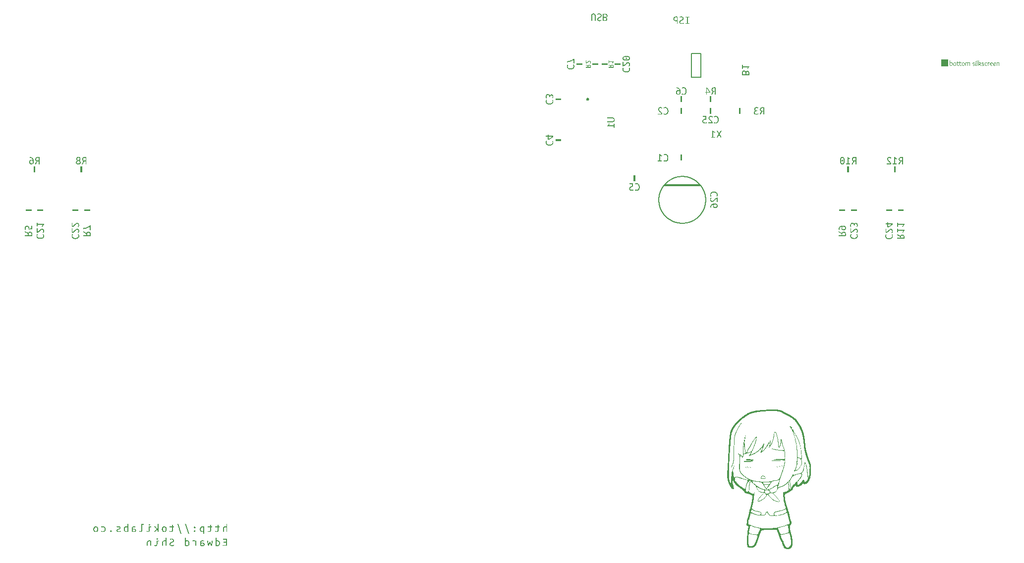
<source format=gbo>
G04                                                      *
G04 Greetings!                                           *
G04 This Gerber was generated by PCBmodE, an open source *
G04 PCB design software. Get it here:                    *
G04                                                      *
G04   http://pcbmode.com                                 *
G04                                                      *
G04 Also visit                                           *
G04                                                      *
G04   http://boldport.com                                *
G04                                                      *
G04 and follow @boldport / @pcbmode for updates!         *
G04                                                      *

G04 leading zeros omitted (L); absolute data (A); 6 integer digits and 6 fractional digits *
%FSLAX66Y66*%

G04 mode (MO): millimeters (MM) *
%MOMM*%

G04 Aperture definitions *
%ADD10C,0.001X*%
%ADD11C,0.001X*%
%ADD20C,0.15X*%

%LPD*%
G36*
G01X122150000Y-18000000D02*
G01X121850000Y-18000000D01*
G01X121850000Y-19000000D01*
G01X122150000Y-19000000D01*
G01X122150000Y-18000000D01*
G37*
G36*
G01X6000000Y-37650000D02*
G01X6000000Y-37350000D01*
G01X5000000Y-37350000D01*
G01X5000000Y-37650000D01*
G01X6000000Y-37650000D01*
G37*
G36*
G01X6650000Y-30000000D02*
G01X6350000Y-30000000D01*
G01X6350000Y-31000000D01*
G01X6650000Y-31000000D01*
G01X6650000Y-30000000D01*
G37*
G36*
G01X16000000Y-37650000D02*
G01X16000000Y-37350000D01*
G01X15000000Y-37350000D01*
G01X15000000Y-37650000D01*
G01X16000000Y-37650000D01*
G37*
D20*
G01X117163955Y-31708275D02*
G01X117163955Y-31708275D01*
G01X117230102Y-31708811D01*
G01X117295990Y-31710413D01*
G01X117361611Y-31713073D01*
G01X117426956Y-31716783D01*
G01X117492017Y-31721535D01*
G01X117556786Y-31727320D01*
G01X117621255Y-31734130D01*
G01X117685415Y-31741957D01*
G01X117749258Y-31750792D01*
G01X117812776Y-31760628D01*
G01X117875960Y-31771456D01*
G01X117938804Y-31783268D01*
G01X118001297Y-31796056D01*
G01X118063432Y-31809811D01*
G01X118125201Y-31824526D01*
G01X118186596Y-31840191D01*
G01X118247608Y-31856799D01*
G01X118308229Y-31874342D01*
G01X118368450Y-31892811D01*
G01X118428264Y-31912198D01*
G01X118487663Y-31932494D01*
G01X118546638Y-31953693D01*
G01X118605180Y-31975784D01*
G01X118663282Y-31998761D01*
G01X118720936Y-32022615D01*
G01X118778132Y-32047337D01*
G01X118834864Y-32072920D01*
G01X118891122Y-32099355D01*
G01X118946898Y-32126633D01*
G01X119002185Y-32154748D01*
G01X119056974Y-32183690D01*
G01X119111257Y-32213451D01*
G01X119165025Y-32244023D01*
G01X119218270Y-32275398D01*
G01X119270984Y-32307567D01*
G01X119323159Y-32340523D01*
G01X119374787Y-32374256D01*
G01X119425859Y-32408760D01*
G01X119476367Y-32444025D01*
G01X119526303Y-32480043D01*
G01X119575659Y-32516806D01*
G01X119624425Y-32554307D01*
G01X119672596Y-32592536D01*
G01X119720161Y-32631485D01*
G01X119767112Y-32671146D01*
G01X119813442Y-32711512D01*
G01X119859142Y-32752573D01*
G01X119904205Y-32794321D01*
G01X119948621Y-32836749D01*
G01X119992382Y-32879848D01*
G01X120035481Y-32923609D01*
G01X120077909Y-32968025D01*
G01X120119657Y-33013088D01*
G01X120160718Y-33058788D01*
G01X120201084Y-33105118D01*
G01X120240745Y-33152069D01*
G01X120279694Y-33199634D01*
G01X120317923Y-33247805D01*
G01X120355424Y-33296571D01*
G01X120392187Y-33345927D01*
G01X120428205Y-33395863D01*
G01X120463470Y-33446371D01*
G01X120497974Y-33497443D01*
G01X120531707Y-33549071D01*
G01X120564663Y-33601246D01*
G01X120596832Y-33653960D01*
G01X120628207Y-33707205D01*
G01X120658779Y-33760973D01*
G01X120688540Y-33815256D01*
G01X120717482Y-33870045D01*
G01X120745597Y-33925332D01*
G01X120772875Y-33981108D01*
G01X120799310Y-34037366D01*
G01X120824893Y-34094098D01*
G01X120849615Y-34151294D01*
G01X120873469Y-34208948D01*
G01X120896446Y-34267050D01*
G01X120918537Y-34325592D01*
G01X120939736Y-34384567D01*
G01X120960032Y-34443966D01*
G01X120979419Y-34503780D01*
G01X120997888Y-34564001D01*
G01X121015431Y-34624622D01*
G01X121032039Y-34685634D01*
G01X121047704Y-34747029D01*
G01X121062419Y-34808798D01*
G01X121076174Y-34870933D01*
G01X121088962Y-34933426D01*
G01X121100774Y-34996270D01*
G01X121111602Y-35059454D01*
G01X121121438Y-35122972D01*
G01X121130273Y-35186815D01*
G01X121138100Y-35250975D01*
G01X121144910Y-35315444D01*
G01X121150695Y-35380213D01*
G01X121155447Y-35445274D01*
G01X121159157Y-35510619D01*
G01X121161817Y-35576240D01*
G01X121163419Y-35642128D01*
G01X121163955Y-35708275D01*
G01X121163955Y-35708275D01*
G01X121163955Y-35708275D01*
G01X121163419Y-35774422D01*
G01X121161817Y-35840310D01*
G01X121159157Y-35905931D01*
G01X121155447Y-35971276D01*
G01X121150695Y-36036337D01*
G01X121144910Y-36101106D01*
G01X121138100Y-36165575D01*
G01X121130273Y-36229735D01*
G01X121121438Y-36293578D01*
G01X121111602Y-36357096D01*
G01X121100774Y-36420280D01*
G01X121088962Y-36483124D01*
G01X121076174Y-36545617D01*
G01X121062419Y-36607752D01*
G01X121047704Y-36669521D01*
G01X121032039Y-36730916D01*
G01X121015431Y-36791928D01*
G01X120997888Y-36852549D01*
G01X120979419Y-36912770D01*
G01X120960032Y-36972584D01*
G01X120939736Y-37031983D01*
G01X120918537Y-37090958D01*
G01X120896446Y-37149500D01*
G01X120873469Y-37207602D01*
G01X120849615Y-37265256D01*
G01X120824893Y-37322452D01*
G01X120799310Y-37379184D01*
G01X120772875Y-37435442D01*
G01X120745597Y-37491218D01*
G01X120717482Y-37546505D01*
G01X120688540Y-37601294D01*
G01X120658779Y-37655577D01*
G01X120628207Y-37709345D01*
G01X120596832Y-37762590D01*
G01X120564663Y-37815304D01*
G01X120531707Y-37867479D01*
G01X120497974Y-37919107D01*
G01X120463470Y-37970179D01*
G01X120428205Y-38020687D01*
G01X120392187Y-38070623D01*
G01X120355424Y-38119979D01*
G01X120317923Y-38168745D01*
G01X120279694Y-38216916D01*
G01X120240745Y-38264481D01*
G01X120201084Y-38311432D01*
G01X120160718Y-38357762D01*
G01X120119657Y-38403462D01*
G01X120077909Y-38448525D01*
G01X120035481Y-38492941D01*
G01X119992382Y-38536702D01*
G01X119948621Y-38579801D01*
G01X119904205Y-38622229D01*
G01X119859142Y-38663977D01*
G01X119813442Y-38705038D01*
G01X119767112Y-38745404D01*
G01X119720161Y-38785065D01*
G01X119672596Y-38824014D01*
G01X119624425Y-38862243D01*
G01X119575659Y-38899744D01*
G01X119526303Y-38936507D01*
G01X119476367Y-38972525D01*
G01X119425859Y-39007790D01*
G01X119374787Y-39042294D01*
G01X119323159Y-39076027D01*
G01X119270984Y-39108983D01*
G01X119218270Y-39141152D01*
G01X119165025Y-39172527D01*
G01X119111257Y-39203099D01*
G01X119056974Y-39232860D01*
G01X119002185Y-39261802D01*
G01X118946898Y-39289917D01*
G01X118891122Y-39317195D01*
G01X118834864Y-39343630D01*
G01X118778132Y-39369213D01*
G01X118720936Y-39393935D01*
G01X118663282Y-39417789D01*
G01X118605180Y-39440766D01*
G01X118546638Y-39462857D01*
G01X118487663Y-39484056D01*
G01X118428264Y-39504352D01*
G01X118368450Y-39523739D01*
G01X118308229Y-39542208D01*
G01X118247608Y-39559751D01*
G01X118186596Y-39576359D01*
G01X118125201Y-39592024D01*
G01X118063432Y-39606739D01*
G01X118001297Y-39620494D01*
G01X117938804Y-39633282D01*
G01X117875960Y-39645094D01*
G01X117812776Y-39655922D01*
G01X117749258Y-39665758D01*
G01X117685415Y-39674593D01*
G01X117621255Y-39682420D01*
G01X117556786Y-39689230D01*
G01X117492017Y-39695015D01*
G01X117426956Y-39699767D01*
G01X117361611Y-39703477D01*
G01X117295990Y-39706137D01*
G01X117230102Y-39707739D01*
G01X117163955Y-39708275D01*
G01X117163955Y-39708275D01*
G01X117163955Y-39708275D01*
G01X117097808Y-39707739D01*
G01X117031920Y-39706137D01*
G01X116966299Y-39703477D01*
G01X116900954Y-39699767D01*
G01X116835893Y-39695015D01*
G01X116771124Y-39689230D01*
G01X116706655Y-39682420D01*
G01X116642495Y-39674593D01*
G01X116578652Y-39665758D01*
G01X116515134Y-39655922D01*
G01X116451950Y-39645094D01*
G01X116389106Y-39633282D01*
G01X116326613Y-39620494D01*
G01X116264478Y-39606739D01*
G01X116202709Y-39592024D01*
G01X116141314Y-39576359D01*
G01X116080302Y-39559751D01*
G01X116019681Y-39542208D01*
G01X115959460Y-39523739D01*
G01X115899646Y-39504352D01*
G01X115840247Y-39484056D01*
G01X115781272Y-39462857D01*
G01X115722730Y-39440766D01*
G01X115664628Y-39417789D01*
G01X115606974Y-39393935D01*
G01X115549778Y-39369213D01*
G01X115493046Y-39343630D01*
G01X115436788Y-39317195D01*
G01X115381012Y-39289917D01*
G01X115325725Y-39261802D01*
G01X115270936Y-39232860D01*
G01X115216653Y-39203099D01*
G01X115162885Y-39172527D01*
G01X115109640Y-39141152D01*
G01X115056926Y-39108983D01*
G01X115004751Y-39076027D01*
G01X114953123Y-39042294D01*
G01X114902051Y-39007790D01*
G01X114851543Y-38972525D01*
G01X114801607Y-38936507D01*
G01X114752251Y-38899744D01*
G01X114703485Y-38862243D01*
G01X114655314Y-38824014D01*
G01X114607749Y-38785065D01*
G01X114560798Y-38745404D01*
G01X114514468Y-38705038D01*
G01X114468768Y-38663977D01*
G01X114423705Y-38622229D01*
G01X114379289Y-38579801D01*
G01X114335528Y-38536702D01*
G01X114292429Y-38492941D01*
G01X114250001Y-38448525D01*
G01X114208253Y-38403462D01*
G01X114167192Y-38357762D01*
G01X114126826Y-38311432D01*
G01X114087165Y-38264481D01*
G01X114048216Y-38216916D01*
G01X114009987Y-38168745D01*
G01X113972486Y-38119979D01*
G01X113935723Y-38070623D01*
G01X113899705Y-38020687D01*
G01X113864440Y-37970179D01*
G01X113829936Y-37919107D01*
G01X113796203Y-37867479D01*
G01X113763247Y-37815304D01*
G01X113731078Y-37762590D01*
G01X113699703Y-37709345D01*
G01X113669131Y-37655577D01*
G01X113639370Y-37601294D01*
G01X113610428Y-37546505D01*
G01X113582313Y-37491218D01*
G01X113555035Y-37435442D01*
G01X113528600Y-37379184D01*
G01X113503017Y-37322452D01*
G01X113478295Y-37265256D01*
G01X113454441Y-37207602D01*
G01X113431464Y-37149500D01*
G01X113409373Y-37090958D01*
G01X113388174Y-37031983D01*
G01X113367878Y-36972584D01*
G01X113348491Y-36912770D01*
G01X113330022Y-36852549D01*
G01X113312479Y-36791928D01*
G01X113295871Y-36730916D01*
G01X113280206Y-36669521D01*
G01X113265491Y-36607752D01*
G01X113251736Y-36545617D01*
G01X113238948Y-36483124D01*
G01X113227136Y-36420280D01*
G01X113216308Y-36357096D01*
G01X113206472Y-36293578D01*
G01X113197637Y-36229735D01*
G01X113189810Y-36165575D01*
G01X113183000Y-36101106D01*
G01X113177215Y-36036337D01*
G01X113172463Y-35971276D01*
G01X113168753Y-35905931D01*
G01X113166093Y-35840310D01*
G01X113164491Y-35774422D01*
G01X113163955Y-35708275D01*
G01X113163955Y-35708275D01*
G01X113163955Y-35708275D01*
G01X113164491Y-35642128D01*
G01X113166093Y-35576240D01*
G01X113168753Y-35510619D01*
G01X113172463Y-35445274D01*
G01X113177215Y-35380213D01*
G01X113183000Y-35315444D01*
G01X113189810Y-35250975D01*
G01X113197637Y-35186815D01*
G01X113206472Y-35122972D01*
G01X113216308Y-35059454D01*
G01X113227136Y-34996270D01*
G01X113238948Y-34933426D01*
G01X113251736Y-34870933D01*
G01X113265491Y-34808798D01*
G01X113280206Y-34747029D01*
G01X113295871Y-34685634D01*
G01X113312479Y-34624622D01*
G01X113330022Y-34564001D01*
G01X113348491Y-34503780D01*
G01X113367878Y-34443966D01*
G01X113388174Y-34384567D01*
G01X113409373Y-34325592D01*
G01X113431464Y-34267050D01*
G01X113454441Y-34208948D01*
G01X113478295Y-34151294D01*
G01X113503017Y-34094098D01*
G01X113528600Y-34037366D01*
G01X113555035Y-33981108D01*
G01X113582313Y-33925332D01*
G01X113610428Y-33870045D01*
G01X113639370Y-33815256D01*
G01X113669131Y-33760973D01*
G01X113699703Y-33707205D01*
G01X113731078Y-33653960D01*
G01X113763247Y-33601246D01*
G01X113796203Y-33549071D01*
G01X113829936Y-33497443D01*
G01X113864440Y-33446371D01*
G01X113899705Y-33395863D01*
G01X113935723Y-33345927D01*
G01X113972486Y-33296571D01*
G01X114009987Y-33247805D01*
G01X114048216Y-33199634D01*
G01X114087165Y-33152069D01*
G01X114126826Y-33105118D01*
G01X114167192Y-33058788D01*
G01X114208253Y-33013088D01*
G01X114250001Y-32968025D01*
G01X114292429Y-32923609D01*
G01X114335528Y-32879848D01*
G01X114379289Y-32836749D01*
G01X114423705Y-32794321D01*
G01X114468768Y-32752573D01*
G01X114514468Y-32711512D01*
G01X114560798Y-32671146D01*
G01X114607749Y-32631485D01*
G01X114655314Y-32592536D01*
G01X114703485Y-32554307D01*
G01X114752251Y-32516806D01*
G01X114801607Y-32480043D01*
G01X114851543Y-32444025D01*
G01X114902051Y-32408760D01*
G01X114953123Y-32374256D01*
G01X115004751Y-32340523D01*
G01X115056926Y-32307567D01*
G01X115109640Y-32275398D01*
G01X115162885Y-32244023D01*
G01X115216653Y-32213451D01*
G01X115270936Y-32183690D01*
G01X115325725Y-32154748D01*
G01X115381012Y-32126633D01*
G01X115436788Y-32099355D01*
G01X115493046Y-32072920D01*
G01X115549778Y-32047337D01*
G01X115606974Y-32022615D01*
G01X115664628Y-31998761D01*
G01X115722730Y-31975784D01*
G01X115781272Y-31953693D01*
G01X115840247Y-31932494D01*
G01X115899646Y-31912198D01*
G01X115959460Y-31892811D01*
G01X116019681Y-31874342D01*
G01X116080302Y-31856799D01*
G01X116141314Y-31840191D01*
G01X116202709Y-31824526D01*
G01X116264478Y-31809811D01*
G01X116326613Y-31796056D01*
G01X116389106Y-31783268D01*
G01X116451950Y-31771456D01*
G01X116515134Y-31760628D01*
G01X116578652Y-31750792D01*
G01X116642495Y-31741957D01*
G01X116706655Y-31734130D01*
G01X116771124Y-31727320D01*
G01X116835893Y-31721535D01*
G01X116900954Y-31716783D01*
G01X116966299Y-31713073D01*
G01X117031920Y-31710413D01*
G01X117097808Y-31708811D01*
G01X117163955Y-31708275D01*
G01X117163955Y-31708275D01*
D20*
G01X114078955Y-33258275D02*
G01X120248955Y-33258275D01*
G01X120248955Y-33158275D01*
G01X114078955Y-33158275D01*
G01X114078955Y-33258275D01*
G36*
G01X104400000Y-12650000D02*
G01X104400000Y-12350000D01*
G01X103400000Y-12350000D01*
G01X103400000Y-12650000D01*
G01X104400000Y-12650000D01*
G37*
G36*
G01X102800000Y-12650000D02*
G01X102800000Y-12350000D01*
G01X101800000Y-12350000D01*
G01X101800000Y-12650000D01*
G01X102800000Y-12650000D01*
G37*
G36*
G01X127150000Y-20000000D02*
G01X126850000Y-20000000D01*
G01X126850000Y-21000000D01*
G01X127150000Y-21000000D01*
G01X127150000Y-20000000D01*
G37*
G36*
G01X14650000Y-30000000D02*
G01X14350000Y-30000000D01*
G01X14350000Y-31000000D01*
G01X14650000Y-31000000D01*
G01X14650000Y-30000000D01*
G37*
G36*
G01X145000000Y-37650000D02*
G01X145000000Y-37350000D01*
G01X144000000Y-37350000D01*
G01X144000000Y-37650000D01*
G01X145000000Y-37650000D01*
G37*
G36*
G01X8000000Y-37650000D02*
G01X8000000Y-37350000D01*
G01X7000000Y-37350000D01*
G01X7000000Y-37650000D01*
G01X8000000Y-37650000D01*
G37*
G36*
G01X101250000Y-18500000D02*
G01X101250000Y-18500000D01*
G01X101244514Y-18552334D01*
G01X101228809Y-18600886D01*
G01X101204016Y-18644526D01*
G01X101171266Y-18682122D01*
G01X101131689Y-18712544D01*
G01X101086418Y-18734661D01*
G01X101036581Y-18747343D01*
G01X101000000Y-18750000D01*
G01X101000000Y-18750000D01*
G01X100947666Y-18744514D01*
G01X100899114Y-18728809D01*
G01X100855474Y-18704016D01*
G01X100817878Y-18671266D01*
G01X100787456Y-18631689D01*
G01X100765339Y-18586418D01*
G01X100752657Y-18536581D01*
G01X100750000Y-18500000D01*
G01X100750000Y-18500000D01*
G01X100755486Y-18447666D01*
G01X100771191Y-18399114D01*
G01X100795984Y-18355474D01*
G01X100828734Y-18317878D01*
G01X100868311Y-18287456D01*
G01X100913582Y-18265339D01*
G01X100963419Y-18252657D01*
G01X101000000Y-18250000D01*
G01X101000000Y-18250000D01*
G01X101052334Y-18255486D01*
G01X101100886Y-18271191D01*
G01X101144526Y-18295984D01*
G01X101182122Y-18328734D01*
G01X101212544Y-18368311D01*
G01X101234661Y-18413582D01*
G01X101247343Y-18463419D01*
G01X101250000Y-18500000D01*
G37*
G36*
G01X153650000Y-30000000D02*
G01X153350000Y-30000000D01*
G01X153350000Y-31000000D01*
G01X153650000Y-31000000D01*
G01X153650000Y-30000000D01*
G37*
G36*
G01X145650000Y-30000000D02*
G01X145350000Y-30000000D01*
G01X145350000Y-31000000D01*
G01X145650000Y-31000000D01*
G01X145650000Y-30000000D01*
G37*
G36*
G01X155000000Y-37650000D02*
G01X155000000Y-37350000D01*
G01X154000000Y-37350000D01*
G01X154000000Y-37650000D01*
G01X155000000Y-37650000D01*
G37*
D20*
G01X120340000Y-10720000D02*
G01X118740000Y-10720000D01*
G01X118740000Y-14720000D01*
G01X120340000Y-14720000D01*
G01X120340000Y-10720000D01*
G36*
G01X96500000Y-18650000D02*
G01X96500000Y-18350000D01*
G01X95500000Y-18350000D01*
G01X95500000Y-18650000D01*
G01X96500000Y-18650000D01*
G37*
G36*
G01X117150000Y-20000000D02*
G01X116850000Y-20000000D01*
G01X116850000Y-21000000D01*
G01X117150000Y-21000000D01*
G01X117150000Y-20000000D01*
G37*
G36*
G01X117150000Y-28000000D02*
G01X116850000Y-28000000D01*
G01X116850000Y-29000000D01*
G01X117150000Y-29000000D01*
G01X117150000Y-28000000D01*
G37*
G36*
G01X100100000Y-12650000D02*
G01X100100000Y-12350000D01*
G01X99100000Y-12350000D01*
G01X99100000Y-12650000D01*
G01X100100000Y-12650000D01*
G37*
G36*
G01X117150000Y-18000000D02*
G01X116850000Y-18000000D01*
G01X116850000Y-19000000D01*
G01X117150000Y-19000000D01*
G01X117150000Y-18000000D01*
G37*
G36*
G01X109150000Y-31500000D02*
G01X108850000Y-31500000D01*
G01X108850000Y-32500000D01*
G01X109150000Y-32500000D01*
G01X109150000Y-31500000D01*
G37*
G36*
G01X96500000Y-25650000D02*
G01X96500000Y-25350000D01*
G01X95500000Y-25350000D01*
G01X95500000Y-25650000D01*
G01X96500000Y-25650000D01*
G37*
G36*
G01X14000000Y-37650000D02*
G01X14000000Y-37350000D01*
G01X13000000Y-37350000D01*
G01X13000000Y-37650000D01*
G01X14000000Y-37650000D01*
G37*
G36*
G01X147000000Y-37650000D02*
G01X147000000Y-37350000D01*
G01X146000000Y-37350000D01*
G01X146000000Y-37650000D01*
G01X147000000Y-37650000D01*
G37*
G36*
G01X106600000Y-12650000D02*
G01X106600000Y-12350000D01*
G01X105600000Y-12350000D01*
G01X105600000Y-12650000D01*
G01X106600000Y-12650000D01*
G37*
G36*
G01X153000000Y-37650000D02*
G01X153000000Y-37350000D01*
G01X152000000Y-37350000D01*
G01X152000000Y-37650000D01*
G01X153000000Y-37650000D01*
G37*
G36*
G01X122150000Y-20000000D02*
G01X121850000Y-20000000D01*
G01X121850000Y-21000000D01*
G01X122150000Y-21000000D01*
G01X122150000Y-20000000D01*
G37*
G36*
G01X39439160Y-91127637D02*
G01X39273144Y-91100293D01*
G01X39273144Y-91571973D01*
G01X39273144Y-91571973D01*
G01X39208845Y-91552675D01*
G01X39182812Y-91547071D01*
G01X39182812Y-91547071D01*
G01X39113793Y-91538885D01*
G01X39084668Y-91537793D01*
G01X39084668Y-91537793D01*
G01X39004409Y-91543771D01*
G01X38945548Y-91556217D01*
G01X38912715Y-91566899D01*
G01X38907422Y-91569043D01*
G01X38907422Y-91569043D01*
G01X38844233Y-91607395D01*
G01X38805611Y-91643090D01*
G01X38794629Y-91655957D01*
G01X38794629Y-91655957D01*
G01X38759864Y-91716571D01*
G01X38740312Y-91769042D01*
G01X38734570Y-91789746D01*
G01X38734570Y-91789746D01*
G01X38722970Y-91858990D01*
G01X38717842Y-91920112D01*
G01X38716543Y-91957109D01*
G01X38716504Y-91961621D01*
G01X38716504Y-92486035D01*
G01X38880566Y-92486035D01*
G01X38880566Y-91997754D01*
G01X38880566Y-91997754D01*
G01X38886066Y-91902565D01*
G01X38898985Y-91832437D01*
G01X38913950Y-91785690D01*
G01X38925590Y-91760640D01*
G01X38928906Y-91755078D01*
G01X38928906Y-91755078D01*
G01X38980507Y-91711820D01*
G01X39041431Y-91691169D01*
G01X39088323Y-91684763D01*
G01X39100293Y-91684278D01*
G01X39100293Y-91684278D01*
G01X39170239Y-91689649D01*
G01X39201367Y-91695020D01*
G01X39201367Y-91695020D01*
G01X39201367Y-91695020D01*
G01X39265648Y-91713381D01*
G01X39273144Y-91716504D01*
G01X39273144Y-92486035D01*
G01X39439160Y-92486035D01*
G01X39439160Y-91127637D01*
G37*
G36*
G01X38154785Y-91695996D02*
G01X38154785Y-91558301D01*
G01X37958496Y-91558301D01*
G01X37958496Y-91297559D01*
G01X37794433Y-91270215D01*
G01X37794433Y-91558301D01*
G01X37402832Y-91558301D01*
G01X37402832Y-91695996D01*
G01X37794433Y-91695996D01*
G01X37794433Y-92127637D01*
G01X37794433Y-92127637D01*
G01X37790425Y-92203638D01*
G01X37785056Y-92240027D01*
G01X37784668Y-92241895D01*
G01X37784668Y-92241895D01*
G01X37759190Y-92302710D01*
G01X37751953Y-92312696D01*
G01X37751953Y-92312696D01*
G01X37700784Y-92347063D01*
G01X37692871Y-92349805D01*
G01X37692871Y-92349805D01*
G01X37628333Y-92359244D01*
G01X37604980Y-92360059D01*
G01X37604980Y-92360059D01*
G01X37528709Y-92355229D01*
G01X37491310Y-92348503D01*
G01X37488769Y-92347852D01*
G01X37488769Y-92347852D01*
G01X37424962Y-92325170D01*
G01X37404785Y-92316114D01*
G01X37380371Y-92455762D01*
G01X37380371Y-92455762D01*
G01X37439012Y-92477440D01*
G01X37469726Y-92487989D01*
G01X37469726Y-92487989D01*
G01X37535299Y-92502328D01*
G01X37594111Y-92507690D01*
G01X37620578Y-92508496D01*
G01X37620605Y-92508496D01*
G01X37620605Y-92508496D01*
G01X37702959Y-92503223D01*
G01X37760527Y-92492676D01*
G01X37788564Y-92484766D01*
G01X37790527Y-92484082D01*
G01X37790527Y-92484082D01*
G01X37855652Y-92448098D01*
G01X37889652Y-92416989D01*
G01X37894043Y-92411817D01*
G01X37894043Y-92411817D01*
G01X37927346Y-92350920D01*
G01X37942735Y-92302446D01*
G01X37944824Y-92293164D01*
G01X37944824Y-92293164D01*
G01X37954005Y-92223957D01*
G01X37957746Y-92162162D01*
G01X37958491Y-92128989D01*
G01X37958496Y-92127637D01*
G01X37958496Y-91695996D01*
G01X38154785Y-91695996D01*
G37*
G36*
G01X36854785Y-91695996D02*
G01X36854785Y-91558301D01*
G01X36658496Y-91558301D01*
G01X36658496Y-91297559D01*
G01X36494433Y-91270215D01*
G01X36494433Y-91558301D01*
G01X36102832Y-91558301D01*
G01X36102832Y-91695996D01*
G01X36494433Y-91695996D01*
G01X36494433Y-92127637D01*
G01X36494433Y-92127637D01*
G01X36490425Y-92203638D01*
G01X36485056Y-92240027D01*
G01X36484668Y-92241895D01*
G01X36484668Y-92241895D01*
G01X36459190Y-92302710D01*
G01X36451953Y-92312696D01*
G01X36451953Y-92312696D01*
G01X36400784Y-92347063D01*
G01X36392871Y-92349805D01*
G01X36392871Y-92349805D01*
G01X36328333Y-92359244D01*
G01X36304980Y-92360059D01*
G01X36304980Y-92360059D01*
G01X36228709Y-92355229D01*
G01X36191310Y-92348503D01*
G01X36188769Y-92347852D01*
G01X36188769Y-92347852D01*
G01X36124962Y-92325170D01*
G01X36104785Y-92316114D01*
G01X36080371Y-92455762D01*
G01X36080371Y-92455762D01*
G01X36139012Y-92477440D01*
G01X36169726Y-92487989D01*
G01X36169726Y-92487989D01*
G01X36235299Y-92502328D01*
G01X36294111Y-92507690D01*
G01X36320578Y-92508496D01*
G01X36320605Y-92508496D01*
G01X36320605Y-92508496D01*
G01X36402959Y-92503223D01*
G01X36460527Y-92492676D01*
G01X36488564Y-92484766D01*
G01X36490527Y-92484082D01*
G01X36490527Y-92484082D01*
G01X36555652Y-92448098D01*
G01X36589652Y-92416989D01*
G01X36594043Y-92411817D01*
G01X36594043Y-92411817D01*
G01X36627346Y-92350920D01*
G01X36642735Y-92302446D01*
G01X36644824Y-92293164D01*
G01X36644824Y-92293164D01*
G01X36654005Y-92223957D01*
G01X36657746Y-92162162D01*
G01X36658491Y-92128989D01*
G01X36658496Y-92127637D01*
G01X36658496Y-91695996D01*
G01X36854785Y-91695996D01*
G37*
G36*
G01X35539160Y-92816114D02*
G01X35539160Y-91585645D01*
G01X35539160Y-91585645D01*
G01X35474280Y-91569355D01*
G01X35417525Y-91557332D01*
G01X35400000Y-91553907D01*
G01X35400000Y-91553907D01*
G01X35330840Y-91544323D01*
G01X35266034Y-91539575D01*
G01X35219637Y-91537965D01*
G01X35205176Y-91537793D01*
G01X35205176Y-91537793D01*
G01X35129517Y-91543923D01*
G01X35069061Y-91556930D01*
G01X35031535Y-91568740D01*
G01X35023047Y-91571973D01*
G01X35023047Y-91571973D01*
G01X34956281Y-91608034D01*
G01X34908156Y-91644782D01*
G01X34884131Y-91667343D01*
G01X34882422Y-91669141D01*
G01X34882422Y-91669141D01*
G01X34838653Y-91727870D01*
G01X34808976Y-91783074D01*
G01X34794175Y-91817674D01*
G01X34792578Y-91821973D01*
G01X34792578Y-91821973D01*
G01X34774229Y-91891461D01*
G01X34764807Y-91956739D01*
G01X34761336Y-92005170D01*
G01X34760840Y-92024121D01*
G01X34760840Y-92024121D01*
G01X34760840Y-92024121D01*
G01X34765342Y-92102331D01*
G01X34775073Y-92165893D01*
G01X34784368Y-92207289D01*
G01X34787695Y-92219434D01*
G01X34787695Y-92219434D01*
G01X34815373Y-92289513D01*
G01X34844296Y-92341310D01*
G01X34863387Y-92369109D01*
G01X34865820Y-92372266D01*
G01X34865820Y-92372266D01*
G01X34918787Y-92424850D01*
G01X34966642Y-92458702D01*
G01X34990472Y-92472191D01*
G01X34990820Y-92472364D01*
G01X34990820Y-92472364D01*
G01X35057242Y-92495564D01*
G01X35117117Y-92505819D01*
G01X35153797Y-92508417D01*
G01X35158301Y-92508496D01*
G01X35158301Y-92508496D01*
G01X35232994Y-92502653D01*
G01X35279495Y-92493052D01*
G01X35288672Y-92490430D01*
G01X35288672Y-92490430D01*
G01X35355214Y-92461547D01*
G01X35373144Y-92449903D01*
G01X35373144Y-92816114D01*
G01X35539160Y-92816114D01*
G37*
%LPC*%
G36*
G01X35373144Y-92289746D02*
G01X35373144Y-92289746D01*
G01X35318229Y-92325350D01*
G01X35290625Y-92338086D01*
G01X35290625Y-92338086D01*
G01X35222296Y-92356200D01*
G01X35181192Y-92360021D01*
G01X35178808Y-92360059D01*
G01X35178808Y-92360059D01*
G01X35106152Y-92349819D01*
G01X35068208Y-92335560D01*
G01X35065527Y-92334180D01*
G01X35065527Y-92334180D01*
G01X35011244Y-92290826D01*
G01X34989009Y-92263591D01*
G01X34988867Y-92263379D01*
G01X34988867Y-92263379D01*
G01X34958501Y-92201296D01*
G01X34945536Y-92159926D01*
G01X34944922Y-92157422D01*
G01X34944922Y-92157422D01*
G01X34934136Y-92087559D01*
G01X34930957Y-92035455D01*
G01X34930762Y-92024121D01*
G01X34930762Y-92024121D01*
G01X34937966Y-91939758D01*
G01X34955400Y-91871903D01*
G01X34976793Y-91821197D01*
G01X34995877Y-91788285D01*
G01X35006381Y-91773809D01*
G01X35006933Y-91773145D01*
G01X35006933Y-91773145D01*
G01X35064732Y-91724848D01*
G01X35124838Y-91698271D01*
G01X35174987Y-91686925D01*
G01X35202918Y-91684323D01*
G01X35205176Y-91684278D01*
G01X35205176Y-91684278D01*
G01X35280911Y-91686944D01*
G01X35311695Y-91690076D01*
G01X35312109Y-91690137D01*
G01X35312109Y-91690137D01*
G01X35370500Y-91702950D01*
G01X35373144Y-91703809D01*
G01X35373144Y-92289746D01*
G37*
%LPD*%
G36*
G01X34027246Y-92358106D02*
G01X34027246Y-92358106D01*
G01X34011403Y-92289621D01*
G01X33989341Y-92252837D01*
G01X33987207Y-92250196D01*
G01X33987207Y-92250196D01*
G01X33928933Y-92212859D01*
G01X33883662Y-92203999D01*
G01X33878808Y-92203809D01*
G01X33878808Y-92203809D01*
G01X33810103Y-92221297D01*
G01X33775382Y-92246558D01*
G01X33772363Y-92249707D01*
G01X33772363Y-92249707D01*
G01X33739739Y-92311836D01*
G01X33732434Y-92354648D01*
G01X33732324Y-92358106D01*
G01X33732324Y-92358106D01*
G01X33748757Y-92426253D01*
G01X33770772Y-92462116D01*
G01X33772363Y-92464063D01*
G01X33772363Y-92464063D01*
G01X33829892Y-92501399D01*
G01X33874088Y-92510260D01*
G01X33878808Y-92510450D01*
G01X33878808Y-92510450D01*
G01X33949086Y-92492775D01*
G01X33984180Y-92467245D01*
G01X33987207Y-92464063D01*
G01X33987207Y-92464063D01*
G01X34020214Y-92401373D01*
G01X34027177Y-92360553D01*
G01X34027246Y-92358106D01*
G37*
G36*
G01X34027246Y-91711621D02*
G01X34027246Y-91711621D01*
G01X34011403Y-91643330D01*
G01X33989341Y-91606815D01*
G01X33987207Y-91604199D01*
G01X33987207Y-91604199D01*
G01X33928933Y-91567256D01*
G01X33883662Y-91558489D01*
G01X33878808Y-91558301D01*
G01X33878808Y-91558301D01*
G01X33810103Y-91575789D01*
G01X33775382Y-91601050D01*
G01X33772363Y-91604199D01*
G01X33772363Y-91604199D01*
G01X33739739Y-91665942D01*
G01X33732434Y-91708215D01*
G01X33732324Y-91711621D01*
G01X33732324Y-91711621D01*
G01X33748757Y-91779769D01*
G01X33770772Y-91815632D01*
G01X33772363Y-91817578D01*
G01X33772363Y-91817578D01*
G01X33829892Y-91854915D01*
G01X33874088Y-91863775D01*
G01X33878808Y-91863965D01*
G01X33878808Y-91863965D01*
G01X33949086Y-91846291D01*
G01X33984180Y-91820761D01*
G01X33987207Y-91817578D01*
G01X33987207Y-91817578D01*
G01X34020214Y-91754888D01*
G01X34027177Y-91714069D01*
G01X34027246Y-91711621D01*
G37*
G36*
G01X32943066Y-92816114D02*
G01X32384472Y-91087598D01*
G01X32218457Y-91087598D01*
G01X32773144Y-92816114D01*
G01X32943066Y-92816114D01*
G37*
G36*
G01X31643066Y-92816114D02*
G01X31084472Y-91087598D01*
G01X30918457Y-91087598D01*
G01X31473144Y-92816114D01*
G01X31643066Y-92816114D01*
G37*
G36*
G01X30354785Y-91695996D02*
G01X30354785Y-91558301D01*
G01X30158496Y-91558301D01*
G01X30158496Y-91297559D01*
G01X29994433Y-91270215D01*
G01X29994433Y-91558301D01*
G01X29602832Y-91558301D01*
G01X29602832Y-91695996D01*
G01X29994433Y-91695996D01*
G01X29994433Y-92127637D01*
G01X29994433Y-92127637D01*
G01X29990425Y-92203638D01*
G01X29985056Y-92240027D01*
G01X29984668Y-92241895D01*
G01X29984668Y-92241895D01*
G01X29959190Y-92302710D01*
G01X29951953Y-92312696D01*
G01X29951953Y-92312696D01*
G01X29900784Y-92347063D01*
G01X29892871Y-92349805D01*
G01X29892871Y-92349805D01*
G01X29828333Y-92359244D01*
G01X29804980Y-92360059D01*
G01X29804980Y-92360059D01*
G01X29728709Y-92355229D01*
G01X29691310Y-92348503D01*
G01X29688769Y-92347852D01*
G01X29688769Y-92347852D01*
G01X29624962Y-92325170D01*
G01X29604785Y-92316114D01*
G01X29580371Y-92455762D01*
G01X29580371Y-92455762D01*
G01X29639012Y-92477440D01*
G01X29669726Y-92487989D01*
G01X29669726Y-92487989D01*
G01X29735299Y-92502328D01*
G01X29794111Y-92507690D01*
G01X29820578Y-92508496D01*
G01X29820605Y-92508496D01*
G01X29820605Y-92508496D01*
G01X29902959Y-92503223D01*
G01X29960527Y-92492676D01*
G01X29988564Y-92484766D01*
G01X29990527Y-92484082D01*
G01X29990527Y-92484082D01*
G01X30055652Y-92448098D01*
G01X30089652Y-92416989D01*
G01X30094043Y-92411817D01*
G01X30094043Y-92411817D01*
G01X30127346Y-92350920D01*
G01X30142735Y-92302446D01*
G01X30144824Y-92293164D01*
G01X30144824Y-92293164D01*
G01X30154005Y-92223957D01*
G01X30157746Y-92162162D01*
G01X30158491Y-92128989D01*
G01X30158496Y-92127637D01*
G01X30158496Y-91695996D01*
G01X30354785Y-91695996D01*
G37*
G36*
G01X29100683Y-92022168D02*
G01X29100683Y-92022168D01*
G01X29095877Y-91944333D01*
G01X29085303Y-91880689D01*
G01X29074728Y-91837735D01*
G01X29069922Y-91821973D01*
G01X29069922Y-91821973D01*
G01X29069922Y-91821973D01*
G01X29038742Y-91751466D01*
G01X29006682Y-91699797D01*
G01X28985675Y-91672255D01*
G01X28983008Y-91669141D01*
G01X28983008Y-91669141D01*
G01X28927657Y-91618804D01*
G01X28877742Y-91585824D01*
G01X28850807Y-91571511D01*
G01X28849707Y-91570996D01*
G01X28849707Y-91570996D01*
G01X28779614Y-91547899D01*
G01X28719277Y-91538090D01*
G01X28685307Y-91535875D01*
G01X28682715Y-91535840D01*
G01X28682715Y-91535840D01*
G01X28607873Y-91542995D01*
G01X28549361Y-91557601D01*
G01X28516612Y-91569368D01*
G01X28512793Y-91570996D01*
G01X28512793Y-91570996D01*
G01X28449336Y-91607700D01*
G01X28403281Y-91644719D01*
G01X28380166Y-91667342D01*
G01X28378515Y-91669141D01*
G01X28378515Y-91669141D01*
G01X28336200Y-91727870D01*
G01X28307483Y-91783074D01*
G01X28293149Y-91817674D01*
G01X28291601Y-91821973D01*
G01X28291601Y-91821973D01*
G01X28273817Y-91891156D01*
G01X28264685Y-91955762D01*
G01X28261320Y-92003522D01*
G01X28260840Y-92022168D01*
G01X28260840Y-92022168D01*
G01X28260840Y-92022168D01*
G01X28265646Y-92099851D01*
G01X28276221Y-92163159D01*
G01X28286795Y-92205777D01*
G01X28291601Y-92221387D01*
G01X28291601Y-92221387D01*
G01X28291601Y-92221387D01*
G01X28322781Y-92291466D01*
G01X28354841Y-92343263D01*
G01X28375848Y-92371062D01*
G01X28378515Y-92374219D01*
G01X28378515Y-92374219D01*
G01X28432283Y-92423838D01*
G01X28481699Y-92456871D01*
G01X28510549Y-92472292D01*
G01X28512793Y-92473340D01*
G01X28512793Y-92473340D01*
G01X28581639Y-92495914D01*
G01X28641950Y-92505892D01*
G01X28678292Y-92508419D01*
G01X28682715Y-92508496D01*
G01X28682715Y-92508496D01*
G01X28758406Y-92500903D01*
G01X28816801Y-92485715D01*
G01X28847457Y-92474325D01*
G01X28849707Y-92473340D01*
G01X28849707Y-92473340D01*
G01X28912522Y-92436426D01*
G01X28958305Y-92398985D01*
G01X28981358Y-92376045D01*
G01X28983008Y-92374219D01*
G01X28983008Y-92374219D01*
G01X29025323Y-92315061D01*
G01X29054041Y-92259987D01*
G01X29068374Y-92225643D01*
G01X29069922Y-92221387D01*
G01X29069922Y-92221387D01*
G01X29087706Y-92152768D01*
G01X29096838Y-92088452D01*
G01X29100203Y-92040799D01*
G01X29100683Y-92022168D01*
G01X29100683Y-92022168D01*
G37*
%LPC*%
G36*
G01X28930762Y-92022168D02*
G01X28930762Y-92022168D01*
G01X28923805Y-92107864D01*
G01X28907215Y-92176637D01*
G01X28887414Y-92227270D01*
G01X28870824Y-92258543D01*
G01X28863867Y-92269239D01*
G01X28863867Y-92269239D01*
G01X28863867Y-92269239D01*
G01X28809753Y-92320191D01*
G01X28752675Y-92347289D01*
G01X28706040Y-92358065D01*
G01X28683253Y-92360053D01*
G01X28682715Y-92360059D01*
G01X28682715Y-92360059D01*
G01X28607666Y-92346876D01*
G01X28550943Y-92317372D01*
G01X28514167Y-92286612D01*
G01X28498957Y-92269663D01*
G01X28498633Y-92269239D01*
G01X28498633Y-92269239D01*
G01X28465512Y-92208668D01*
G01X28445422Y-92143035D01*
G01X28435105Y-92082981D01*
G01X28431305Y-92039145D01*
G01X28430762Y-92022168D01*
G01X28430762Y-92022168D01*
G01X28430762Y-92022168D01*
G01X28437820Y-91935520D01*
G01X28454652Y-91866168D01*
G01X28474742Y-91815239D01*
G01X28491574Y-91783856D01*
G01X28498633Y-91773145D01*
G01X28498633Y-91773145D01*
G01X28498633Y-91773145D01*
G01X28553578Y-91722192D01*
G01X28611582Y-91695095D01*
G01X28658994Y-91684318D01*
G01X28682167Y-91682330D01*
G01X28682715Y-91682325D01*
G01X28682715Y-91682325D01*
G01X28756526Y-91695507D01*
G01X28812348Y-91725012D01*
G01X28848562Y-91755771D01*
G01X28863547Y-91772721D01*
G01X28863867Y-91773145D01*
G01X28863867Y-91773145D01*
G01X28896512Y-91833918D01*
G01X28916312Y-91900035D01*
G01X28926480Y-91960668D01*
G01X28930226Y-92004989D01*
G01X28930762Y-92022168D01*
G01X28930762Y-92022168D01*
G37*
%LPD*%
G36*
G01X27739160Y-92486035D02*
G01X27739160Y-91127637D01*
G01X27573144Y-91100293D01*
G01X27573144Y-91945996D01*
G01X27352441Y-91754590D01*
G01X27352441Y-91754590D01*
G01X27295500Y-91703406D01*
G01X27245336Y-91654685D01*
G01X27204170Y-91612222D01*
G01X27174224Y-91579809D01*
G01X27157720Y-91561240D01*
G01X27155176Y-91558301D01*
G01X26960840Y-91558301D01*
G01X26960840Y-91558301D01*
G01X27006948Y-91610124D01*
G01X27054547Y-91659736D01*
G01X27099030Y-91703740D01*
G01X27135791Y-91738738D01*
G01X27160224Y-91761334D01*
G01X27167871Y-91768262D01*
G01X27405176Y-91976270D01*
G01X27405176Y-91976270D01*
G01X27351833Y-92018469D01*
G01X27305811Y-92057441D01*
G01X27283428Y-92077056D01*
G01X27283105Y-92077344D01*
G01X27283105Y-92077344D01*
G01X27229342Y-92127157D01*
G01X27183947Y-92171531D01*
G01X27154647Y-92201181D01*
G01X27147851Y-92208203D01*
G01X27147851Y-92208203D01*
G01X27096209Y-92264000D01*
G01X27053843Y-92312237D01*
G01X27027038Y-92343864D01*
G01X27020898Y-92351270D01*
G01X27020898Y-92351270D01*
G01X26972305Y-92414523D01*
G01X26939690Y-92462116D01*
G01X26925234Y-92485148D01*
G01X26924707Y-92486035D01*
G01X27120996Y-92486035D01*
G01X27120996Y-92486035D01*
G01X27160558Y-92428045D01*
G01X27196521Y-92381286D01*
G01X27214483Y-92359392D01*
G01X27214746Y-92359082D01*
G01X27214746Y-92359082D01*
G01X27263307Y-92304947D01*
G01X27305274Y-92261628D01*
G01X27330359Y-92236985D01*
G01X27333398Y-92234082D01*
G01X27333398Y-92234082D01*
G01X27388387Y-92184081D01*
G01X27433172Y-92145735D01*
G01X27457548Y-92125687D01*
G01X27459375Y-92124219D01*
G01X27459375Y-92124219D01*
G01X27520856Y-92077010D01*
G01X27562047Y-92047389D01*
G01X27573144Y-92039746D01*
G01X27573144Y-92486035D01*
G01X27739160Y-92486035D01*
G37*
G36*
G01X26472363Y-91695996D02*
G01X26472363Y-91558301D01*
G01X26040722Y-91558301D01*
G01X26040722Y-92127637D01*
G01X26040722Y-92127637D01*
G01X26033892Y-92220260D01*
G01X26019399Y-92278447D01*
G01X26006239Y-92307271D01*
G01X26002637Y-92312696D01*
G01X26002637Y-92312696D01*
G01X25945965Y-92349828D01*
G01X25896605Y-92359680D01*
G01X25888379Y-92360059D01*
G01X25888379Y-92360059D01*
G01X25817120Y-92353615D01*
G01X25782452Y-92346046D01*
G01X25781933Y-92345899D01*
G01X25781933Y-92345899D01*
G01X25717244Y-92322230D01*
G01X25704785Y-92316114D01*
G01X25680371Y-92455762D01*
G01X25680371Y-92455762D01*
G01X25714551Y-92470899D01*
G01X25714551Y-92470899D01*
G01X25765409Y-92487876D01*
G01X25765820Y-92487989D01*
G01X25765820Y-92487989D01*
G01X25824711Y-92501201D01*
G01X25829785Y-92502149D01*
G01X25829785Y-92502149D01*
G01X25892671Y-92508288D01*
G01X25903027Y-92508496D01*
G01X25903027Y-92508496D01*
G01X25981233Y-92501949D01*
G01X26032101Y-92489982D01*
G01X26049023Y-92484082D01*
G01X26049023Y-92484082D01*
G01X26110086Y-92445255D01*
G01X26139789Y-92414435D01*
G01X26141797Y-92411817D01*
G01X26141797Y-92411817D01*
G01X26173377Y-92350920D01*
G01X26188501Y-92302446D01*
G01X26190625Y-92293164D01*
G01X26190625Y-92293164D01*
G01X26200133Y-92223957D01*
G01X26204008Y-92162162D01*
G01X26204780Y-92128989D01*
G01X26204785Y-92127637D01*
G01X26204785Y-91695996D01*
G01X26472363Y-91695996D01*
G37*
G36*
G01X26290722Y-91280469D02*
G01X26290722Y-91280469D01*
G01X26273391Y-91211247D01*
G01X26253031Y-91182713D01*
G01X26252637Y-91182325D01*
G01X26252637Y-91182325D01*
G01X26192376Y-91150443D01*
G01X26162793Y-91146192D01*
G01X26162793Y-91146192D01*
G01X26096290Y-91164800D01*
G01X26071972Y-91182325D01*
G01X26071972Y-91182325D01*
G01X26040388Y-91241297D01*
G01X26034871Y-91279818D01*
G01X26034863Y-91280469D01*
G01X26034863Y-91280469D01*
G01X26051750Y-91349469D01*
G01X26071588Y-91377742D01*
G01X26071972Y-91378125D01*
G01X26071972Y-91378125D01*
G01X26132377Y-91409576D01*
G01X26162793Y-91413770D01*
G01X26162793Y-91413770D01*
G01X26228076Y-91395413D01*
G01X26252637Y-91378125D01*
G01X26252637Y-91378125D01*
G01X26285052Y-91319569D01*
G01X26290714Y-91281120D01*
G01X26290722Y-91280469D01*
G37*
G36*
G01X25172363Y-91249707D02*
G01X25172363Y-91110059D01*
G01X24740722Y-91110059D01*
G01X24740722Y-92127637D01*
G01X24740722Y-92127637D01*
G01X24737115Y-92203638D01*
G01X24732283Y-92240027D01*
G01X24731933Y-92241895D01*
G01X24731933Y-92241895D01*
G01X24709554Y-92303766D01*
G01X24704101Y-92312696D01*
G01X24704101Y-92312696D01*
G01X24659009Y-92348885D01*
G01X24656738Y-92349805D01*
G01X24656738Y-92349805D01*
G01X24596725Y-92359899D01*
G01X24590332Y-92360059D01*
G01X24590332Y-92360059D01*
G01X24518629Y-92353615D01*
G01X24483439Y-92346046D01*
G01X24482910Y-92345899D01*
G01X24482910Y-92345899D01*
G01X24417941Y-92322520D01*
G01X24404785Y-92316114D01*
G01X24380371Y-92455762D01*
G01X24380371Y-92455762D01*
G01X24414551Y-92470899D01*
G01X24414551Y-92470899D01*
G01X24466100Y-92487803D01*
G01X24466797Y-92487989D01*
G01X24466797Y-92487989D01*
G01X24526223Y-92501119D01*
G01X24531738Y-92502149D01*
G01X24531738Y-92502149D01*
G01X24594624Y-92508288D01*
G01X24604980Y-92508496D01*
G01X24604980Y-92508496D01*
G01X24683186Y-92501949D01*
G01X24734054Y-92489982D01*
G01X24750976Y-92484082D01*
G01X24750976Y-92484082D01*
G01X24811652Y-92445255D01*
G01X24840818Y-92414435D01*
G01X24842773Y-92411817D01*
G01X24842773Y-92411817D01*
G01X24873599Y-92350920D01*
G01X24888512Y-92302446D01*
G01X24890625Y-92293164D01*
G01X24890625Y-92293164D01*
G01X24900133Y-92223957D01*
G01X24904008Y-92162162D01*
G01X24904780Y-92128989D01*
G01X24904785Y-92127637D01*
G01X24904785Y-91249707D01*
G01X25172363Y-91249707D01*
G37*
G36*
G01X23864551Y-92209668D02*
G01X23864551Y-92209668D01*
G01X23854307Y-92134423D01*
G01X23836514Y-92087122D01*
G01X23829883Y-92074903D01*
G01X23829883Y-92074903D01*
G01X23783281Y-92019996D01*
G01X23746054Y-91990028D01*
G01X23740039Y-91986035D01*
G01X23740039Y-91986035D01*
G01X23676603Y-91955719D01*
G01X23626495Y-91939857D01*
G01X23613574Y-91936719D01*
G01X23613574Y-91936719D01*
G01X23541777Y-91925739D01*
G01X23488319Y-91921991D01*
G01X23470996Y-91921582D01*
G01X23470996Y-91921582D01*
G01X23397032Y-91925348D01*
G01X23333936Y-91933486D01*
G01X23291390Y-91941260D01*
G01X23278613Y-91944043D01*
G01X23278613Y-91898145D01*
G01X23278613Y-91898145D01*
G01X23284890Y-91832029D01*
G01X23287890Y-91817090D01*
G01X23287890Y-91817090D01*
G01X23313896Y-91757750D01*
G01X23322070Y-91745801D01*
G01X23322070Y-91745801D01*
G01X23372479Y-91704040D01*
G01X23389941Y-91695020D01*
G01X23389941Y-91695020D01*
G01X23454416Y-91679552D01*
G01X23498363Y-91676484D01*
G01X23500293Y-91676465D01*
G01X23500293Y-91676465D01*
G01X23578809Y-91679608D01*
G01X23632291Y-91685352D01*
G01X23650683Y-91688184D01*
G01X23650683Y-91688184D01*
G01X23723681Y-91704297D01*
G01X23748340Y-91711621D01*
G01X23748340Y-91711621D01*
G01X23768847Y-91575879D01*
G01X23768847Y-91575879D01*
G01X23709698Y-91558318D01*
G01X23659877Y-91548741D01*
G01X23655566Y-91548047D01*
G01X23655566Y-91548047D01*
G01X23584190Y-91540027D01*
G01X23523308Y-91536621D01*
G01X23489216Y-91535852D01*
G01X23486621Y-91535840D01*
G01X23486621Y-91535840D01*
G01X23405646Y-91541107D01*
G01X23346648Y-91551859D01*
G01X23315345Y-91560521D01*
G01X23311816Y-91561719D01*
G01X23311816Y-91561719D01*
G01X23244756Y-91595479D01*
G01X23205202Y-91625753D01*
G01X23196582Y-91633985D01*
G01X23196582Y-91633985D01*
G01X23156511Y-91692100D01*
G01X23137277Y-91737628D01*
G01X23134570Y-91746289D01*
G01X23134570Y-91746289D01*
G01X23121465Y-91816116D01*
G01X23116992Y-91871678D01*
G01X23116504Y-91890332D01*
G01X23116504Y-92470410D01*
G01X23116504Y-92470410D01*
G01X23181055Y-92480847D01*
G01X23241535Y-92490155D01*
G01X23269307Y-92494332D01*
G01X23269336Y-92494336D01*
G01X23269336Y-92494336D01*
G01X23342830Y-92502758D01*
G01X23407330Y-92506930D01*
G01X23451660Y-92508346D01*
G01X23465137Y-92508496D01*
G01X23465137Y-92508496D01*
G01X23538659Y-92504961D01*
G01X23593244Y-92498499D01*
G01X23613086Y-92495313D01*
G01X23613086Y-92495313D01*
G01X23684289Y-92475153D01*
G01X23730340Y-92454724D01*
G01X23741015Y-92448926D01*
G01X23741015Y-92448926D01*
G01X23795799Y-92403639D01*
G01X23826087Y-92365171D01*
G01X23830859Y-92357618D01*
G01X23830859Y-92357618D01*
G01X23854417Y-92294093D01*
G01X23863226Y-92236047D01*
G01X23864551Y-92209695D01*
G01X23864551Y-92209668D01*
G37*
%LPC*%
G36*
G01X23696582Y-92207715D02*
G01X23696582Y-92207715D01*
G01X23679385Y-92282791D01*
G01X23648730Y-92322696D01*
G01X23635547Y-92332715D01*
G01X23635547Y-92332715D01*
G01X23573087Y-92355813D01*
G01X23511340Y-92365621D01*
G01X23473955Y-92367836D01*
G01X23470996Y-92367871D01*
G01X23470996Y-92367871D01*
G01X23397455Y-92366152D01*
G01X23361084Y-92364036D01*
G01X23360156Y-92363965D01*
G01X23360156Y-92363965D01*
G01X23292420Y-92356410D01*
G01X23278613Y-92354200D01*
G01X23278613Y-92077832D01*
G01X23278613Y-92077832D01*
G01X23340984Y-92064394D01*
G01X23355762Y-92062207D01*
G01X23355762Y-92062207D01*
G01X23423160Y-92056956D01*
G01X23450488Y-92056348D01*
G01X23450488Y-92056348D01*
G01X23518385Y-92060378D01*
G01X23540332Y-92063184D01*
G01X23540332Y-92063184D01*
G01X23604309Y-92081580D01*
G01X23618457Y-92088086D01*
G01X23618457Y-92088086D01*
G01X23668179Y-92127407D01*
G01X23674609Y-92134961D01*
G01X23674609Y-92134961D01*
G01X23695640Y-92194098D01*
G01X23696582Y-92207715D01*
G37*
%LPD*%
G36*
G01X22539160Y-92459668D02*
G01X22539160Y-91127637D01*
G01X22373144Y-91100293D01*
G01X22373144Y-91592481D01*
G01X22373144Y-91592481D01*
G01X22314882Y-91566084D01*
G01X22285742Y-91555371D01*
G01X22285742Y-91555371D01*
G01X22217838Y-91540273D01*
G01X22167621Y-91536048D01*
G01X22158301Y-91535840D01*
G01X22158301Y-91535840D01*
G01X22083099Y-91543194D01*
G01X22025859Y-91558205D01*
G01X21994440Y-91570300D01*
G01X21990820Y-91571973D01*
G01X21990820Y-91571973D01*
G01X21927883Y-91612202D01*
G01X21884410Y-91651484D01*
G01X21866064Y-91671769D01*
G01X21865820Y-91672071D01*
G01X21865820Y-91672071D01*
G01X21827435Y-91731228D01*
G01X21801726Y-91786303D01*
G01X21789051Y-91820647D01*
G01X21787695Y-91824903D01*
G01X21787695Y-91824903D01*
G01X21771722Y-91895931D01*
G01X21763810Y-91961391D01*
G01X21761126Y-92007791D01*
G01X21760840Y-92022168D01*
G01X21760840Y-92022168D01*
G01X21765799Y-92101133D01*
G01X21776709Y-92165357D01*
G01X21787619Y-92208524D01*
G01X21792578Y-92224317D01*
G01X21792578Y-92224317D01*
G01X21792578Y-92224317D01*
G01X21824782Y-92294824D01*
G01X21857931Y-92346492D01*
G01X21879661Y-92374035D01*
G01X21882422Y-92377149D01*
G01X21882422Y-92377149D01*
G01X21938316Y-92425915D01*
G01X21989965Y-92458254D01*
G01X22020203Y-92473297D01*
G01X22022558Y-92474317D01*
G01X22022558Y-92474317D01*
G01X22090717Y-92495200D01*
G01X22152920Y-92505169D01*
G01X22195099Y-92508262D01*
G01X22205176Y-92508496D01*
G01X22205176Y-92508496D01*
G01X22285217Y-92505713D01*
G01X22348869Y-92499698D01*
G01X22389642Y-92493952D01*
G01X22401465Y-92491895D01*
G01X22401465Y-92491895D01*
G01X22480168Y-92475028D01*
G01X22527372Y-92463022D01*
G01X22539160Y-92459668D01*
G37*
%LPC*%
G36*
G01X22373144Y-92342481D02*
G01X22373144Y-92342481D01*
G01X22309336Y-92355335D01*
G01X22296972Y-92357129D01*
G01X22296972Y-92357129D01*
G01X22233659Y-92361867D01*
G01X22224707Y-92362012D01*
G01X22224707Y-92362012D01*
G01X22142675Y-92351485D01*
G01X22079128Y-92327141D01*
G01X22035251Y-92299837D01*
G01X22012229Y-92280428D01*
G01X22008887Y-92277051D01*
G01X22008887Y-92277051D01*
G01X21972280Y-92221170D01*
G01X21949381Y-92157376D01*
G01X21936973Y-92096159D01*
G01X21931842Y-92048007D01*
G01X21930771Y-92023411D01*
G01X21930762Y-92022168D01*
G01X21930762Y-92022168D01*
G01X21935143Y-91948484D01*
G01X21942548Y-91898744D01*
G01X21944922Y-91886914D01*
G01X21944922Y-91886914D01*
G01X21968245Y-91817816D01*
G01X21987240Y-91781572D01*
G01X21988867Y-91779004D01*
G01X21988867Y-91779004D01*
G01X22036496Y-91728235D01*
G01X22065306Y-91708327D01*
G01X22065527Y-91708203D01*
G01X22065527Y-91708203D01*
G01X22129997Y-91687117D01*
G01X22175140Y-91682396D01*
G01X22178808Y-91682325D01*
G01X22178808Y-91682325D01*
G01X22248552Y-91691744D01*
G01X22288371Y-91704362D01*
G01X22290625Y-91705274D01*
G01X22290625Y-91705274D01*
G01X22354630Y-91739677D01*
G01X22373144Y-91753614D01*
G01X22373144Y-92342481D01*
G37*
%LPD*%
G36*
G01X21248926Y-92444043D02*
G01X21216699Y-92293653D01*
G01X21216699Y-92293653D01*
G01X21149969Y-92320820D01*
G01X21095659Y-92339168D01*
G01X21070089Y-92346775D01*
G01X21069726Y-92346875D01*
G01X21069726Y-92346875D01*
G01X20998148Y-92360974D01*
G01X20937811Y-92366719D01*
G01X20906434Y-92367864D01*
G01X20905176Y-92367871D01*
G01X20905176Y-92367871D01*
G01X20799383Y-92357065D01*
G01X20733037Y-92330914D01*
G01X20696935Y-92298824D01*
G01X20681873Y-92270198D01*
G01X20678648Y-92254442D01*
G01X20678613Y-92253614D01*
G01X20678613Y-92253614D01*
G01X20701577Y-92190887D01*
G01X20719629Y-92172071D01*
G01X20719629Y-92172071D01*
G01X20777199Y-92136743D01*
G01X20818313Y-92117769D01*
G01X20821679Y-92116407D01*
G01X20821679Y-92116407D01*
G01X20888068Y-92091827D01*
G01X20939816Y-92074052D01*
G01X20954980Y-92069043D01*
G01X20954980Y-92069043D01*
G01X21024459Y-92042550D01*
G01X21072763Y-92019825D01*
G01X21087793Y-92011914D01*
G01X21087793Y-92011914D01*
G01X21147176Y-91969985D01*
G01X21182565Y-91935696D01*
G01X21189355Y-91927930D01*
G01X21189355Y-91927930D01*
G01X21219619Y-91867159D01*
G01X21229471Y-91813982D01*
G01X21230371Y-91797559D01*
G01X21230371Y-91797559D01*
G01X21217188Y-91723709D01*
G01X21187684Y-91665932D01*
G01X21156924Y-91627304D01*
G01X21139975Y-91610903D01*
G01X21139551Y-91610547D01*
G01X21139551Y-91610547D01*
G01X21085721Y-91578557D01*
G01X21022721Y-91557318D01*
G01X20959333Y-91544629D01*
G01X20904334Y-91538288D01*
G01X20866507Y-91536092D01*
G01X20854394Y-91535840D01*
G01X20854394Y-91535840D01*
G01X20782703Y-91538554D01*
G01X20725016Y-91543752D01*
G01X20698037Y-91547018D01*
G01X20697656Y-91547071D01*
G01X20697656Y-91547071D01*
G01X20620896Y-91560551D01*
G01X20571473Y-91572270D01*
G01X20558496Y-91575879D01*
G01X20588769Y-91724317D01*
G01X20588769Y-91724317D01*
G01X20632715Y-91707227D01*
G01X20632715Y-91707227D01*
G01X20691114Y-91692234D01*
G01X20696679Y-91691114D01*
G01X20696679Y-91691114D01*
G01X20760255Y-91681765D01*
G01X20773340Y-91680371D01*
G01X20773340Y-91680371D01*
G01X20839274Y-91676647D01*
G01X20852441Y-91676465D01*
G01X20852441Y-91676465D01*
G01X20953658Y-91687549D01*
G01X21017141Y-91714370D01*
G01X21051692Y-91747283D01*
G01X21066113Y-91776643D01*
G01X21069204Y-91792803D01*
G01X21069238Y-91793653D01*
G01X21069238Y-91793653D01*
G01X21043253Y-91851311D01*
G01X21028222Y-91864942D01*
G01X21028222Y-91864942D01*
G01X20968958Y-91898913D01*
G01X20927731Y-91917163D01*
G01X20925195Y-91918164D01*
G01X20925195Y-91918164D01*
G01X20859853Y-91942536D01*
G01X20808201Y-91960968D01*
G01X20790918Y-91966992D01*
G01X20790918Y-91966992D01*
G01X20722797Y-91994426D01*
G01X20673994Y-92018480D01*
G01X20656640Y-92028028D01*
G01X20656640Y-92028028D01*
G01X20597445Y-92070837D01*
G01X20561579Y-92105793D01*
G01X20553613Y-92114942D01*
G01X20553613Y-92114942D01*
G01X20522853Y-92177197D01*
G01X20513318Y-92229858D01*
G01X20512597Y-92243848D01*
G01X20512597Y-92243848D01*
G01X20525785Y-92321628D01*
G01X20555794Y-92380504D01*
G01X20588295Y-92419549D01*
G01X20608958Y-92437836D01*
G01X20610742Y-92439160D01*
G01X20610742Y-92439160D01*
G01X20665255Y-92467401D01*
G01X20729239Y-92486695D01*
G01X20794690Y-92498747D01*
G01X20853604Y-92505261D01*
G01X20897976Y-92507942D01*
G01X20919804Y-92508492D01*
G01X20920801Y-92508496D01*
G01X20920801Y-92508496D01*
G01X20998548Y-92505217D01*
G01X21058980Y-92498523D01*
G01X21092663Y-92493129D01*
G01X21096582Y-92492383D01*
G01X21096582Y-92492383D01*
G01X21168945Y-92473548D01*
G01X21223836Y-92454318D01*
G01X21248583Y-92444195D01*
G01X21248926Y-92444043D01*
G37*
G36*
G01X19727246Y-92358106D02*
G01X19727246Y-92358106D01*
G01X19711403Y-92289621D01*
G01X19689341Y-92252837D01*
G01X19687207Y-92250196D01*
G01X19687207Y-92250196D01*
G01X19628933Y-92212859D01*
G01X19583662Y-92203999D01*
G01X19578808Y-92203809D01*
G01X19578808Y-92203809D01*
G01X19510103Y-92221297D01*
G01X19475382Y-92246558D01*
G01X19472363Y-92249707D01*
G01X19472363Y-92249707D01*
G01X19439739Y-92311836D01*
G01X19432434Y-92354648D01*
G01X19432324Y-92358106D01*
G01X19432324Y-92358106D01*
G01X19448757Y-92426253D01*
G01X19470772Y-92462116D01*
G01X19472363Y-92464063D01*
G01X19472363Y-92464063D01*
G01X19529892Y-92501399D01*
G01X19574088Y-92510260D01*
G01X19578808Y-92510450D01*
G01X19578808Y-92510450D01*
G01X19649086Y-92492775D01*
G01X19684180Y-92467245D01*
G01X19687207Y-92464063D01*
G01X19687207Y-92464063D01*
G01X19720214Y-92401373D01*
G01X19727177Y-92360553D01*
G01X19727246Y-92358106D01*
G37*
G36*
G01X18683105Y-92024121D02*
G01X18683105Y-92024121D01*
G01X18677725Y-91943257D01*
G01X18665483Y-91877364D01*
G01X18652224Y-91830720D01*
G01X18643794Y-91807602D01*
G01X18643066Y-91805860D01*
G01X18643066Y-91805860D01*
G01X18605994Y-91738792D01*
G01X18567558Y-91689205D01*
G01X18539640Y-91660271D01*
G01X18532715Y-91654004D01*
G01X18532715Y-91654004D01*
G01X18473117Y-91612354D01*
G01X18417305Y-91583830D01*
G01X18378886Y-91568317D01*
G01X18369629Y-91565137D01*
G01X18369629Y-91565137D01*
G01X18299362Y-91548200D01*
G01X18235229Y-91539502D01*
G01X18188492Y-91536298D01*
G01X18170410Y-91535840D01*
G01X18170410Y-91535840D01*
G01X18170410Y-91535840D01*
G01X18098598Y-91538710D01*
G01X18047979Y-91543562D01*
G01X18035644Y-91545117D01*
G01X18035644Y-91545117D01*
G01X17966013Y-91558451D01*
G01X17911312Y-91572519D01*
G01X17893066Y-91577832D01*
G01X17931152Y-91720410D01*
G01X17931152Y-91720410D01*
G01X18002465Y-91698864D01*
G01X18046027Y-91690067D01*
G01X18052246Y-91689160D01*
G01X18052246Y-91689160D01*
G01X18122821Y-91683401D01*
G01X18161558Y-91682328D01*
G01X18162597Y-91682324D01*
G01X18162597Y-91682324D01*
G01X18236584Y-91688216D01*
G01X18286834Y-91698175D01*
G01X18298828Y-91701367D01*
G01X18298828Y-91701367D01*
G01X18365476Y-91730735D01*
G01X18404281Y-91757008D01*
G01X18409668Y-91761426D01*
G01X18409668Y-91761426D01*
G01X18455466Y-91815060D01*
G01X18480855Y-91858900D01*
G01X18484863Y-91867383D01*
G01X18484863Y-91867383D01*
G01X18504279Y-91934089D01*
G01X18511862Y-91993967D01*
G01X18513182Y-92023688D01*
G01X18513183Y-92024121D01*
G01X18513183Y-92024121D01*
G01X18506464Y-92101629D01*
G01X18493888Y-92154653D01*
G01X18486824Y-92174981D01*
G01X18486816Y-92175000D01*
G01X18486816Y-92175000D01*
G01X18449644Y-92238821D01*
G01X18418660Y-92274235D01*
G01X18413574Y-92279004D01*
G01X18413574Y-92279004D01*
G01X18355081Y-92317470D01*
G01X18309448Y-92337122D01*
G01X18300781Y-92340039D01*
G01X18300781Y-92340039D01*
G01X18232338Y-92354303D01*
G01X18176297Y-92359403D01*
G01X18154785Y-92360059D01*
G01X18154785Y-92360059D01*
G01X18082097Y-92357554D01*
G01X18037126Y-92353808D01*
G01X18031738Y-92353223D01*
G01X18031738Y-92353223D01*
G01X17964366Y-92340119D01*
G01X17913848Y-92325611D01*
G01X17902832Y-92321973D01*
G01X17878418Y-92459668D01*
G01X17878418Y-92459668D01*
G01X17947766Y-92481467D01*
G01X18000858Y-92493688D01*
G01X18020508Y-92497266D01*
G01X18020508Y-92497266D01*
G01X18090248Y-92504965D01*
G01X18148792Y-92507972D01*
G01X18176844Y-92508496D01*
G01X18177246Y-92508496D01*
G01X18177246Y-92508496D01*
G01X18256668Y-92503614D01*
G01X18321899Y-92492871D01*
G01X18366073Y-92482129D01*
G01X18382324Y-92477246D01*
G01X18382324Y-92477246D01*
G01X18382324Y-92477246D01*
G01X18453267Y-92446171D01*
G01X18506633Y-92413250D01*
G01X18537022Y-92390186D01*
G01X18541992Y-92385938D01*
G01X18541992Y-92385938D01*
G01X18591017Y-92330922D01*
G01X18625067Y-92277450D01*
G01X18643176Y-92241536D01*
G01X18645996Y-92235059D01*
G01X18645996Y-92235059D01*
G01X18666815Y-92166671D01*
G01X18677887Y-92100552D01*
G01X18682291Y-92049093D01*
G01X18683103Y-92024688D01*
G01X18683105Y-92024121D01*
G37*
G36*
G01X17400683Y-92022168D02*
G01X17400683Y-92022168D01*
G01X17395877Y-91944333D01*
G01X17385303Y-91880689D01*
G01X17374728Y-91837735D01*
G01X17369922Y-91821973D01*
G01X17369922Y-91821973D01*
G01X17369922Y-91821973D01*
G01X17338742Y-91751466D01*
G01X17306682Y-91699797D01*
G01X17285675Y-91672255D01*
G01X17283008Y-91669141D01*
G01X17283008Y-91669141D01*
G01X17227657Y-91618804D01*
G01X17177742Y-91585824D01*
G01X17150807Y-91571511D01*
G01X17149707Y-91570996D01*
G01X17149707Y-91570996D01*
G01X17079614Y-91547899D01*
G01X17019277Y-91538090D01*
G01X16985307Y-91535875D01*
G01X16982715Y-91535840D01*
G01X16982715Y-91535840D01*
G01X16907873Y-91542995D01*
G01X16849361Y-91557601D01*
G01X16816612Y-91569368D01*
G01X16812793Y-91570996D01*
G01X16812793Y-91570996D01*
G01X16749336Y-91607700D01*
G01X16703281Y-91644719D01*
G01X16680166Y-91667342D01*
G01X16678515Y-91669141D01*
G01X16678515Y-91669141D01*
G01X16636200Y-91727870D01*
G01X16607483Y-91783074D01*
G01X16593149Y-91817674D01*
G01X16591601Y-91821973D01*
G01X16591601Y-91821973D01*
G01X16573817Y-91891156D01*
G01X16564685Y-91955762D01*
G01X16561320Y-92003522D01*
G01X16560840Y-92022168D01*
G01X16560840Y-92022168D01*
G01X16560840Y-92022168D01*
G01X16565646Y-92099851D01*
G01X16576221Y-92163159D01*
G01X16586795Y-92205777D01*
G01X16591601Y-92221387D01*
G01X16591601Y-92221387D01*
G01X16591601Y-92221387D01*
G01X16622781Y-92291466D01*
G01X16654841Y-92343263D01*
G01X16675848Y-92371062D01*
G01X16678515Y-92374219D01*
G01X16678515Y-92374219D01*
G01X16732283Y-92423838D01*
G01X16781699Y-92456871D01*
G01X16810549Y-92472292D01*
G01X16812793Y-92473340D01*
G01X16812793Y-92473340D01*
G01X16881639Y-92495914D01*
G01X16941950Y-92505892D01*
G01X16978292Y-92508419D01*
G01X16982715Y-92508496D01*
G01X16982715Y-92508496D01*
G01X17058406Y-92500903D01*
G01X17116801Y-92485715D01*
G01X17147457Y-92474325D01*
G01X17149707Y-92473340D01*
G01X17149707Y-92473340D01*
G01X17212522Y-92436426D01*
G01X17258304Y-92398985D01*
G01X17281358Y-92376045D01*
G01X17283008Y-92374219D01*
G01X17283008Y-92374219D01*
G01X17325323Y-92315061D01*
G01X17354040Y-92259987D01*
G01X17368374Y-92225643D01*
G01X17369922Y-92221387D01*
G01X17369922Y-92221387D01*
G01X17387706Y-92152768D01*
G01X17396838Y-92088452D01*
G01X17400203Y-92040799D01*
G01X17400683Y-92022168D01*
G01X17400683Y-92022168D01*
G37*
%LPC*%
G36*
G01X17230762Y-92022168D02*
G01X17230762Y-92022168D01*
G01X17223804Y-92107864D01*
G01X17207215Y-92176637D01*
G01X17187414Y-92227270D01*
G01X17170824Y-92258543D01*
G01X17163867Y-92269239D01*
G01X17163867Y-92269239D01*
G01X17163867Y-92269239D01*
G01X17109753Y-92320191D01*
G01X17052675Y-92347289D01*
G01X17006040Y-92358065D01*
G01X16983253Y-92360053D01*
G01X16982715Y-92360059D01*
G01X16982715Y-92360059D01*
G01X16907666Y-92346876D01*
G01X16850943Y-92317372D01*
G01X16814167Y-92286612D01*
G01X16798957Y-92269663D01*
G01X16798633Y-92269239D01*
G01X16798633Y-92269239D01*
G01X16765512Y-92208668D01*
G01X16745422Y-92143035D01*
G01X16735105Y-92082981D01*
G01X16731304Y-92039145D01*
G01X16730762Y-92022168D01*
G01X16730762Y-92022168D01*
G01X16730762Y-92022168D01*
G01X16737820Y-91935520D01*
G01X16754652Y-91866168D01*
G01X16774742Y-91815239D01*
G01X16791574Y-91783856D01*
G01X16798633Y-91773145D01*
G01X16798633Y-91773145D01*
G01X16798633Y-91773145D01*
G01X16853578Y-91722192D01*
G01X16911581Y-91695095D01*
G01X16958994Y-91684318D01*
G01X16982167Y-91682330D01*
G01X16982715Y-91682325D01*
G01X16982715Y-91682325D01*
G01X17056526Y-91695507D01*
G01X17112348Y-91725012D01*
G01X17148562Y-91755771D01*
G01X17163547Y-91772721D01*
G01X17163867Y-91773145D01*
G01X17163867Y-91773145D01*
G01X17196512Y-91833918D01*
G01X17216312Y-91900035D01*
G01X17226480Y-91960668D01*
G01X17230226Y-92004989D01*
G01X17230762Y-92022168D01*
G01X17230762Y-92022168D01*
G37*
%LPD*%
G36*
G01X39399121Y-94886035D02*
G01X39399121Y-93647754D01*
G01X38704785Y-93647754D01*
G01X38704785Y-93788379D01*
G01X39235058Y-93788379D01*
G01X39235058Y-94168262D01*
G01X38771191Y-94168262D01*
G01X38771191Y-94307910D01*
G01X39235058Y-94307910D01*
G01X39235058Y-94746387D01*
G01X38660840Y-94746387D01*
G01X38660840Y-94886035D01*
G01X39399121Y-94886035D01*
G37*
G36*
G01X38200683Y-94422168D02*
G01X38200683Y-94422168D01*
G01X38196181Y-94342797D01*
G01X38186450Y-94278660D01*
G01X38177155Y-94237068D01*
G01X38173828Y-94224903D01*
G01X38173828Y-94224903D01*
G01X38145951Y-94154824D01*
G01X38116623Y-94103027D01*
G01X38097205Y-94075228D01*
G01X38094726Y-94072071D01*
G01X38094726Y-94072071D01*
G01X38041326Y-94019486D01*
G01X37993662Y-93985634D01*
G01X37970070Y-93972146D01*
G01X37969726Y-93971973D01*
G01X37969726Y-93971973D01*
G01X37901677Y-93948234D01*
G01X37840879Y-93938153D01*
G01X37805920Y-93935876D01*
G01X37803222Y-93935840D01*
G01X37803222Y-93935840D01*
G01X37728529Y-93941684D01*
G01X37682028Y-93951284D01*
G01X37672851Y-93953907D01*
G01X37672851Y-93953907D01*
G01X37606309Y-93981696D01*
G01X37588379Y-93992481D01*
G01X37588379Y-93527637D01*
G01X37422363Y-93500293D01*
G01X37422363Y-94859668D01*
G01X37422363Y-94859668D01*
G01X37486955Y-94876103D01*
G01X37543208Y-94888376D01*
G01X37560547Y-94891895D01*
G01X37560547Y-94891895D01*
G01X37629453Y-94901769D01*
G01X37694679Y-94906660D01*
G01X37741654Y-94908320D01*
G01X37756347Y-94908496D01*
G01X37756347Y-94908496D01*
G01X37832006Y-94902367D01*
G01X37892462Y-94889360D01*
G01X37929988Y-94877549D01*
G01X37938476Y-94874317D01*
G01X37938476Y-94874317D01*
G01X38005242Y-94838255D01*
G01X38053367Y-94801508D01*
G01X38077392Y-94778947D01*
G01X38079101Y-94777149D01*
G01X38079101Y-94777149D01*
G01X38122870Y-94718419D01*
G01X38152547Y-94663216D01*
G01X38167348Y-94628615D01*
G01X38168945Y-94624317D01*
G01X38168945Y-94624317D01*
G01X38187294Y-94554828D01*
G01X38196716Y-94489551D01*
G01X38200187Y-94441120D01*
G01X38200683Y-94422168D01*
G01X38200683Y-94422168D01*
G37*
%LPC*%
G36*
G01X38030762Y-94422168D02*
G01X38030762Y-94422168D01*
G01X38023557Y-94506439D01*
G01X38006123Y-94574071D01*
G01X37984730Y-94624502D01*
G01X37965646Y-94657170D01*
G01X37955142Y-94671511D01*
G01X37954590Y-94672168D01*
G01X37954590Y-94672168D01*
G01X37896791Y-94719934D01*
G01X37836686Y-94746219D01*
G01X37786536Y-94757441D01*
G01X37758605Y-94760014D01*
G01X37756347Y-94760059D01*
G01X37756347Y-94760059D01*
G01X37683279Y-94757305D01*
G01X37652060Y-94754227D01*
G01X37651855Y-94754200D01*
G01X37651855Y-94754200D01*
G01X37591377Y-94743269D01*
G01X37588379Y-94742481D01*
G01X37588379Y-94153614D01*
G01X37588379Y-94153614D01*
G01X37642292Y-94118258D01*
G01X37670898Y-94104785D01*
G01X37670898Y-94104785D01*
G01X37739227Y-94086269D01*
G01X37780331Y-94082363D01*
G01X37782715Y-94082324D01*
G01X37782715Y-94082324D01*
G01X37855371Y-94092564D01*
G01X37893315Y-94106824D01*
G01X37895996Y-94108203D01*
G01X37895996Y-94108203D01*
G01X37950279Y-94151558D01*
G01X37972514Y-94178793D01*
G01X37972656Y-94179004D01*
G01X37972656Y-94179004D01*
G01X38002528Y-94240530D01*
G01X38015765Y-94283433D01*
G01X38016601Y-94286914D01*
G01X38016601Y-94286914D01*
G01X38027221Y-94356511D01*
G01X38030513Y-94408946D01*
G01X38030762Y-94422168D01*
G37*
%LPD*%
G36*
G01X36942676Y-93958301D02*
G01X36786426Y-93958301D01*
G01X36786426Y-93958301D01*
G01X36780586Y-94031966D01*
G01X36775794Y-94088027D01*
G01X36773732Y-94111111D01*
G01X36773730Y-94111133D01*
G01X36773730Y-94111133D01*
G01X36766566Y-94182174D01*
G01X36759989Y-94240147D01*
G01X36756689Y-94267483D01*
G01X36756640Y-94267871D01*
G01X36733691Y-94445606D01*
G01X36704394Y-94662403D01*
G01X36704394Y-94662403D01*
G01X36675671Y-94589239D01*
G01X36656931Y-94539404D01*
G01X36650683Y-94522266D01*
G01X36610644Y-94408496D01*
G01X36575488Y-94298145D01*
G01X36538379Y-94172168D01*
G01X36414355Y-94172168D01*
G01X36379199Y-94298145D01*
G01X36379199Y-94298145D01*
G01X36358703Y-94366479D01*
G01X36345784Y-94406227D01*
G01X36345019Y-94408496D01*
G01X36306933Y-94521778D01*
G01X36306933Y-94521778D01*
G01X36284898Y-94585436D01*
G01X36265085Y-94639382D01*
G01X36257129Y-94660450D01*
G01X36225390Y-94455860D01*
G01X36225390Y-94455860D01*
G01X36193717Y-94367309D01*
G01X36190827Y-94310546D01*
G01X36198651Y-94282679D01*
G01X36200976Y-94278614D01*
G01X36200976Y-94278614D01*
G01X36213655Y-94221089D01*
G01X36200097Y-94159610D01*
G01X36184431Y-94121070D01*
G01X36182910Y-94117969D01*
G01X36182910Y-94117969D01*
G01X36155409Y-94035462D01*
G01X36158019Y-93983145D01*
G01X36168118Y-93959832D01*
G01X36169238Y-93958301D01*
G01X36018847Y-93958301D01*
G01X36018847Y-93958301D01*
G01X36026382Y-94030769D01*
G01X36033895Y-94097608D01*
G01X36039850Y-94148125D01*
G01X36042706Y-94171628D01*
G01X36042773Y-94172168D01*
G01X36042773Y-94172168D01*
G01X36052694Y-94247027D01*
G01X36062663Y-94315460D01*
G01X36071027Y-94369481D01*
G01X36076133Y-94401103D01*
G01X36076953Y-94406055D01*
G01X36076953Y-94406055D01*
G01X36089824Y-94480702D01*
G01X36102183Y-94549227D01*
G01X36112482Y-94604601D01*
G01X36119175Y-94639799D01*
G01X36120898Y-94648731D01*
G01X36120898Y-94648731D01*
G01X36136028Y-94724111D01*
G01X36150202Y-94791305D01*
G01X36161821Y-94844452D01*
G01X36169284Y-94877692D01*
G01X36171191Y-94886035D01*
G01X36295215Y-94886035D01*
G01X36295215Y-94886035D01*
G01X36325222Y-94815963D01*
G01X36343435Y-94771037D01*
G01X36346972Y-94762012D01*
G01X36389941Y-94649707D01*
G01X36431933Y-94533496D01*
G01X36480761Y-94393848D01*
G01X36530566Y-94533496D01*
G01X36573535Y-94649707D01*
G01X36617480Y-94762012D01*
G01X36671191Y-94886035D01*
G01X36795215Y-94886035D01*
G01X36795215Y-94886035D01*
G01X36812886Y-94805333D01*
G01X36829061Y-94726900D01*
G01X36843593Y-94652615D01*
G01X36856334Y-94584359D01*
G01X36867135Y-94524012D01*
G01X36875848Y-94473451D01*
G01X36882325Y-94434558D01*
G01X36886417Y-94409212D01*
G01X36887977Y-94399291D01*
G01X36887988Y-94399219D01*
G01X36887988Y-94399219D01*
G01X36900507Y-94314586D01*
G01X36911359Y-94235109D01*
G01X36920564Y-94162445D01*
G01X36928142Y-94098249D01*
G01X36934113Y-94044176D01*
G01X36938498Y-94001882D01*
G01X36941318Y-93973022D01*
G01X36942591Y-93959252D01*
G01X36942676Y-93958301D01*
G37*
G36*
G01X35564551Y-94609668D02*
G01X35564551Y-94609668D01*
G01X35554307Y-94534423D01*
G01X35536514Y-94487122D01*
G01X35529883Y-94474903D01*
G01X35529883Y-94474903D01*
G01X35483281Y-94419996D01*
G01X35446054Y-94390028D01*
G01X35440039Y-94386035D01*
G01X35440039Y-94386035D01*
G01X35376603Y-94355719D01*
G01X35326495Y-94339857D01*
G01X35313574Y-94336719D01*
G01X35313574Y-94336719D01*
G01X35241777Y-94325739D01*
G01X35188319Y-94321991D01*
G01X35170996Y-94321582D01*
G01X35170996Y-94321582D01*
G01X35097032Y-94325348D01*
G01X35033936Y-94333486D01*
G01X34991390Y-94341260D01*
G01X34978613Y-94344043D01*
G01X34978613Y-94298145D01*
G01X34978613Y-94298145D01*
G01X34984890Y-94232029D01*
G01X34987890Y-94217090D01*
G01X34987890Y-94217090D01*
G01X35013896Y-94157750D01*
G01X35022070Y-94145801D01*
G01X35022070Y-94145801D01*
G01X35072479Y-94104040D01*
G01X35089941Y-94095020D01*
G01X35089941Y-94095020D01*
G01X35154416Y-94079552D01*
G01X35198363Y-94076484D01*
G01X35200293Y-94076465D01*
G01X35200293Y-94076465D01*
G01X35278809Y-94079608D01*
G01X35332291Y-94085352D01*
G01X35350683Y-94088184D01*
G01X35350683Y-94088184D01*
G01X35423681Y-94104297D01*
G01X35448340Y-94111621D01*
G01X35448340Y-94111621D01*
G01X35468847Y-93975879D01*
G01X35468847Y-93975879D01*
G01X35409698Y-93958318D01*
G01X35359877Y-93948741D01*
G01X35355566Y-93948047D01*
G01X35355566Y-93948047D01*
G01X35284190Y-93940027D01*
G01X35223308Y-93936621D01*
G01X35189216Y-93935852D01*
G01X35186621Y-93935840D01*
G01X35186621Y-93935840D01*
G01X35105646Y-93941107D01*
G01X35046648Y-93951859D01*
G01X35015345Y-93960521D01*
G01X35011816Y-93961719D01*
G01X35011816Y-93961719D01*
G01X34944756Y-93995479D01*
G01X34905202Y-94025753D01*
G01X34896582Y-94033985D01*
G01X34896582Y-94033985D01*
G01X34856511Y-94092100D01*
G01X34837277Y-94137628D01*
G01X34834570Y-94146289D01*
G01X34834570Y-94146289D01*
G01X34821465Y-94216116D01*
G01X34816991Y-94271678D01*
G01X34816504Y-94290332D01*
G01X34816504Y-94870410D01*
G01X34816504Y-94870410D01*
G01X34881055Y-94880847D01*
G01X34941535Y-94890155D01*
G01X34969307Y-94894332D01*
G01X34969336Y-94894336D01*
G01X34969336Y-94894336D01*
G01X35042830Y-94902758D01*
G01X35107329Y-94906930D01*
G01X35151660Y-94908346D01*
G01X35165136Y-94908496D01*
G01X35165136Y-94908496D01*
G01X35238659Y-94904961D01*
G01X35293244Y-94898499D01*
G01X35313086Y-94895313D01*
G01X35313086Y-94895313D01*
G01X35384289Y-94875153D01*
G01X35430340Y-94854724D01*
G01X35441015Y-94848926D01*
G01X35441015Y-94848926D01*
G01X35495799Y-94803639D01*
G01X35526087Y-94765171D01*
G01X35530859Y-94757617D01*
G01X35530859Y-94757617D01*
G01X35554417Y-94694093D01*
G01X35563226Y-94636047D01*
G01X35564551Y-94609695D01*
G01X35564551Y-94609668D01*
G37*
%LPC*%
G36*
G01X35396582Y-94607715D02*
G01X35396582Y-94607715D01*
G01X35379385Y-94682791D01*
G01X35348730Y-94722696D01*
G01X35335547Y-94732715D01*
G01X35335547Y-94732715D01*
G01X35273087Y-94755813D01*
G01X35211340Y-94765621D01*
G01X35173955Y-94767836D01*
G01X35170996Y-94767871D01*
G01X35170996Y-94767871D01*
G01X35097455Y-94766152D01*
G01X35061084Y-94764036D01*
G01X35060156Y-94763965D01*
G01X35060156Y-94763965D01*
G01X34992420Y-94756410D01*
G01X34978613Y-94754199D01*
G01X34978613Y-94477832D01*
G01X34978613Y-94477832D01*
G01X35040984Y-94464394D01*
G01X35055762Y-94462207D01*
G01X35055762Y-94462207D01*
G01X35123160Y-94456956D01*
G01X35150488Y-94456348D01*
G01X35150488Y-94456348D01*
G01X35218385Y-94460378D01*
G01X35240332Y-94463184D01*
G01X35240332Y-94463184D01*
G01X35304309Y-94481580D01*
G01X35318457Y-94488086D01*
G01X35318457Y-94488086D01*
G01X35368179Y-94527407D01*
G01X35374609Y-94534961D01*
G01X35374609Y-94534961D01*
G01X35395640Y-94594098D01*
G01X35396582Y-94607715D01*
G37*
%LPD*%
G36*
G01X34166894Y-94886035D02*
G01X34166894Y-94008106D01*
G01X34166894Y-94008106D01*
G01X34093615Y-93985709D01*
G01X34022196Y-93968659D01*
G01X33954833Y-93956225D01*
G01X33893724Y-93947680D01*
G01X33841066Y-93942293D01*
G01X33799056Y-93939337D01*
G01X33769892Y-93938081D01*
G01X33755770Y-93937798D01*
G01X33754785Y-93937793D01*
G01X33754785Y-93937793D01*
G01X33682455Y-93939583D01*
G01X33638019Y-93942258D01*
G01X33632715Y-93942676D01*
G01X33632715Y-93942676D01*
G01X33564434Y-93952056D01*
G01X33514110Y-93962051D01*
G01X33504785Y-93964160D01*
G01X33535058Y-94109668D01*
G01X33535058Y-94109668D01*
G01X33608233Y-94093173D01*
G01X33646288Y-94087432D01*
G01X33648340Y-94087207D01*
G01X33648340Y-94087207D01*
G01X33716117Y-94083051D01*
G01X33754177Y-94082326D01*
G01X33754785Y-94082324D01*
G01X33754785Y-94082324D01*
G01X33827457Y-94085879D01*
G01X33894832Y-94094356D01*
G01X33950676Y-94104473D01*
G01X33988754Y-94112949D01*
G01X34002832Y-94116504D01*
G01X34002832Y-94116504D01*
G01X34002832Y-94886035D01*
G01X34166894Y-94886035D01*
G37*
G36*
G01X33000683Y-94422168D02*
G01X33000683Y-94422168D01*
G01X32996181Y-94342797D01*
G01X32986450Y-94278660D01*
G01X32977155Y-94237068D01*
G01X32973828Y-94224903D01*
G01X32973828Y-94224903D01*
G01X32945951Y-94154824D01*
G01X32916623Y-94103027D01*
G01X32897205Y-94075228D01*
G01X32894726Y-94072071D01*
G01X32894726Y-94072071D01*
G01X32841326Y-94019486D01*
G01X32793662Y-93985634D01*
G01X32770070Y-93972146D01*
G01X32769726Y-93971973D01*
G01X32769726Y-93971973D01*
G01X32701677Y-93948234D01*
G01X32640879Y-93938153D01*
G01X32605920Y-93935876D01*
G01X32603222Y-93935840D01*
G01X32603222Y-93935840D01*
G01X32528529Y-93941684D01*
G01X32482028Y-93951284D01*
G01X32472851Y-93953907D01*
G01X32472851Y-93953907D01*
G01X32406309Y-93981696D01*
G01X32388379Y-93992481D01*
G01X32388379Y-93527637D01*
G01X32222363Y-93500293D01*
G01X32222363Y-94859668D01*
G01X32222363Y-94859668D01*
G01X32286955Y-94876103D01*
G01X32343208Y-94888376D01*
G01X32360547Y-94891895D01*
G01X32360547Y-94891895D01*
G01X32429453Y-94901769D01*
G01X32494679Y-94906660D01*
G01X32541654Y-94908320D01*
G01X32556347Y-94908496D01*
G01X32556347Y-94908496D01*
G01X32632006Y-94902367D01*
G01X32692462Y-94889360D01*
G01X32729988Y-94877549D01*
G01X32738476Y-94874317D01*
G01X32738476Y-94874317D01*
G01X32805242Y-94838255D01*
G01X32853367Y-94801508D01*
G01X32877392Y-94778947D01*
G01X32879101Y-94777149D01*
G01X32879101Y-94777149D01*
G01X32922870Y-94718419D01*
G01X32952547Y-94663216D01*
G01X32967348Y-94628615D01*
G01X32968945Y-94624317D01*
G01X32968945Y-94624317D01*
G01X32987294Y-94554828D01*
G01X32996716Y-94489551D01*
G01X33000187Y-94441120D01*
G01X33000683Y-94422168D01*
G01X33000683Y-94422168D01*
G37*
%LPC*%
G36*
G01X32830762Y-94422168D02*
G01X32830762Y-94422168D01*
G01X32823557Y-94506439D01*
G01X32806123Y-94574071D01*
G01X32784730Y-94624502D01*
G01X32765646Y-94657170D01*
G01X32755142Y-94671511D01*
G01X32754590Y-94672168D01*
G01X32754590Y-94672168D01*
G01X32696791Y-94719934D01*
G01X32636686Y-94746219D01*
G01X32586536Y-94757441D01*
G01X32558605Y-94760014D01*
G01X32556347Y-94760059D01*
G01X32556347Y-94760059D01*
G01X32483279Y-94757305D01*
G01X32452060Y-94754227D01*
G01X32451855Y-94754199D01*
G01X32451855Y-94754199D01*
G01X32391377Y-94743269D01*
G01X32388379Y-94742481D01*
G01X32388379Y-94153614D01*
G01X32388379Y-94153614D01*
G01X32442292Y-94118258D01*
G01X32470898Y-94104785D01*
G01X32470898Y-94104785D01*
G01X32539227Y-94086269D01*
G01X32580331Y-94082363D01*
G01X32582715Y-94082324D01*
G01X32582715Y-94082324D01*
G01X32655371Y-94092564D01*
G01X32693315Y-94106824D01*
G01X32695996Y-94108203D01*
G01X32695996Y-94108203D01*
G01X32750279Y-94151558D01*
G01X32772514Y-94178793D01*
G01X32772656Y-94179004D01*
G01X32772656Y-94179004D01*
G01X32802528Y-94240530D01*
G01X32815765Y-94283433D01*
G01X32816601Y-94286914D01*
G01X32816601Y-94286914D01*
G01X32827221Y-94356511D01*
G01X32830513Y-94408946D01*
G01X32830762Y-94422168D01*
G37*
%LPD*%
G36*
G01X30370410Y-94826465D02*
G01X30320605Y-94689746D01*
G01X30320605Y-94689746D01*
G01X30263274Y-94716837D01*
G01X30212548Y-94737207D01*
G01X30202441Y-94741016D01*
G01X30202441Y-94741016D01*
G01X30137310Y-94758151D01*
G01X30073954Y-94766638D01*
G01X30027614Y-94769518D01*
G01X30012988Y-94769824D01*
G01X30012988Y-94769824D01*
G01X29929858Y-94762348D01*
G01X29869800Y-94745899D01*
G01X29833362Y-94729450D01*
G01X29821094Y-94721973D01*
G01X29821094Y-94721973D01*
G01X29821094Y-94721973D01*
G01X29776830Y-94667952D01*
G01X29758793Y-94612000D01*
G01X29755198Y-94579776D01*
G01X29755176Y-94578418D01*
G01X29755176Y-94578418D01*
G01X29766780Y-94508315D01*
G01X29779073Y-94479347D01*
G01X29779101Y-94479297D01*
G01X29779101Y-94479297D01*
G01X29821601Y-94426080D01*
G01X29843066Y-94407032D01*
G01X29843066Y-94407032D01*
G01X29900884Y-94369809D01*
G01X29932675Y-94353430D01*
G01X29932910Y-94353321D01*
G01X29932910Y-94353321D01*
G01X29997652Y-94324959D01*
G01X30033506Y-94310248D01*
G01X30034472Y-94309864D01*
G01X30034472Y-94309864D01*
G01X30100597Y-94280239D01*
G01X30143004Y-94258957D01*
G01X30149219Y-94255664D01*
G01X30149219Y-94255664D01*
G01X30210001Y-94216435D01*
G01X30244189Y-94188709D01*
G01X30247363Y-94185840D01*
G01X30247363Y-94185840D01*
G01X30292421Y-94131963D01*
G01X30314251Y-94095063D01*
G01X30315722Y-94092090D01*
G01X30315722Y-94092090D01*
G01X30335350Y-94025510D01*
G01X30340843Y-93973928D01*
G01X30341113Y-93964160D01*
G01X30341113Y-93964160D01*
G01X30332384Y-93883665D01*
G01X30310958Y-93817711D01*
G01X30283978Y-93766982D01*
G01X30258584Y-93732163D01*
G01X30241920Y-93713936D01*
G01X30239062Y-93711231D01*
G01X30239062Y-93711231D01*
G01X30181324Y-93672340D01*
G01X30117374Y-93646521D01*
G01X30054970Y-93631095D01*
G01X30001870Y-93623386D01*
G01X29965833Y-93620717D01*
G01X29954394Y-93620410D01*
G01X29954394Y-93620410D01*
G01X29885303Y-93623931D01*
G01X29855761Y-93627246D01*
G01X29855761Y-93627246D01*
G01X29787248Y-93639072D01*
G01X29764941Y-93643848D01*
G01X29764941Y-93643848D01*
G01X29701516Y-93663134D01*
G01X29689746Y-93667774D01*
G01X29689746Y-93667774D01*
G01X29638488Y-93694610D01*
G01X29637011Y-93695606D01*
G01X29688769Y-93834278D01*
G01X29688769Y-93834278D01*
G01X29747601Y-93805511D01*
G01X29793678Y-93787679D01*
G01X29798633Y-93785938D01*
G01X29798633Y-93785938D01*
G01X29867270Y-93769535D01*
G01X29925743Y-93763128D01*
G01X29953988Y-93762014D01*
G01X29954394Y-93762012D01*
G01X29954394Y-93762012D01*
G01X30029912Y-93772286D01*
G01X30084235Y-93792404D01*
G01X30109683Y-93806304D01*
G01X30110644Y-93806934D01*
G01X30110644Y-93806934D01*
G01X30157078Y-93861239D01*
G01X30174441Y-93915839D01*
G01X30177050Y-93941673D01*
G01X30177051Y-93941700D01*
G01X30177051Y-93941700D01*
G01X30165823Y-94010351D01*
G01X30158008Y-94029590D01*
G01X30158008Y-94029590D01*
G01X30118103Y-94081690D01*
G01X30105761Y-94093067D01*
G01X30105761Y-94093067D01*
G01X30050326Y-94130548D01*
G01X30028613Y-94142383D01*
G01X30028613Y-94142383D01*
G01X29966520Y-94171364D01*
G01X29933155Y-94185738D01*
G01X29932910Y-94185840D01*
G01X29932910Y-94185840D01*
G01X29863597Y-94216586D01*
G01X29813637Y-94240384D01*
G01X29793769Y-94250284D01*
G01X29793750Y-94250293D01*
G01X29793750Y-94250293D01*
G01X29731243Y-94289054D01*
G01X29693231Y-94319641D01*
G01X29685840Y-94326465D01*
G01X29685840Y-94326465D01*
G01X29641855Y-94381887D01*
G01X29618965Y-94423434D01*
G01X29616015Y-94429981D01*
G01X29616015Y-94429981D01*
G01X29598272Y-94495735D01*
G01X29591929Y-94553509D01*
G01X29591113Y-94576465D01*
G01X29591113Y-94576465D01*
G01X29600427Y-94656627D01*
G01X29623288Y-94721761D01*
G01X29652076Y-94771456D01*
G01X29679170Y-94805304D01*
G01X29696951Y-94822893D01*
G01X29700000Y-94825489D01*
G01X29700000Y-94825489D01*
G01X29758352Y-94860888D01*
G01X29823973Y-94885074D01*
G01X29889507Y-94900182D01*
G01X29947598Y-94908348D01*
G01X29990890Y-94911707D01*
G01X30012028Y-94912397D01*
G01X30012988Y-94912403D01*
G01X30012988Y-94912403D01*
G01X30086870Y-94909003D01*
G01X30131696Y-94903919D01*
G01X30137011Y-94903125D01*
G01X30137011Y-94903125D01*
G01X30207641Y-94888726D01*
G01X30239337Y-94880241D01*
G01X30239551Y-94880176D01*
G01X30239551Y-94880176D01*
G01X30303746Y-94858203D01*
G01X30318652Y-94852344D01*
G01X30318652Y-94852344D01*
G01X30369521Y-94827039D01*
G01X30370410Y-94826465D01*
G37*
G36*
G01X29039160Y-93527637D02*
G01X28873144Y-93500293D01*
G01X28873144Y-93971973D01*
G01X28873144Y-93971973D01*
G01X28808845Y-93952675D01*
G01X28782812Y-93947071D01*
G01X28782812Y-93947071D01*
G01X28713793Y-93938885D01*
G01X28684668Y-93937793D01*
G01X28684668Y-93937793D01*
G01X28604409Y-93943771D01*
G01X28545548Y-93956217D01*
G01X28512715Y-93966899D01*
G01X28507422Y-93969043D01*
G01X28507422Y-93969043D01*
G01X28444233Y-94007395D01*
G01X28405611Y-94043090D01*
G01X28394629Y-94055957D01*
G01X28394629Y-94055957D01*
G01X28359864Y-94116571D01*
G01X28340312Y-94169042D01*
G01X28334570Y-94189746D01*
G01X28334570Y-94189746D01*
G01X28322970Y-94258990D01*
G01X28317842Y-94320112D01*
G01X28316543Y-94357109D01*
G01X28316504Y-94361621D01*
G01X28316504Y-94886035D01*
G01X28480566Y-94886035D01*
G01X28480566Y-94397754D01*
G01X28480566Y-94397754D01*
G01X28486066Y-94302565D01*
G01X28498985Y-94232437D01*
G01X28513950Y-94185690D01*
G01X28525590Y-94160640D01*
G01X28528906Y-94155078D01*
G01X28528906Y-94155078D01*
G01X28580507Y-94111820D01*
G01X28641431Y-94091169D01*
G01X28688323Y-94084763D01*
G01X28700293Y-94084278D01*
G01X28700293Y-94084278D01*
G01X28770239Y-94089649D01*
G01X28801367Y-94095020D01*
G01X28801367Y-94095020D01*
G01X28801367Y-94095020D01*
G01X28865648Y-94113381D01*
G01X28873144Y-94116504D01*
G01X28873144Y-94886035D01*
G01X29039160Y-94886035D01*
G01X29039160Y-93527637D01*
G37*
G36*
G01X27772363Y-94095996D02*
G01X27772363Y-93958301D01*
G01X27340722Y-93958301D01*
G01X27340722Y-94527637D01*
G01X27340722Y-94527637D01*
G01X27333892Y-94620260D01*
G01X27319399Y-94678447D01*
G01X27306239Y-94707271D01*
G01X27302636Y-94712696D01*
G01X27302636Y-94712696D01*
G01X27245965Y-94749828D01*
G01X27196605Y-94759680D01*
G01X27188379Y-94760059D01*
G01X27188379Y-94760059D01*
G01X27117120Y-94753615D01*
G01X27082452Y-94746046D01*
G01X27081933Y-94745899D01*
G01X27081933Y-94745899D01*
G01X27017244Y-94722230D01*
G01X27004785Y-94716114D01*
G01X26980371Y-94855762D01*
G01X26980371Y-94855762D01*
G01X27014551Y-94870899D01*
G01X27014551Y-94870899D01*
G01X27065409Y-94887876D01*
G01X27065820Y-94887989D01*
G01X27065820Y-94887989D01*
G01X27124711Y-94901201D01*
G01X27129785Y-94902149D01*
G01X27129785Y-94902149D01*
G01X27192671Y-94908288D01*
G01X27203027Y-94908496D01*
G01X27203027Y-94908496D01*
G01X27281233Y-94901949D01*
G01X27332101Y-94889982D01*
G01X27349023Y-94884082D01*
G01X27349023Y-94884082D01*
G01X27410086Y-94845255D01*
G01X27439789Y-94814435D01*
G01X27441797Y-94811817D01*
G01X27441797Y-94811817D01*
G01X27473377Y-94750920D01*
G01X27488501Y-94702446D01*
G01X27490625Y-94693164D01*
G01X27490625Y-94693164D01*
G01X27500133Y-94623957D01*
G01X27504008Y-94562162D01*
G01X27504780Y-94528989D01*
G01X27504785Y-94527637D01*
G01X27504785Y-94095996D01*
G01X27772363Y-94095996D01*
G37*
G36*
G01X27590722Y-93680469D02*
G01X27590722Y-93680469D01*
G01X27573391Y-93611247D01*
G01X27553031Y-93582713D01*
G01X27552636Y-93582325D01*
G01X27552636Y-93582325D01*
G01X27492376Y-93550443D01*
G01X27462793Y-93546192D01*
G01X27462793Y-93546192D01*
G01X27396290Y-93564800D01*
G01X27371972Y-93582325D01*
G01X27371972Y-93582325D01*
G01X27340388Y-93641297D01*
G01X27334871Y-93679818D01*
G01X27334863Y-93680469D01*
G01X27334863Y-93680469D01*
G01X27351750Y-93749469D01*
G01X27371588Y-93777742D01*
G01X27371972Y-93778125D01*
G01X27371972Y-93778125D01*
G01X27432377Y-93809576D01*
G01X27462793Y-93813770D01*
G01X27462793Y-93813770D01*
G01X27528075Y-93795413D01*
G01X27552636Y-93778125D01*
G01X27552636Y-93778125D01*
G01X27585052Y-93719569D01*
G01X27590714Y-93681120D01*
G01X27590722Y-93680469D01*
G37*
G36*
G01X26439160Y-94886035D02*
G01X26439160Y-93983692D01*
G01X26439160Y-93983692D01*
G01X26365757Y-93967373D01*
G01X26304288Y-93956235D01*
G01X26266459Y-93950408D01*
G01X26259961Y-93949512D01*
G01X26259961Y-93949512D01*
G01X26184379Y-93941813D01*
G01X26125699Y-93938543D01*
G01X26094757Y-93937805D01*
G01X26092480Y-93937793D01*
G01X26092480Y-93937793D01*
G01X26005707Y-93945188D01*
G01X25934741Y-93963591D01*
G01X25879727Y-93987332D01*
G01X25840809Y-94010739D01*
G01X25818129Y-94028141D01*
G01X25811719Y-94033985D01*
G01X25811719Y-94033985D01*
G01X25772938Y-94087702D01*
G01X25746442Y-94151142D01*
G01X25729892Y-94216254D01*
G01X25720946Y-94274984D01*
G01X25717265Y-94319282D01*
G01X25716510Y-94341094D01*
G01X25716504Y-94342090D01*
G01X25716504Y-94886035D01*
G01X25880566Y-94886035D01*
G01X25880566Y-94372364D01*
G01X25880566Y-94372364D01*
G01X25884888Y-94293290D01*
G01X25892785Y-94242882D01*
G01X25896679Y-94226368D01*
G01X25896679Y-94226368D01*
G01X25925733Y-94160728D01*
G01X25941601Y-94138965D01*
G01X25941601Y-94138965D01*
G01X25995867Y-94101807D01*
G01X26011426Y-94095996D01*
G01X26011426Y-94095996D01*
G01X26077159Y-94085276D01*
G01X26100293Y-94084278D01*
G01X26100293Y-94084278D01*
G01X26166342Y-94087371D01*
G01X26185742Y-94089160D01*
G01X26185742Y-94089160D01*
G01X26252918Y-94098376D01*
G01X26273144Y-94101856D01*
G01X26273144Y-94886035D01*
G01X26439160Y-94886035D01*
G37*
G36*
G01X135717658Y-95245848D02*
G01X135717658Y-95245848D01*
G01X135759299Y-95198758D01*
G01X135797361Y-95150391D01*
G01X135830612Y-95102731D01*
G01X135857820Y-95057760D01*
G01X135877755Y-95017461D01*
G01X135889183Y-94983817D01*
G01X135891469Y-94966065D01*
G01X135891469Y-94966065D01*
G01X135904476Y-94917491D01*
G01X135938469Y-94883310D01*
G01X135982879Y-94871295D01*
G01X135982879Y-94871295D01*
G01X135995069Y-94867802D01*
G01X136005818Y-94857523D01*
G01X136015156Y-94840758D01*
G01X136023113Y-94817805D01*
G01X136029717Y-94788963D01*
G01X136034998Y-94754532D01*
G01X136038985Y-94714811D01*
G01X136041707Y-94670099D01*
G01X136043195Y-94620695D01*
G01X136043477Y-94566898D01*
G01X136042582Y-94509009D01*
G01X136040540Y-94447325D01*
G01X136037381Y-94382146D01*
G01X136033133Y-94313771D01*
G01X136027825Y-94242499D01*
G01X136021488Y-94168630D01*
G01X136014151Y-94092463D01*
G01X136005842Y-94014296D01*
G01X135996591Y-93934430D01*
G01X135986428Y-93853163D01*
G01X135975382Y-93770794D01*
G01X135963482Y-93687623D01*
G01X135950757Y-93603949D01*
G01X135937237Y-93520071D01*
G01X135922952Y-93436288D01*
G01X135907929Y-93352899D01*
G01X135892200Y-93270204D01*
G01X135875792Y-93188501D01*
G01X135858736Y-93108090D01*
G01X135841061Y-93029271D01*
G01X135822796Y-92952341D01*
G01X135803970Y-92877601D01*
G01X135784613Y-92805350D01*
G01X135778048Y-92781871D01*
G01X135778048Y-92781871D01*
G01X135745788Y-92666559D01*
G01X135715919Y-92557225D01*
G01X135688426Y-92453713D01*
G01X135663297Y-92355866D01*
G01X135640519Y-92263526D01*
G01X135620079Y-92176535D01*
G01X135601964Y-92094737D01*
G01X135586162Y-92017975D01*
G01X135572659Y-91946090D01*
G01X135561442Y-91878927D01*
G01X135552498Y-91816326D01*
G01X135545815Y-91758133D01*
G01X135541380Y-91704188D01*
G01X135539179Y-91654335D01*
G01X135539200Y-91608416D01*
G01X135541430Y-91566275D01*
G01X135545856Y-91527753D01*
G01X135552464Y-91492695D01*
G01X135561243Y-91460941D01*
G01X135572179Y-91432336D01*
G01X135585258Y-91406722D01*
G01X135600469Y-91383942D01*
G01X135617798Y-91363838D01*
G01X135637233Y-91346253D01*
G01X135658760Y-91331030D01*
G01X135658760Y-91331030D01*
G01X135658760Y-91331030D01*
G01X135691022Y-91304376D01*
G01X135720014Y-91267698D01*
G01X135745563Y-91222518D01*
G01X135767497Y-91170358D01*
G01X135785645Y-91112740D01*
G01X135799834Y-91051188D01*
G01X135809892Y-90987223D01*
G01X135815647Y-90922368D01*
G01X135816927Y-90858145D01*
G01X135813561Y-90796077D01*
G01X135805376Y-90737687D01*
G01X135792200Y-90684495D01*
G01X135773861Y-90638026D01*
G01X135750188Y-90599802D01*
G01X135742420Y-90590608D01*
G01X135742420Y-90590608D01*
G01X135734971Y-90579735D01*
G01X135726371Y-90562394D01*
G01X135716717Y-90538946D01*
G01X135706106Y-90509751D01*
G01X135694634Y-90475170D01*
G01X135682397Y-90435565D01*
G01X135669492Y-90391295D01*
G01X135656016Y-90342722D01*
G01X135642066Y-90290206D01*
G01X135627736Y-90234109D01*
G01X135613125Y-90174790D01*
G01X135598329Y-90112611D01*
G01X135583444Y-90047932D01*
G01X135568566Y-89981115D01*
G01X135553793Y-89912520D01*
G01X135539221Y-89842507D01*
G01X135529665Y-89795223D01*
G01X135529665Y-89795223D01*
G01X135515359Y-89724447D01*
G01X135500941Y-89654811D01*
G01X135486500Y-89586677D01*
G01X135472124Y-89520408D01*
G01X135457903Y-89456366D01*
G01X135443926Y-89394914D01*
G01X135430282Y-89336414D01*
G01X135417059Y-89281230D01*
G01X135404348Y-89229724D01*
G01X135392236Y-89182258D01*
G01X135380813Y-89139195D01*
G01X135370169Y-89100897D01*
G01X135360391Y-89067728D01*
G01X135351570Y-89040050D01*
G01X135343793Y-89018225D01*
G01X135337151Y-89002616D01*
G01X135333397Y-88995842D01*
G01X135333397Y-88995842D01*
G01X135323583Y-88978189D01*
G01X135311724Y-88952226D01*
G01X135298139Y-88918878D01*
G01X135283147Y-88879067D01*
G01X135267067Y-88833716D01*
G01X135250218Y-88783749D01*
G01X135232918Y-88730089D01*
G01X135215487Y-88673659D01*
G01X135198244Y-88615382D01*
G01X135181507Y-88556182D01*
G01X135181507Y-88556182D01*
G01X135181507Y-88556182D01*
G01X135167913Y-88507425D01*
G01X135153463Y-88456550D01*
G01X135138355Y-88404201D01*
G01X135122783Y-88351024D01*
G01X135106944Y-88297662D01*
G01X135091033Y-88244761D01*
G01X135075246Y-88192965D01*
G01X135059780Y-88142918D01*
G01X135044829Y-88095266D01*
G01X135030590Y-88050653D01*
G01X135017259Y-88009724D01*
G01X135005031Y-87973122D01*
G01X134999392Y-87956646D01*
G01X134999392Y-87956646D01*
G01X134981759Y-87904787D01*
G01X134964661Y-87852831D01*
G01X134948093Y-87800746D01*
G01X134932047Y-87748502D01*
G01X134916518Y-87696069D01*
G01X134901499Y-87643416D01*
G01X134886984Y-87590513D01*
G01X134872966Y-87537331D01*
G01X134859439Y-87483837D01*
G01X134846396Y-87430003D01*
G01X134833831Y-87375797D01*
G01X134821738Y-87321189D01*
G01X134810110Y-87266150D01*
G01X134798940Y-87210648D01*
G01X134788223Y-87154653D01*
G01X134777952Y-87098136D01*
G01X134768120Y-87041065D01*
G01X134758722Y-86983409D01*
G01X134749750Y-86925140D01*
G01X134741198Y-86866226D01*
G01X134733061Y-86806638D01*
G01X134725330Y-86746344D01*
G01X134718001Y-86685314D01*
G01X134711066Y-86623519D01*
G01X134704520Y-86560927D01*
G01X134704520Y-86560927D01*
G01X134704520Y-86560927D01*
G01X134697151Y-86487246D01*
G01X134690883Y-86420747D01*
G01X134686039Y-86360865D01*
G01X134682937Y-86307037D01*
G01X134681900Y-86258698D01*
G01X134683247Y-86215283D01*
G01X134687299Y-86176230D01*
G01X134694378Y-86140973D01*
G01X134704803Y-86108948D01*
G01X134718895Y-86079592D01*
G01X134736975Y-86052339D01*
G01X134759364Y-86026626D01*
G01X134786382Y-86001889D01*
G01X134818350Y-85977562D01*
G01X134855589Y-85953083D01*
G01X134898418Y-85927887D01*
G01X134947160Y-85901409D01*
G01X135002134Y-85873085D01*
G01X135063661Y-85842352D01*
G01X135132062Y-85808645D01*
G01X135132062Y-85808645D01*
G01X135132062Y-85808645D01*
G01X135224976Y-85762472D01*
G01X135312621Y-85717928D01*
G01X135395051Y-85674973D01*
G01X135472320Y-85633568D01*
G01X135544484Y-85593674D01*
G01X135611596Y-85555251D01*
G01X135673712Y-85518262D01*
G01X135730885Y-85482667D01*
G01X135783171Y-85448426D01*
G01X135830624Y-85415500D01*
G01X135873299Y-85383851D01*
G01X135911250Y-85353439D01*
G01X135944532Y-85324226D01*
G01X135973199Y-85296171D01*
G01X135997306Y-85269236D01*
G01X136016907Y-85243383D01*
G01X136032058Y-85218571D01*
G01X136042812Y-85194761D01*
G01X136049225Y-85171915D01*
G01X136051350Y-85149994D01*
G01X136051350Y-85149994D01*
G01X136051350Y-85149994D01*
G01X136052763Y-85120509D01*
G01X136057422Y-85091391D01*
G01X136065957Y-85061663D01*
G01X136078997Y-85030349D01*
G01X136097173Y-84996472D01*
G01X136121113Y-84959056D01*
G01X136151449Y-84917125D01*
G01X136188810Y-84869703D01*
G01X136233825Y-84815812D01*
G01X136287124Y-84754477D01*
G01X136349338Y-84684722D01*
G01X136356828Y-84676409D01*
G01X136356828Y-84676409D01*
G01X136408806Y-84625219D01*
G01X136457611Y-84589462D01*
G01X136501930Y-84569125D01*
G01X136540453Y-84564194D01*
G01X136571868Y-84574654D01*
G01X136594863Y-84600491D01*
G01X136608125Y-84641693D01*
G01X136610917Y-84679209D01*
G01X136610917Y-84679209D01*
G01X136614634Y-84711897D01*
G01X136625455Y-84739227D01*
G01X136642886Y-84761376D01*
G01X136666433Y-84778518D01*
G01X136695602Y-84790830D01*
G01X136729898Y-84798486D01*
G01X136768827Y-84801663D01*
G01X136811896Y-84800536D01*
G01X136858609Y-84795281D01*
G01X136908473Y-84786072D01*
G01X136960993Y-84773086D01*
G01X137015675Y-84756498D01*
G01X137072025Y-84736484D01*
G01X137129549Y-84713219D01*
G01X137187752Y-84686878D01*
G01X137246141Y-84657638D01*
G01X137304221Y-84625673D01*
G01X137361497Y-84591160D01*
G01X137417476Y-84554273D01*
G01X137471664Y-84515189D01*
G01X137523566Y-84474082D01*
G01X137572688Y-84431129D01*
G01X137618536Y-84386505D01*
G01X137660615Y-84340386D01*
G01X137698432Y-84292946D01*
G01X137698432Y-84292946D01*
G01X137698432Y-84292946D01*
G01X137746523Y-84233837D01*
G01X137786991Y-84197044D01*
G01X137820061Y-84182467D01*
G01X137845959Y-84190008D01*
G01X137864910Y-84219566D01*
G01X137864910Y-84219566D01*
G01X137864910Y-84219566D01*
G01X137883529Y-84251220D01*
G01X137911751Y-84276501D01*
G01X137948258Y-84295500D01*
G01X137991736Y-84308304D01*
G01X138040870Y-84315003D01*
G01X138094343Y-84315685D01*
G01X138150840Y-84310439D01*
G01X138209045Y-84299354D01*
G01X138267644Y-84282519D01*
G01X138325320Y-84260023D01*
G01X138380757Y-84231954D01*
G01X138432642Y-84198401D01*
G01X138456840Y-84179596D01*
G01X138456840Y-84179596D01*
G01X138486509Y-84154380D01*
G01X138515485Y-84128401D01*
G01X138543773Y-84101645D01*
G01X138571376Y-84074100D01*
G01X138598299Y-84045752D01*
G01X138624544Y-84016587D01*
G01X138650117Y-83986591D01*
G01X138675020Y-83955752D01*
G01X138699258Y-83924056D01*
G01X138722835Y-83891489D01*
G01X138745754Y-83858039D01*
G01X138768020Y-83823690D01*
G01X138789636Y-83788431D01*
G01X138810606Y-83752248D01*
G01X138830935Y-83715126D01*
G01X138850625Y-83677053D01*
G01X138869682Y-83638015D01*
G01X138888108Y-83597999D01*
G01X138905908Y-83556991D01*
G01X138923086Y-83514978D01*
G01X138939645Y-83471946D01*
G01X138955590Y-83427882D01*
G01X138970924Y-83382773D01*
G01X138985651Y-83336604D01*
G01X138999775Y-83289363D01*
G01X139013300Y-83241036D01*
G01X139026231Y-83191609D01*
G01X139038570Y-83141069D01*
G01X139050321Y-83089403D01*
G01X139061489Y-83036597D01*
G01X139072078Y-82982638D01*
G01X139082091Y-82927512D01*
G01X139091532Y-82871206D01*
G01X139100406Y-82813706D01*
G01X139108715Y-82754998D01*
G01X139116465Y-82695070D01*
G01X139123658Y-82633908D01*
G01X139130299Y-82571499D01*
G01X139136392Y-82507828D01*
G01X139141940Y-82442883D01*
G01X139146947Y-82376650D01*
G01X139151418Y-82309115D01*
G01X139155357Y-82240265D01*
G01X139158766Y-82170087D01*
G01X139161650Y-82098568D01*
G01X139164013Y-82025693D01*
G01X139165859Y-81951449D01*
G01X139167192Y-81875823D01*
G01X139168015Y-81798801D01*
G01X139168333Y-81720370D01*
G01X139168333Y-81720370D01*
G01X139168333Y-81720370D01*
G01X139168080Y-81641052D01*
G01X139167162Y-81565303D01*
G01X139165548Y-81492903D01*
G01X139163207Y-81423632D01*
G01X139160106Y-81357269D01*
G01X139156214Y-81293595D01*
G01X139151498Y-81232390D01*
G01X139145928Y-81173433D01*
G01X139139470Y-81116505D01*
G01X139132094Y-81061386D01*
G01X139123768Y-81007855D01*
G01X139114459Y-80955693D01*
G01X139104136Y-80904680D01*
G01X139092768Y-80854595D01*
G01X139080321Y-80805219D01*
G01X139066765Y-80756332D01*
G01X139052068Y-80707713D01*
G01X139036198Y-80659142D01*
G01X139019123Y-80610400D01*
G01X139000811Y-80561267D01*
G01X139000811Y-80561267D01*
G01X139000811Y-80561267D01*
G01X138970024Y-80480623D01*
G01X138939869Y-80400947D01*
G01X138910344Y-80322226D01*
G01X138881446Y-80244449D01*
G01X138853170Y-80167604D01*
G01X138825515Y-80091680D01*
G01X138798476Y-80016664D01*
G01X138772051Y-79942545D01*
G01X138746237Y-79869312D01*
G01X138721030Y-79796953D01*
G01X138696428Y-79725456D01*
G01X138672427Y-79654809D01*
G01X138649024Y-79585000D01*
G01X138626216Y-79516019D01*
G01X138603999Y-79447853D01*
G01X138582372Y-79380490D01*
G01X138561330Y-79313919D01*
G01X138540870Y-79248128D01*
G01X138520989Y-79183106D01*
G01X138501685Y-79118841D01*
G01X138482953Y-79055320D01*
G01X138464792Y-78992533D01*
G01X138447197Y-78930468D01*
G01X138430165Y-78869113D01*
G01X138413694Y-78808456D01*
G01X138397780Y-78748486D01*
G01X138382421Y-78689190D01*
G01X138367612Y-78630558D01*
G01X138353351Y-78572577D01*
G01X138339635Y-78515237D01*
G01X138326461Y-78458524D01*
G01X138313825Y-78402428D01*
G01X138301724Y-78346936D01*
G01X138290155Y-78292038D01*
G01X138279115Y-78237721D01*
G01X138268602Y-78183973D01*
G01X138258611Y-78130784D01*
G01X138249139Y-78078141D01*
G01X138240184Y-78026032D01*
G01X138231742Y-77974447D01*
G01X138223811Y-77923372D01*
G01X138216386Y-77872797D01*
G01X138209466Y-77822710D01*
G01X138203046Y-77773099D01*
G01X138197124Y-77723953D01*
G01X138191696Y-77675259D01*
G01X138186760Y-77627006D01*
G01X138182311Y-77579183D01*
G01X138178348Y-77531777D01*
G01X138174867Y-77484777D01*
G01X138174867Y-77484777D01*
G01X138174867Y-77484777D01*
G01X138167169Y-77378102D01*
G01X138158974Y-77273281D01*
G01X138150268Y-77170272D01*
G01X138141037Y-77069032D01*
G01X138131268Y-76969519D01*
G01X138120946Y-76871693D01*
G01X138110060Y-76775510D01*
G01X138098594Y-76680930D01*
G01X138086535Y-76587909D01*
G01X138073869Y-76496407D01*
G01X138060584Y-76406381D01*
G01X138046666Y-76317789D01*
G01X138032100Y-76230590D01*
G01X138016873Y-76144742D01*
G01X138000972Y-76060202D01*
G01X137984383Y-75976929D01*
G01X137967093Y-75894881D01*
G01X137949087Y-75814016D01*
G01X137930352Y-75734293D01*
G01X137910875Y-75655668D01*
G01X137890643Y-75578101D01*
G01X137869640Y-75501550D01*
G01X137847855Y-75425972D01*
G01X137825272Y-75351325D01*
G01X137801880Y-75277569D01*
G01X137777663Y-75204660D01*
G01X137752609Y-75132557D01*
G01X137726704Y-75061218D01*
G01X137699933Y-74990602D01*
G01X137672285Y-74920666D01*
G01X137643744Y-74851368D01*
G01X137614298Y-74782667D01*
G01X137583933Y-74714520D01*
G01X137552635Y-74646886D01*
G01X137520391Y-74579723D01*
G01X137487187Y-74512988D01*
G01X137453009Y-74446641D01*
G01X137417844Y-74380639D01*
G01X137381678Y-74314940D01*
G01X137344498Y-74249503D01*
G01X137306290Y-74184284D01*
G01X137267040Y-74119244D01*
G01X137226735Y-74054339D01*
G01X137185361Y-73989528D01*
G01X137142905Y-73924768D01*
G01X137099354Y-73860019D01*
G01X137054692Y-73795238D01*
G01X137008907Y-73730382D01*
G01X136961986Y-73665412D01*
G01X136913914Y-73600283D01*
G01X136913914Y-73600283D01*
G01X136913914Y-73600283D01*
G01X136875410Y-73549179D01*
G01X136837418Y-73499843D01*
G01X136799791Y-73452168D01*
G01X136762386Y-73406047D01*
G01X136725058Y-73361371D01*
G01X136687663Y-73318032D01*
G01X136650056Y-73275924D01*
G01X136612092Y-73234939D01*
G01X136573627Y-73194969D01*
G01X136534516Y-73155907D01*
G01X136494616Y-73117644D01*
G01X136453780Y-73080073D01*
G01X136411865Y-73043088D01*
G01X136368726Y-73006579D01*
G01X136324219Y-72970440D01*
G01X136278198Y-72934562D01*
G01X136230520Y-72898839D01*
G01X136181040Y-72863163D01*
G01X136129613Y-72827425D01*
G01X136076095Y-72791519D01*
G01X136020342Y-72755337D01*
G01X135962207Y-72718771D01*
G01X135901548Y-72681713D01*
G01X135838220Y-72644057D01*
G01X135772077Y-72605694D01*
G01X135702976Y-72566516D01*
G01X135630772Y-72526417D01*
G01X135555320Y-72485289D01*
G01X135476476Y-72443023D01*
G01X135394095Y-72399513D01*
G01X135308032Y-72354650D01*
G01X135218144Y-72308327D01*
G01X135124286Y-72260437D01*
G01X135092092Y-72244107D01*
G01X135092092Y-72244107D01*
G01X135040254Y-72217668D01*
G01X134987839Y-72190588D01*
G01X134935178Y-72163052D01*
G01X134882602Y-72135244D01*
G01X134830440Y-72107348D01*
G01X134779023Y-72079550D01*
G01X134728682Y-72052033D01*
G01X134679747Y-72024982D01*
G01X134632548Y-71998581D01*
G01X134587416Y-71973016D01*
G01X134544681Y-71948469D01*
G01X134504673Y-71925126D01*
G01X134467723Y-71903171D01*
G01X134434162Y-71882788D01*
G01X134404319Y-71864163D01*
G01X134378524Y-71847478D01*
G01X134363741Y-71837525D01*
G01X134363741Y-71837525D01*
G01X134339746Y-71821665D01*
G01X134314641Y-71806290D01*
G01X134288405Y-71791399D01*
G01X134261019Y-71776990D01*
G01X134232460Y-71763062D01*
G01X134202710Y-71749612D01*
G01X134171748Y-71736641D01*
G01X134139552Y-71724145D01*
G01X134106103Y-71712123D01*
G01X134071381Y-71700575D01*
G01X134035364Y-71689497D01*
G01X133998033Y-71678889D01*
G01X133959367Y-71668749D01*
G01X133919345Y-71659075D01*
G01X133877947Y-71649866D01*
G01X133835153Y-71641120D01*
G01X133790942Y-71632836D01*
G01X133745293Y-71625012D01*
G01X133698187Y-71617646D01*
G01X133649603Y-71610737D01*
G01X133599520Y-71604284D01*
G01X133547918Y-71598284D01*
G01X133494776Y-71592736D01*
G01X133440075Y-71587639D01*
G01X133383793Y-71582991D01*
G01X133325910Y-71578790D01*
G01X133266406Y-71575035D01*
G01X133205260Y-71571724D01*
G01X133142452Y-71568856D01*
G01X133077961Y-71566429D01*
G01X133011768Y-71564441D01*
G01X132943850Y-71562891D01*
G01X132874189Y-71561777D01*
G01X132802763Y-71561098D01*
G01X132729553Y-71560852D01*
G01X132654537Y-71561038D01*
G01X132577695Y-71561653D01*
G01X132499007Y-71562697D01*
G01X132418453Y-71564168D01*
G01X132336011Y-71566063D01*
G01X132251662Y-71568383D01*
G01X132165385Y-71571124D01*
G01X132077159Y-71574286D01*
G01X131986964Y-71577867D01*
G01X131894781Y-71581864D01*
G01X131800587Y-71586278D01*
G01X131704363Y-71591106D01*
G01X131606089Y-71596346D01*
G01X131505743Y-71601997D01*
G01X131403306Y-71608057D01*
G01X131403306Y-71608057D01*
G01X131403306Y-71608057D01*
G01X131284340Y-71615404D01*
G01X131168572Y-71622857D01*
G01X131055927Y-71630435D01*
G01X130946327Y-71638157D01*
G01X130839698Y-71646042D01*
G01X130735963Y-71654107D01*
G01X130635046Y-71662372D01*
G01X130536872Y-71670855D01*
G01X130441364Y-71679575D01*
G01X130348447Y-71688551D01*
G01X130258045Y-71697800D01*
G01X130170081Y-71707343D01*
G01X130084480Y-71717196D01*
G01X130001165Y-71727380D01*
G01X129920061Y-71737912D01*
G01X129841093Y-71748811D01*
G01X129764183Y-71760096D01*
G01X129689256Y-71771785D01*
G01X129616236Y-71783898D01*
G01X129545048Y-71796452D01*
G01X129475614Y-71809466D01*
G01X129407860Y-71822959D01*
G01X129341709Y-71836950D01*
G01X129277085Y-71851456D01*
G01X129213913Y-71866498D01*
G01X129152116Y-71882093D01*
G01X129091619Y-71898259D01*
G01X129032345Y-71915017D01*
G01X128974219Y-71932383D01*
G01X128917165Y-71950377D01*
G01X128861106Y-71969018D01*
G01X128805967Y-71988324D01*
G01X128751672Y-72008313D01*
G01X128698145Y-72029005D01*
G01X128645310Y-72050417D01*
G01X128593091Y-72072569D01*
G01X128541412Y-72095479D01*
G01X128490197Y-72119166D01*
G01X128439370Y-72143649D01*
G01X128388856Y-72168945D01*
G01X128338577Y-72195074D01*
G01X128288460Y-72222054D01*
G01X128238426Y-72249904D01*
G01X128188401Y-72278642D01*
G01X128138309Y-72308287D01*
G01X128088073Y-72338859D01*
G01X128037618Y-72370374D01*
G01X127986868Y-72402852D01*
G01X127935746Y-72436312D01*
G01X127884177Y-72470772D01*
G01X127884177Y-72470772D01*
G01X127884177Y-72470772D01*
G01X127813421Y-72518920D01*
G01X127743576Y-72567258D01*
G01X127674642Y-72615785D01*
G01X127606623Y-72664500D01*
G01X127539518Y-72713400D01*
G01X127473328Y-72762486D01*
G01X127408055Y-72811755D01*
G01X127343700Y-72861207D01*
G01X127280264Y-72910840D01*
G01X127217748Y-72960653D01*
G01X127156153Y-73010645D01*
G01X127095481Y-73060814D01*
G01X127035732Y-73111160D01*
G01X126976908Y-73161681D01*
G01X126919009Y-73212376D01*
G01X126862038Y-73263243D01*
G01X126805994Y-73314282D01*
G01X126750880Y-73365491D01*
G01X126696696Y-73416869D01*
G01X126643444Y-73468414D01*
G01X126591124Y-73520127D01*
G01X126539737Y-73572004D01*
G01X126489286Y-73624045D01*
G01X126439771Y-73676249D01*
G01X126391192Y-73728615D01*
G01X126343552Y-73781140D01*
G01X126296851Y-73833825D01*
G01X126251091Y-73886668D01*
G01X126206273Y-73939667D01*
G01X126162397Y-73992822D01*
G01X126119465Y-74046130D01*
G01X126077478Y-74099592D01*
G01X126036438Y-74153205D01*
G01X125996344Y-74206969D01*
G01X125957199Y-74260881D01*
G01X125919004Y-74314942D01*
G01X125881759Y-74369149D01*
G01X125845466Y-74423502D01*
G01X125810126Y-74477999D01*
G01X125775741Y-74532639D01*
G01X125742310Y-74587421D01*
G01X125709836Y-74642344D01*
G01X125678319Y-74697405D01*
G01X125647761Y-74752605D01*
G01X125618163Y-74807941D01*
G01X125589525Y-74863413D01*
G01X125561850Y-74919020D01*
G01X125535138Y-74974759D01*
G01X125509390Y-75030631D01*
G01X125484607Y-75086633D01*
G01X125484607Y-75086633D01*
G01X125484607Y-75086633D01*
G01X125471154Y-75118397D01*
G01X125458037Y-75150879D01*
G01X125445245Y-75184180D01*
G01X125432769Y-75218400D01*
G01X125420597Y-75253640D01*
G01X125408719Y-75290000D01*
G01X125397124Y-75327581D01*
G01X125385801Y-75366483D01*
G01X125374741Y-75406807D01*
G01X125363932Y-75448652D01*
G01X125353364Y-75492120D01*
G01X125343026Y-75537310D01*
G01X125332908Y-75584323D01*
G01X125322999Y-75633260D01*
G01X125313288Y-75684221D01*
G01X125303765Y-75737307D01*
G01X125294419Y-75792617D01*
G01X125285239Y-75850252D01*
G01X125276216Y-75910313D01*
G01X125267337Y-75972900D01*
G01X125258594Y-76038113D01*
G01X125249974Y-76106054D01*
G01X125241469Y-76176822D01*
G01X125233066Y-76250517D01*
G01X125224755Y-76327241D01*
G01X125216526Y-76407093D01*
G01X125208368Y-76490174D01*
G01X125200271Y-76576584D01*
G01X125192223Y-76666425D01*
G01X125184215Y-76759795D01*
G01X125176235Y-76856796D01*
G01X125168273Y-76957529D01*
G01X125160319Y-77062092D01*
G01X125152362Y-77170588D01*
G01X125144390Y-77283116D01*
G01X125136395Y-77399777D01*
G01X125128364Y-77520671D01*
G01X125120288Y-77645898D01*
G01X125112156Y-77775560D01*
G01X125103957Y-77909756D01*
G01X125095680Y-78048587D01*
G01X125087315Y-78192153D01*
G01X125078852Y-78340554D01*
G01X125070280Y-78493892D01*
G01X125061587Y-78652266D01*
G01X125052764Y-78815777D01*
G01X125043800Y-78984526D01*
G01X125034685Y-79158612D01*
G01X125025407Y-79338137D01*
G01X125015956Y-79523200D01*
G01X125015956Y-79523200D01*
G01X125015956Y-79523200D01*
G01X125013315Y-79574961D01*
G01X125010619Y-79627337D01*
G01X125007871Y-79680284D01*
G01X125005072Y-79733761D01*
G01X125002226Y-79787725D01*
G01X124999335Y-79842135D01*
G01X124996401Y-79896948D01*
G01X124993428Y-79952122D01*
G01X124990416Y-80007614D01*
G01X124987370Y-80063382D01*
G01X124984292Y-80119385D01*
G01X124981183Y-80175580D01*
G01X124978048Y-80231924D01*
G01X124974887Y-80288376D01*
G01X124971704Y-80344893D01*
G01X124968501Y-80401434D01*
G01X124965281Y-80457955D01*
G01X124962046Y-80514415D01*
G01X124958799Y-80570771D01*
G01X124955543Y-80626981D01*
G01X124952279Y-80683004D01*
G01X124949010Y-80738796D01*
G01X124945739Y-80794316D01*
G01X124942469Y-80849521D01*
G01X124939201Y-80904370D01*
G01X124935939Y-80958819D01*
G01X124932685Y-81012827D01*
G01X124929441Y-81066351D01*
G01X124926210Y-81119350D01*
G01X124922995Y-81171780D01*
G01X124919798Y-81223601D01*
G01X124916621Y-81274769D01*
G01X124913467Y-81325243D01*
G01X124910339Y-81374979D01*
G01X124907239Y-81423937D01*
G01X124904170Y-81472073D01*
G01X124901134Y-81519346D01*
G01X124898133Y-81565714D01*
G01X124895171Y-81611133D01*
G01X124892249Y-81655562D01*
G01X124889371Y-81698959D01*
G01X124886538Y-81741281D01*
G01X124883754Y-81782487D01*
G01X124881021Y-81822534D01*
G01X124878341Y-81861379D01*
G01X124875716Y-81898981D01*
G01X124873150Y-81935297D01*
G01X124870645Y-81970286D01*
G01X124868204Y-82003904D01*
G01X124865828Y-82036110D01*
G01X124865828Y-82036110D01*
G01X124865828Y-82036110D01*
G01X124859491Y-82123600D01*
G01X124853787Y-82207326D01*
G01X124848722Y-82287488D01*
G01X124844303Y-82364287D01*
G01X124840534Y-82437923D01*
G01X124837422Y-82508596D01*
G01X124834974Y-82576508D01*
G01X124833194Y-82641857D01*
G01X124832089Y-82704844D01*
G01X124831666Y-82765670D01*
G01X124831929Y-82824536D01*
G01X124832885Y-82881640D01*
G01X124834539Y-82937185D01*
G01X124836899Y-82991369D01*
G01X124839969Y-83044394D01*
G01X124843756Y-83096459D01*
G01X124848266Y-83147766D01*
G01X124853504Y-83198513D01*
G01X124859477Y-83248903D01*
G01X124866191Y-83299135D01*
G01X124873651Y-83349409D01*
G01X124881864Y-83399925D01*
G01X124890836Y-83450885D01*
G01X124900572Y-83502488D01*
G01X124911078Y-83554935D01*
G01X124911078Y-83554935D01*
G01X124911078Y-83554935D01*
G01X124925018Y-83618757D01*
G01X124940702Y-83683407D01*
G01X124958038Y-83748720D01*
G01X124976935Y-83814525D01*
G01X124997301Y-83880657D01*
G01X125019046Y-83946946D01*
G01X125042076Y-84013225D01*
G01X125066300Y-84079326D01*
G01X125091628Y-84145081D01*
G01X125117967Y-84210322D01*
G01X125145226Y-84274882D01*
G01X125173312Y-84338593D01*
G01X125202136Y-84401286D01*
G01X125231604Y-84462794D01*
G01X125261626Y-84522949D01*
G01X125292110Y-84581583D01*
G01X125322964Y-84638529D01*
G01X125354097Y-84693618D01*
G01X125385416Y-84746682D01*
G01X125416831Y-84797555D01*
G01X125448251Y-84846067D01*
G01X125479582Y-84892051D01*
G01X125510734Y-84935339D01*
G01X125541616Y-84975763D01*
G01X125572135Y-85013156D01*
G01X125602200Y-85047350D01*
G01X125631719Y-85078176D01*
G01X125660601Y-85105467D01*
G01X125688755Y-85129055D01*
G01X125716088Y-85148772D01*
G01X125742509Y-85164450D01*
G01X125767927Y-85175921D01*
G01X125792250Y-85183018D01*
G01X125800098Y-85184383D01*
G01X125800098Y-85184383D01*
G01X125859626Y-85190008D01*
G01X125904619Y-85186274D01*
G01X125936890Y-85171120D01*
G01X125958249Y-85142485D01*
G01X125970508Y-85098307D01*
G01X125975478Y-85036524D01*
G01X125975636Y-84984537D01*
G01X125975636Y-84984537D01*
G01X125973901Y-84948257D01*
G01X125969842Y-84906914D01*
G01X125963643Y-84861342D01*
G01X125955484Y-84812377D01*
G01X125945549Y-84760852D01*
G01X125934020Y-84707602D01*
G01X125921078Y-84653463D01*
G01X125906906Y-84599267D01*
G01X125891686Y-84545850D01*
G01X125875599Y-84494047D01*
G01X125858830Y-84444692D01*
G01X125856932Y-84439395D01*
G01X125856932Y-84439395D01*
G01X125843862Y-84400376D01*
G01X125831315Y-84357527D01*
G01X125819368Y-84311367D01*
G01X125808097Y-84262414D01*
G01X125797581Y-84211186D01*
G01X125787897Y-84158201D01*
G01X125779120Y-84103978D01*
G01X125771330Y-84049034D01*
G01X125764602Y-83993888D01*
G01X125759014Y-83939058D01*
G01X125754643Y-83885063D01*
G01X125751566Y-83832420D01*
G01X125749861Y-83781648D01*
G01X125749604Y-83733264D01*
G01X125749807Y-83719952D01*
G01X125749807Y-83719952D01*
G01X125752783Y-83628866D01*
G01X125757539Y-83554588D01*
G01X125763761Y-83498818D01*
G01X125771132Y-83463255D01*
G01X125779337Y-83449599D01*
G01X125788060Y-83459550D01*
G01X125794007Y-83480138D01*
G01X125794007Y-83480138D01*
G01X125804631Y-83524885D01*
G01X125816115Y-83568806D01*
G01X125828502Y-83611956D01*
G01X125841836Y-83654391D01*
G01X125856159Y-83696166D01*
G01X125871515Y-83737338D01*
G01X125887948Y-83777960D01*
G01X125905501Y-83818090D01*
G01X125924218Y-83857782D01*
G01X125944141Y-83897093D01*
G01X125965315Y-83936077D01*
G01X125987782Y-83974790D01*
G01X126011586Y-84013288D01*
G01X126036770Y-84051627D01*
G01X126063378Y-84089861D01*
G01X126091453Y-84128046D01*
G01X126121039Y-84166239D01*
G01X126152179Y-84204494D01*
G01X126184916Y-84242867D01*
G01X126219294Y-84281414D01*
G01X126255356Y-84320190D01*
G01X126293146Y-84359250D01*
G01X126332707Y-84398651D01*
G01X126374082Y-84438447D01*
G01X126417314Y-84478695D01*
G01X126462448Y-84519450D01*
G01X126509526Y-84560767D01*
G01X126558592Y-84602702D01*
G01X126609690Y-84645311D01*
G01X126662862Y-84688648D01*
G01X126718152Y-84732771D01*
G01X126775604Y-84777733D01*
G01X126835261Y-84823591D01*
G01X126855644Y-84839086D01*
G01X126855644Y-84839086D01*
G01X126918565Y-84887029D01*
G01X126979231Y-84933743D01*
G01X127037655Y-84979244D01*
G01X127093857Y-85023546D01*
G01X127147850Y-85066665D01*
G01X127199653Y-85108616D01*
G01X127249280Y-85149413D01*
G01X127296750Y-85189072D01*
G01X127342077Y-85227609D01*
G01X127385278Y-85265038D01*
G01X127426370Y-85301374D01*
G01X127465369Y-85336632D01*
G01X127502291Y-85370828D01*
G01X127537152Y-85403977D01*
G01X127569970Y-85436094D01*
G01X127600759Y-85467194D01*
G01X127629537Y-85497291D01*
G01X127656320Y-85526402D01*
G01X127681124Y-85554542D01*
G01X127703966Y-85581725D01*
G01X127724862Y-85607966D01*
G01X127743827Y-85633282D01*
G01X127760880Y-85657686D01*
G01X127776035Y-85681194D01*
G01X127789309Y-85703821D01*
G01X127789309Y-85703821D01*
G01X127789309Y-85703821D01*
G01X127807059Y-85728480D01*
G01X127832860Y-85753842D01*
G01X127865834Y-85779454D01*
G01X127905101Y-85804863D01*
G01X127949782Y-85829615D01*
G01X127998997Y-85853259D01*
G01X128051867Y-85875339D01*
G01X128107513Y-85895404D01*
G01X128165056Y-85913000D01*
G01X128223616Y-85927674D01*
G01X128223616Y-85927674D01*
G01X128223616Y-85927674D01*
G01X128272129Y-85939014D01*
G01X128323865Y-85952140D01*
G01X128378114Y-85966824D01*
G01X128434168Y-85982837D01*
G01X128491317Y-85999950D01*
G01X128548852Y-86017935D01*
G01X128606064Y-86036564D01*
G01X128662243Y-86055607D01*
G01X128716681Y-86074836D01*
G01X128768667Y-86094023D01*
G01X128817494Y-86112939D01*
G01X128862450Y-86131355D01*
G01X128883256Y-86140304D01*
G01X128883256Y-86140304D01*
G01X128950341Y-86169949D01*
G01X129006661Y-86196167D01*
G01X129052986Y-86220434D01*
G01X129090088Y-86244226D01*
G01X129118736Y-86269020D01*
G01X129139702Y-86296291D01*
G01X129153755Y-86327516D01*
G01X129161666Y-86364171D01*
G01X129164205Y-86407732D01*
G01X129162143Y-86459676D01*
G01X129156250Y-86521478D01*
G01X129147297Y-86594615D01*
G01X129141914Y-86635895D01*
G01X129141914Y-86635895D01*
G01X129135583Y-86681633D01*
G01X129128037Y-86731806D01*
G01X129119349Y-86786074D01*
G01X129109596Y-86844099D01*
G01X129098853Y-86905539D01*
G01X129087195Y-86970057D01*
G01X129074696Y-87037311D01*
G01X129061433Y-87106964D01*
G01X129047479Y-87178674D01*
G01X129032911Y-87252103D01*
G01X129017804Y-87326910D01*
G01X129002232Y-87402757D01*
G01X128986271Y-87479304D01*
G01X128969996Y-87556211D01*
G01X128953481Y-87633138D01*
G01X128936803Y-87709746D01*
G01X128920037Y-87785696D01*
G01X128903257Y-87860648D01*
G01X128886538Y-87934261D01*
G01X128869956Y-88006198D01*
G01X128853586Y-88076117D01*
G01X128837503Y-88143680D01*
G01X128821782Y-88208547D01*
G01X128806499Y-88270379D01*
G01X128791728Y-88328835D01*
G01X128777545Y-88383576D01*
G01X128764024Y-88434263D01*
G01X128751241Y-88480555D01*
G01X128739272Y-88522115D01*
G01X128728190Y-88558601D01*
G01X128718072Y-88589674D01*
G01X128708992Y-88614995D01*
G01X128701026Y-88634225D01*
G01X128698631Y-88639222D01*
G01X128698631Y-88639222D01*
G01X128687903Y-88663792D01*
G01X128676268Y-88696246D01*
G01X128663973Y-88735577D01*
G01X128651268Y-88780779D01*
G01X128638400Y-88830843D01*
G01X128625618Y-88884762D01*
G01X128613170Y-88941530D01*
G01X128601306Y-89000139D01*
G01X128590273Y-89059582D01*
G01X128580320Y-89118851D01*
G01X128580320Y-89118851D01*
G01X128580320Y-89118851D01*
G01X128569473Y-89184583D01*
G01X128557628Y-89251422D01*
G01X128544892Y-89318976D01*
G01X128531369Y-89386849D01*
G01X128517163Y-89454648D01*
G01X128502381Y-89521980D01*
G01X128487126Y-89588450D01*
G01X128471504Y-89653664D01*
G01X128455620Y-89717229D01*
G01X128439578Y-89778751D01*
G01X128423484Y-89837835D01*
G01X128407443Y-89894089D01*
G01X128391559Y-89947118D01*
G01X128375938Y-89996528D01*
G01X128360684Y-90041926D01*
G01X128345902Y-90082917D01*
G01X128331698Y-90119108D01*
G01X128318176Y-90150105D01*
G01X128305442Y-90175514D01*
G01X128293599Y-90194941D01*
G01X128293599Y-90194941D01*
G01X128293599Y-90194941D01*
G01X128285905Y-90210142D01*
G01X128277610Y-90234174D01*
G01X128268831Y-90266339D01*
G01X128259686Y-90305939D01*
G01X128250294Y-90352277D01*
G01X128240772Y-90404654D01*
G01X128231238Y-90462372D01*
G01X128221810Y-90524733D01*
G01X128212607Y-90591040D01*
G01X128203746Y-90660594D01*
G01X128195345Y-90732698D01*
G01X128187522Y-90806653D01*
G01X128183864Y-90844107D01*
G01X128183864Y-90844107D01*
G01X128172732Y-90964079D01*
G01X128164118Y-91066171D01*
G01X128158332Y-91151972D01*
G01X128155686Y-91223076D01*
G01X128156488Y-91281071D01*
G01X128161050Y-91327550D01*
G01X128169682Y-91364103D01*
G01X128182694Y-91392322D01*
G01X128200396Y-91413796D01*
G01X128223099Y-91430118D01*
G01X128251112Y-91442879D01*
G01X128284747Y-91453668D01*
G01X128303769Y-91458821D01*
G01X128303769Y-91458821D01*
G01X128353925Y-91474250D01*
G01X128392325Y-91492254D01*
G01X128419753Y-91514576D01*
G01X128436994Y-91542961D01*
G01X128444831Y-91579152D01*
G01X128444051Y-91624893D01*
G01X128435436Y-91681926D01*
G01X128425295Y-91728943D01*
G01X128425295Y-91728943D01*
G01X128414341Y-91777796D01*
G01X128403636Y-91829319D01*
G01X128393186Y-91883385D01*
G01X128382995Y-91939868D01*
G01X128373070Y-91998640D01*
G01X128363416Y-92059573D01*
G01X128354037Y-92122542D01*
G01X128344940Y-92187418D01*
G01X128336130Y-92254075D01*
G01X128327613Y-92322385D01*
G01X128319393Y-92392221D01*
G01X128311476Y-92463457D01*
G01X128303868Y-92535965D01*
G01X128296573Y-92609618D01*
G01X128289598Y-92684288D01*
G01X128282947Y-92759850D01*
G01X128276626Y-92836174D01*
G01X128270641Y-92913136D01*
G01X128264997Y-92990607D01*
G01X128259699Y-93068460D01*
G01X128254753Y-93146568D01*
G01X128250163Y-93224804D01*
G01X128245936Y-93303041D01*
G01X128242077Y-93381151D01*
G01X128238591Y-93459009D01*
G01X128235484Y-93536486D01*
G01X128232761Y-93613455D01*
G01X128230427Y-93689789D01*
G01X128228488Y-93765362D01*
G01X128226949Y-93840045D01*
G01X128225816Y-93913713D01*
G01X128225094Y-93986237D01*
G01X128224788Y-94057491D01*
G01X128224904Y-94127347D01*
G01X128225447Y-94195679D01*
G01X128226423Y-94262359D01*
G01X128227836Y-94327260D01*
G01X128229693Y-94390255D01*
G01X128231999Y-94451218D01*
G01X128234759Y-94510019D01*
G01X128237978Y-94566534D01*
G01X128241663Y-94620634D01*
G01X128245818Y-94672193D01*
G01X128250448Y-94721083D01*
G01X128255560Y-94767177D01*
G01X128261158Y-94810348D01*
G01X128267248Y-94850469D01*
G01X128273836Y-94887412D01*
G01X128280926Y-94921052D01*
G01X128288524Y-94951260D01*
G01X128288524Y-94951260D01*
G01X128288524Y-94951260D01*
G01X128303253Y-94998102D01*
G01X128320301Y-95037605D01*
G01X128341004Y-95070499D01*
G01X128366693Y-95097516D01*
G01X128398703Y-95119388D01*
G01X128438367Y-95136848D01*
G01X128487018Y-95150625D01*
G01X128545990Y-95161453D01*
G01X128616617Y-95170063D01*
G01X128700231Y-95177186D01*
G01X128700231Y-95177186D01*
G01X128700231Y-95177186D01*
G01X128774630Y-95181879D01*
G01X128845634Y-95184777D01*
G01X128913368Y-95185818D01*
G01X128977959Y-95184940D01*
G01X129039530Y-95182080D01*
G01X129098207Y-95177175D01*
G01X129154114Y-95170163D01*
G01X129207378Y-95160981D01*
G01X129258121Y-95149567D01*
G01X129306471Y-95135858D01*
G01X129352552Y-95119791D01*
G01X129396488Y-95101305D01*
G01X129438405Y-95080336D01*
G01X129478427Y-95056823D01*
G01X129516681Y-95030702D01*
G01X129553290Y-95001910D01*
G01X129588380Y-94970386D01*
G01X129622076Y-94936067D01*
G01X129654503Y-94898891D01*
G01X129685786Y-94858794D01*
G01X129716050Y-94815714D01*
G01X129745419Y-94769589D01*
G01X129774019Y-94720356D01*
G01X129801976Y-94667953D01*
G01X129829413Y-94612317D01*
G01X129829413Y-94612317D01*
G01X129829413Y-94612317D01*
G01X129846216Y-94576231D01*
G01X129863592Y-94537515D01*
G01X129881453Y-94496417D01*
G01X129899708Y-94453182D01*
G01X129918267Y-94408057D01*
G01X129937040Y-94361290D01*
G01X129955938Y-94313127D01*
G01X129974870Y-94263814D01*
G01X129993747Y-94213599D01*
G01X130012478Y-94162729D01*
G01X130030974Y-94111449D01*
G01X130049144Y-94060008D01*
G01X130066899Y-94008651D01*
G01X130084149Y-93957625D01*
G01X130100804Y-93907178D01*
G01X130116774Y-93857555D01*
G01X130131969Y-93809005D01*
G01X130146299Y-93761772D01*
G01X130159674Y-93716105D01*
G01X130172004Y-93672250D01*
G01X130172004Y-93672250D01*
G01X130172004Y-93672250D01*
G01X130184326Y-93628170D01*
G01X130197677Y-93581842D01*
G01X130211967Y-93533529D01*
G01X130227108Y-93483495D01*
G01X130243009Y-93432006D01*
G01X130259582Y-93379325D01*
G01X130276737Y-93325718D01*
G01X130294385Y-93271448D01*
G01X130312437Y-93216781D01*
G01X130330803Y-93161980D01*
G01X130349395Y-93107310D01*
G01X130368122Y-93053035D01*
G01X130386897Y-92999420D01*
G01X130405628Y-92946730D01*
G01X130424228Y-92895228D01*
G01X130442606Y-92845180D01*
G01X130460674Y-92796849D01*
G01X130478342Y-92750501D01*
G01X130495521Y-92706399D01*
G01X130512122Y-92664808D01*
G01X130512122Y-92664808D01*
G01X130512122Y-92664808D01*
G01X130529390Y-92622205D01*
G01X130545826Y-92582148D01*
G01X130561664Y-92544549D01*
G01X130577138Y-92509320D01*
G01X130592480Y-92476374D01*
G01X130607926Y-92445622D01*
G01X130623708Y-92416976D01*
G01X130640060Y-92390348D01*
G01X130657216Y-92365651D01*
G01X130675410Y-92342795D01*
G01X130694876Y-92321694D01*
G01X130715847Y-92302258D01*
G01X130738556Y-92284400D01*
G01X130763239Y-92268033D01*
G01X130790127Y-92253067D01*
G01X130819456Y-92239415D01*
G01X130851459Y-92226989D01*
G01X130886369Y-92215701D01*
G01X130924420Y-92205463D01*
G01X130965846Y-92196186D01*
G01X131010881Y-92187784D01*
G01X131059758Y-92180166D01*
G01X131112712Y-92173247D01*
G01X131169975Y-92166937D01*
G01X131231782Y-92161149D01*
G01X131298366Y-92155794D01*
G01X131369961Y-92150785D01*
G01X131446801Y-92146034D01*
G01X131529119Y-92141452D01*
G01X131617150Y-92136951D01*
G01X131711126Y-92132444D01*
G01X131811282Y-92127842D01*
G01X131917851Y-92123058D01*
G01X131954840Y-92121407D01*
G01X131954840Y-92121407D01*
G01X132068537Y-92116451D01*
G01X132175863Y-92112019D01*
G01X132276997Y-92108117D01*
G01X132372119Y-92104753D01*
G01X132461407Y-92101933D01*
G01X132545042Y-92099663D01*
G01X132623202Y-92097949D01*
G01X132696067Y-92096798D01*
G01X132763816Y-92096216D01*
G01X132826629Y-92096210D01*
G01X132884684Y-92096787D01*
G01X132938162Y-92097952D01*
G01X132987240Y-92099712D01*
G01X133032100Y-92102073D01*
G01X133072919Y-92105043D01*
G01X133109877Y-92108627D01*
G01X133143155Y-92112831D01*
G01X133172929Y-92117663D01*
G01X133199382Y-92123128D01*
G01X133222690Y-92129234D01*
G01X133243035Y-92135986D01*
G01X133260594Y-92143391D01*
G01X133275548Y-92151455D01*
G01X133288075Y-92160185D01*
G01X133298356Y-92169587D01*
G01X133298356Y-92169587D01*
G01X133298356Y-92169587D01*
G01X133309171Y-92183371D01*
G01X133322075Y-92203921D01*
G01X133336907Y-92230845D01*
G01X133353509Y-92263752D01*
G01X133371722Y-92302251D01*
G01X133391385Y-92345949D01*
G01X133412340Y-92394455D01*
G01X133434428Y-92447378D01*
G01X133457488Y-92504326D01*
G01X133481363Y-92564908D01*
G01X133505892Y-92628731D01*
G01X133530916Y-92695406D01*
G01X133556277Y-92764539D01*
G01X133581814Y-92835741D01*
G01X133607368Y-92908618D01*
G01X133632781Y-92982780D01*
G01X133649565Y-93032741D01*
G01X133649565Y-93032741D01*
G01X133685419Y-93139989D01*
G01X133719516Y-93241239D01*
G01X133751913Y-93336630D01*
G01X133782668Y-93426298D01*
G01X133811838Y-93510382D01*
G01X133839481Y-93589020D01*
G01X133865656Y-93662350D01*
G01X133890419Y-93730510D01*
G01X133913829Y-93793637D01*
G01X133935943Y-93851869D01*
G01X133956819Y-93905346D01*
G01X133976514Y-93954203D01*
G01X133995087Y-93998580D01*
G01X134012595Y-94038614D01*
G01X134029096Y-94074443D01*
G01X134044647Y-94106205D01*
G01X134059306Y-94134039D01*
G01X134073132Y-94158081D01*
G01X134086181Y-94178470D01*
G01X134098512Y-94195344D01*
G01X134110182Y-94208841D01*
G01X134121248Y-94219098D01*
G01X134131770Y-94226254D01*
G01X134141803Y-94230446D01*
G01X134151407Y-94231813D01*
G01X134151407Y-94231813D01*
G01X134151407Y-94231813D01*
G01X134167148Y-94241148D01*
G01X134184409Y-94267641D01*
G01X134202406Y-94309027D01*
G01X134220355Y-94363039D01*
G01X134237471Y-94427412D01*
G01X134252970Y-94499877D01*
G01X134262017Y-94551565D01*
G01X134262017Y-94551565D01*
G01X134274223Y-94618285D01*
G01X134288534Y-94680287D01*
G01X134304394Y-94736097D01*
G01X134321244Y-94784239D01*
G01X134338527Y-94823237D01*
G01X134355684Y-94851617D01*
G01X134372158Y-94867903D01*
G01X134382869Y-94871318D01*
G01X134382869Y-94871318D01*
G01X134409942Y-94880780D01*
G01X134432110Y-94906541D01*
G01X134447088Y-94944668D01*
G01X134452589Y-94991225D01*
G01X134452589Y-94991225D01*
G01X134452589Y-94991225D01*
G01X134456925Y-95041907D01*
G01X134469549Y-95090106D01*
G01X134489882Y-95135706D01*
G01X134517347Y-95178591D01*
G01X134551364Y-95218644D01*
G01X134591357Y-95255749D01*
G01X134636746Y-95289790D01*
G01X134686955Y-95320650D01*
G01X134741405Y-95348213D01*
G01X134799517Y-95372363D01*
G01X134860715Y-95392983D01*
G01X134924419Y-95409956D01*
G01X134990051Y-95423168D01*
G01X135057035Y-95432500D01*
G01X135124790Y-95437837D01*
G01X135192741Y-95439062D01*
G01X135260308Y-95436060D01*
G01X135326913Y-95428713D01*
G01X135391978Y-95416906D01*
G01X135454926Y-95400522D01*
G01X135515178Y-95379444D01*
G01X135572155Y-95353556D01*
G01X135625281Y-95322743D01*
G01X135673977Y-95286887D01*
G01X135717665Y-95245872D01*
G01X135717665Y-95245872D01*
G37*
%LPC*%
G36*
G01X134852273Y-95031170D02*
G01X134852273Y-95031170D01*
G01X134813972Y-94989369D01*
G01X134778963Y-94944424D01*
G01X134748377Y-94898319D01*
G01X134723350Y-94853037D01*
G01X134705012Y-94810560D01*
G01X134694499Y-94772872D01*
G01X134692397Y-94751387D01*
G01X134692397Y-94751387D01*
G01X134686895Y-94704829D01*
G01X134671915Y-94666702D01*
G01X134649745Y-94640941D01*
G01X134622677Y-94631480D01*
G01X134622677Y-94631480D01*
G01X134622677Y-94631480D01*
G01X134607001Y-94624431D01*
G01X134590256Y-94604266D01*
G01X134573002Y-94572462D01*
G01X134555794Y-94530493D01*
G01X134539190Y-94479835D01*
G01X134523748Y-94421963D01*
G01X134510026Y-94358352D01*
G01X134501826Y-94311727D01*
G01X134501826Y-94311727D01*
G01X134487822Y-94235124D01*
G01X134471643Y-94165105D01*
G01X134454078Y-94103934D01*
G01X134435916Y-94053879D01*
G01X134417944Y-94017205D01*
G01X134400953Y-93996180D01*
G01X134390559Y-93991975D01*
G01X134390559Y-93991975D01*
G01X134376663Y-93986819D01*
G01X134359871Y-93971914D01*
G01X134340561Y-93948105D01*
G01X134319112Y-93916238D01*
G01X134295905Y-93877156D01*
G01X134271317Y-93831706D01*
G01X134245729Y-93780732D01*
G01X134219520Y-93725078D01*
G01X134193068Y-93665591D01*
G01X134166753Y-93603115D01*
G01X134140955Y-93538496D01*
G01X134116052Y-93472577D01*
G01X134092424Y-93406204D01*
G01X134070450Y-93340222D01*
G01X134050510Y-93275477D01*
G01X134032981Y-93212812D01*
G01X134022823Y-93172609D01*
G01X134022823Y-93172609D01*
G01X134008030Y-93106573D01*
G01X134000423Y-93055189D01*
G01X134001739Y-93016605D01*
G01X134013717Y-92988968D01*
G01X134038095Y-92970426D01*
G01X134076611Y-92959128D01*
G01X134131005Y-92953220D01*
G01X134203014Y-92950851D01*
G01X134231232Y-92950528D01*
G01X134231232Y-92950528D01*
G01X134263855Y-92949313D01*
G01X134301021Y-92946246D01*
G01X134342226Y-92941435D01*
G01X134386964Y-92934989D01*
G01X134434731Y-92927017D01*
G01X134485022Y-92917628D01*
G01X134537332Y-92906930D01*
G01X134591156Y-92895033D01*
G01X134645989Y-92882046D01*
G01X134701326Y-92868077D01*
G01X134756662Y-92853236D01*
G01X134811493Y-92837630D01*
G01X134865313Y-92821370D01*
G01X134917618Y-92804564D01*
G01X134932213Y-92799677D01*
G01X134932213Y-92799677D01*
G01X135003916Y-92776326D01*
G01X135073255Y-92755446D01*
G01X135139205Y-92737243D01*
G01X135200742Y-92721922D01*
G01X135256843Y-92709689D01*
G01X135306481Y-92700747D01*
G01X135348635Y-92695303D01*
G01X135382279Y-92693562D01*
G01X135406388Y-92695728D01*
G01X135419940Y-92702007D01*
G01X135419940Y-92702007D01*
G01X135419940Y-92702007D01*
G01X135436266Y-92723111D01*
G01X135453087Y-92752061D01*
G01X135470316Y-92788322D01*
G01X135487865Y-92831363D01*
G01X135505647Y-92880648D01*
G01X135523573Y-92935646D01*
G01X135541555Y-92995823D01*
G01X135559507Y-93060645D01*
G01X135577340Y-93129579D01*
G01X135594967Y-93202092D01*
G01X135612300Y-93277650D01*
G01X135629251Y-93355720D01*
G01X135645732Y-93435769D01*
G01X135661656Y-93517264D01*
G01X135676935Y-93599670D01*
G01X135691481Y-93682455D01*
G01X135705207Y-93765086D01*
G01X135718024Y-93847029D01*
G01X135729845Y-93927751D01*
G01X135740583Y-94006718D01*
G01X135750149Y-94083397D01*
G01X135758456Y-94157255D01*
G01X135765416Y-94227759D01*
G01X135770942Y-94294375D01*
G01X135774945Y-94356569D01*
G01X135777338Y-94413809D01*
G01X135778033Y-94465561D01*
G01X135776942Y-94511292D01*
G01X135773978Y-94550468D01*
G01X135769053Y-94582557D01*
G01X135762080Y-94607024D01*
G01X135752969Y-94623337D01*
G01X135741635Y-94630962D01*
G01X135737347Y-94631481D01*
G01X135737347Y-94631481D01*
G01X135693425Y-94644968D01*
G01X135662520Y-94680212D01*
G01X135651657Y-94726251D01*
G01X135651657Y-94726251D01*
G01X135646929Y-94760147D01*
G01X135633440Y-94797861D01*
G01X135612233Y-94838411D01*
G01X135584351Y-94880815D01*
G01X135550838Y-94924089D01*
G01X135512736Y-94967252D01*
G01X135471088Y-95009321D01*
G01X135426938Y-95049315D01*
G01X135381329Y-95086251D01*
G01X135335304Y-95119146D01*
G01X135289906Y-95147018D01*
G01X135246178Y-95168885D01*
G01X135205162Y-95183765D01*
G01X135167904Y-95190675D01*
G01X135158094Y-95191048D01*
G01X135158094Y-95191048D01*
G01X135124116Y-95187524D01*
G01X135085735Y-95177442D01*
G01X135044360Y-95161540D01*
G01X135001403Y-95140556D01*
G01X134958275Y-95115227D01*
G01X134916386Y-95086291D01*
G01X134877147Y-95054484D01*
G01X134852276Y-95031171D01*
G37*
G36*
G01X128528306Y-94711418D02*
G01X128528306Y-94711418D01*
G01X128522078Y-94686163D01*
G01X128516167Y-94656838D01*
G01X128510576Y-94623684D01*
G01X128505308Y-94586936D01*
G01X128500366Y-94546835D01*
G01X128495752Y-94503617D01*
G01X128491470Y-94457521D01*
G01X128487522Y-94408785D01*
G01X128483911Y-94357647D01*
G01X128480640Y-94304346D01*
G01X128477713Y-94249119D01*
G01X128475131Y-94192205D01*
G01X128472898Y-94133841D01*
G01X128471017Y-94074266D01*
G01X128469490Y-94013718D01*
G01X128468321Y-93952435D01*
G01X128467512Y-93890655D01*
G01X128467066Y-93828617D01*
G01X128466986Y-93766558D01*
G01X128467275Y-93704717D01*
G01X128467936Y-93643331D01*
G01X128468972Y-93582640D01*
G01X128470385Y-93522880D01*
G01X128472179Y-93464290D01*
G01X128474357Y-93407109D01*
G01X128476920Y-93351574D01*
G01X128479873Y-93297924D01*
G01X128483218Y-93246396D01*
G01X128486957Y-93197229D01*
G01X128491095Y-93150661D01*
G01X128495633Y-93106930D01*
G01X128500574Y-93066274D01*
G01X128505922Y-93028931D01*
G01X128507796Y-93017261D01*
G01X128507796Y-93017261D01*
G01X128523214Y-92928533D01*
G01X128537655Y-92861212D01*
G01X128552984Y-92813685D01*
G01X128571067Y-92784339D01*
G01X128593769Y-92771562D01*
G01X128622955Y-92773739D01*
G01X128660489Y-92789258D01*
G01X128708238Y-92816505D01*
G01X128726746Y-92827915D01*
G01X128726746Y-92827915D01*
G01X128749704Y-92840286D01*
G01X128778931Y-92852863D01*
G01X128813910Y-92865537D01*
G01X128854119Y-92878196D01*
G01X128899039Y-92890731D01*
G01X128948152Y-92903031D01*
G01X129000937Y-92914985D01*
G01X129056876Y-92926482D01*
G01X129115449Y-92937413D01*
G01X129176135Y-92947667D01*
G01X129238417Y-92957132D01*
G01X129301774Y-92965700D01*
G01X129365688Y-92973259D01*
G01X129429638Y-92979698D01*
G01X129447843Y-92981317D01*
G01X129447843Y-92981317D01*
G01X129528459Y-92988523D01*
G01X129606085Y-92995955D01*
G01X129679836Y-93003502D01*
G01X129748829Y-93011049D01*
G01X129812181Y-93018485D01*
G01X129869009Y-93025697D01*
G01X129918429Y-93032573D01*
G01X129959558Y-93038998D01*
G01X129991512Y-93044862D01*
G01X130013408Y-93050050D01*
G01X130024363Y-93054451D01*
G01X130024866Y-93054887D01*
G01X130024866Y-93054887D01*
G01X130028847Y-93064781D01*
G01X130029560Y-93082731D01*
G01X130027191Y-93108174D01*
G01X130021928Y-93140543D01*
G01X130013956Y-93179276D01*
G01X130003464Y-93223806D01*
G01X129990636Y-93273571D01*
G01X129975661Y-93328003D01*
G01X129958724Y-93386541D01*
G01X129940012Y-93448617D01*
G01X129919713Y-93513669D01*
G01X129898012Y-93581131D01*
G01X129875097Y-93650438D01*
G01X129851153Y-93721026D01*
G01X129826369Y-93792331D01*
G01X129800930Y-93863788D01*
G01X129775023Y-93934831D01*
G01X129748834Y-94004898D01*
G01X129722552Y-94073421D01*
G01X129696361Y-94139838D01*
G01X129670450Y-94203584D01*
G01X129645003Y-94264094D01*
G01X129620209Y-94320802D01*
G01X129596254Y-94373146D01*
G01X129573325Y-94420559D01*
G01X129573325Y-94420559D01*
G01X129573325Y-94420559D01*
G01X129544466Y-94475854D01*
G01X129514769Y-94527802D01*
G01X129484185Y-94576434D01*
G01X129452663Y-94621781D01*
G01X129420154Y-94663877D01*
G01X129386608Y-94702752D01*
G01X129351975Y-94738438D01*
G01X129316204Y-94770967D01*
G01X129279248Y-94800372D01*
G01X129241054Y-94826684D01*
G01X129201575Y-94849934D01*
G01X129160758Y-94870154D01*
G01X129118556Y-94887377D01*
G01X129074918Y-94901634D01*
G01X129029793Y-94912957D01*
G01X128983133Y-94921378D01*
G01X128934887Y-94926929D01*
G01X128885006Y-94929641D01*
G01X128833439Y-94929546D01*
G01X128780137Y-94926676D01*
G01X128780137Y-94926676D01*
G01X128780137Y-94926676D01*
G01X128730313Y-94919632D01*
G01X128685961Y-94906644D01*
G01X128646889Y-94887546D01*
G01X128612903Y-94862172D01*
G01X128583810Y-94830359D01*
G01X128559418Y-94791941D01*
G01X128539533Y-94746753D01*
G01X128528306Y-94711416D01*
G37*
G36*
G01X129201108Y-92873721D02*
G01X129201108Y-92873721D01*
G01X129154735Y-92871326D01*
G01X129106482Y-92864647D01*
G01X129056996Y-92853940D01*
G01X129006925Y-92839459D01*
G01X128956916Y-92821460D01*
G01X128907615Y-92800198D01*
G01X128859669Y-92775928D01*
G01X128813727Y-92748905D01*
G01X128770433Y-92719385D01*
G01X128730437Y-92687622D01*
G01X128730437Y-92687622D01*
G01X128730437Y-92687622D01*
G01X128676980Y-92640468D01*
G01X128634031Y-92598987D01*
G01X128601013Y-92561152D01*
G01X128577347Y-92524934D01*
G01X128562455Y-92488304D01*
G01X128555757Y-92449233D01*
G01X128556675Y-92405694D01*
G01X128564631Y-92355657D01*
G01X128579046Y-92297094D01*
G01X128599341Y-92227977D01*
G01X128599341Y-92227977D01*
G01X128599341Y-92227977D01*
G01X128612151Y-92184813D01*
G01X128625428Y-92137406D01*
G01X128638967Y-92086628D01*
G01X128652562Y-92033349D01*
G01X128666010Y-91978442D01*
G01X128679106Y-91922778D01*
G01X128691646Y-91867228D01*
G01X128703425Y-91812665D01*
G01X128714237Y-91759958D01*
G01X128723880Y-91709981D01*
G01X128732148Y-91663604D01*
G01X128732973Y-91658711D01*
G01X128732973Y-91658711D01*
G01X128744119Y-91593559D01*
G01X128754801Y-91539419D01*
G01X128766452Y-91495982D01*
G01X128780504Y-91462940D01*
G01X128798389Y-91439981D01*
G01X128821541Y-91426798D01*
G01X128851392Y-91423080D01*
G01X128889376Y-91428519D01*
G01X128936924Y-91442805D01*
G01X128995469Y-91465628D01*
G01X129066444Y-91496679D01*
G01X129151283Y-91535650D01*
G01X129199348Y-91558008D01*
G01X129199348Y-91558008D01*
G01X129255418Y-91583233D01*
G01X129313086Y-91607517D01*
G01X129371662Y-91630649D01*
G01X129430455Y-91652421D01*
G01X129488775Y-91672623D01*
G01X129545931Y-91691044D01*
G01X129601234Y-91707476D01*
G01X129653992Y-91721709D01*
G01X129703516Y-91733534D01*
G01X129749115Y-91742740D01*
G01X129790099Y-91749118D01*
G01X129825777Y-91752460D01*
G01X129841411Y-91752926D01*
G01X129841411Y-91752926D01*
G01X129886990Y-91754880D01*
G01X129935821Y-91760251D01*
G01X129987081Y-91768764D01*
G01X130039950Y-91780141D01*
G01X130093605Y-91794107D01*
G01X130147225Y-91810385D01*
G01X130199987Y-91828701D01*
G01X130251070Y-91848776D01*
G01X130299652Y-91870335D01*
G01X130344911Y-91893103D01*
G01X130386025Y-91916802D01*
G01X130422173Y-91941157D01*
G01X130438128Y-91953494D01*
G01X130438128Y-91953494D01*
G01X130439087Y-91961482D01*
G01X130435504Y-91979496D01*
G01X130427675Y-92006746D01*
G01X130415898Y-92042439D01*
G01X130400468Y-92085784D01*
G01X130381684Y-92135990D01*
G01X130359842Y-92192266D01*
G01X130335238Y-92253819D01*
G01X130308170Y-92319859D01*
G01X130278934Y-92389595D01*
G01X130247827Y-92462234D01*
G01X130244268Y-92470450D01*
G01X130244268Y-92470450D01*
G01X130201856Y-92568002D01*
G01X130164769Y-92651820D01*
G01X130131975Y-92722835D01*
G01X130102440Y-92781975D01*
G01X130075130Y-92830170D01*
G01X130049013Y-92868347D01*
G01X130023056Y-92897438D01*
G01X129996224Y-92918369D01*
G01X129967486Y-92932071D01*
G01X129935807Y-92939472D01*
G01X129900155Y-92941502D01*
G01X129859496Y-92939090D01*
G01X129812797Y-92933164D01*
G01X129759025Y-92924653D01*
G01X129742218Y-92921877D01*
G01X129742218Y-92921877D01*
G01X129692666Y-92914224D01*
G01X129639070Y-92906931D01*
G01X129582568Y-92900101D01*
G01X129524295Y-92893834D01*
G01X129465387Y-92888231D01*
G01X129406982Y-92883393D01*
G01X129350215Y-92879422D01*
G01X129296223Y-92876418D01*
G01X129246142Y-92874483D01*
G01X129201108Y-92873717D01*
G01X129201108Y-92873717D01*
G37*
G36*
G01X133777058Y-92453165D02*
G01X133777058Y-92453165D01*
G01X133754720Y-92390913D01*
G01X133731758Y-92329330D01*
G01X133708514Y-92269210D01*
G01X133685333Y-92211347D01*
G01X133662559Y-92156535D01*
G01X133640535Y-92105569D01*
G01X133619605Y-92059241D01*
G01X133600114Y-92018346D01*
G01X133582405Y-91983678D01*
G01X133566821Y-91956031D01*
G01X133553708Y-91936200D01*
G01X133552418Y-91934513D01*
G01X133552418Y-91934513D01*
G01X133524906Y-91888897D01*
G01X133520967Y-91852555D01*
G01X133540711Y-91825040D01*
G01X133584248Y-91805910D01*
G01X133584248Y-91805910D01*
G01X133584248Y-91805910D01*
G01X133610549Y-91798596D01*
G01X133645376Y-91788661D01*
G01X133687319Y-91776518D01*
G01X133734966Y-91762584D01*
G01X133786909Y-91747272D01*
G01X133841736Y-91730999D01*
G01X133898036Y-91714178D01*
G01X133954399Y-91697226D01*
G01X133972957Y-91691618D01*
G01X133972957Y-91691618D01*
G01X134016714Y-91678666D01*
G01X134064319Y-91665103D01*
G01X134114922Y-91651144D01*
G01X134167668Y-91637006D01*
G01X134221705Y-91622905D01*
G01X134276181Y-91609059D01*
G01X134330243Y-91595682D01*
G01X134383038Y-91582992D01*
G01X134433714Y-91571204D01*
G01X134481418Y-91560536D01*
G01X134525298Y-91551203D01*
G01X134529900Y-91550258D01*
G01X134529900Y-91550258D01*
G01X134586059Y-91537659D01*
G01X134643772Y-91522662D01*
G01X134701522Y-91505790D01*
G01X134757794Y-91487569D01*
G01X134811071Y-91468523D01*
G01X134859839Y-91449175D01*
G01X134902582Y-91430051D01*
G01X134937784Y-91411675D01*
G01X134947580Y-91405807D01*
G01X134947580Y-91405807D01*
G01X134983627Y-91385244D01*
G01X135017005Y-91370515D01*
G01X135047890Y-91361914D01*
G01X135076460Y-91359735D01*
G01X135102891Y-91364271D01*
G01X135127360Y-91375816D01*
G01X135150044Y-91394664D01*
G01X135171119Y-91421109D01*
G01X135190764Y-91455443D01*
G01X135209153Y-91497962D01*
G01X135226465Y-91548958D01*
G01X135242876Y-91608726D01*
G01X135258563Y-91677560D01*
G01X135273702Y-91755752D01*
G01X135288471Y-91843596D01*
G01X135303047Y-91941387D01*
G01X135312744Y-92012252D01*
G01X135312744Y-92012252D01*
G01X135324752Y-92103486D01*
G01X135334732Y-92183986D01*
G01X135342199Y-92254646D01*
G01X135346666Y-92316358D01*
G01X135347649Y-92370016D01*
G01X135344664Y-92416514D01*
G01X135337223Y-92456746D01*
G01X135324843Y-92491604D01*
G01X135307038Y-92521983D01*
G01X135283324Y-92548777D01*
G01X135253214Y-92572878D01*
G01X135216223Y-92595180D01*
G01X135171867Y-92616577D01*
G01X135119661Y-92637962D01*
G01X135059118Y-92660230D01*
G01X134989755Y-92684273D01*
G01X134938372Y-92701729D01*
G01X134938372Y-92701729D01*
G01X134885744Y-92719011D01*
G01X134831196Y-92735864D01*
G01X134775253Y-92752174D01*
G01X134718441Y-92767822D01*
G01X134661285Y-92782695D01*
G01X134604311Y-92796674D01*
G01X134548045Y-92809645D01*
G01X134493012Y-92821491D01*
G01X134439738Y-92832097D01*
G01X134388749Y-92841345D01*
G01X134340571Y-92849121D01*
G01X134295728Y-92855308D01*
G01X134254747Y-92859789D01*
G01X134218154Y-92862450D01*
G01X134208578Y-92862859D01*
G01X134208578Y-92862859D01*
G01X134147761Y-92864492D01*
G01X134095625Y-92864039D01*
G01X134050995Y-92860387D01*
G01X134012699Y-92852421D01*
G01X133979564Y-92839029D01*
G01X133950414Y-92819096D01*
G01X133924077Y-92791507D01*
G01X133899380Y-92755151D01*
G01X133875148Y-92708911D01*
G01X133850209Y-92651675D01*
G01X133823387Y-92582328D01*
G01X133793511Y-92499758D01*
G01X133777061Y-92453165D01*
G37*
G36*
G01X130695490Y-91832355D02*
G01X130695490Y-91832355D01*
G01X130651880Y-91823693D01*
G01X130604514Y-91814337D01*
G01X130553942Y-91804395D01*
G01X130500716Y-91793974D01*
G01X130445388Y-91783179D01*
G01X130388507Y-91772119D01*
G01X130330626Y-91760898D01*
G01X130272296Y-91749624D01*
G01X130214068Y-91738405D01*
G01X130156492Y-91727345D01*
G01X130100122Y-91716552D01*
G01X130045507Y-91706133D01*
G01X129993199Y-91696195D01*
G01X129943748Y-91686843D01*
G01X129930222Y-91684294D01*
G01X129930222Y-91684294D01*
G01X129881728Y-91674553D01*
G01X129830291Y-91663084D01*
G01X129776459Y-91650058D01*
G01X129720779Y-91635645D01*
G01X129663798Y-91620016D01*
G01X129606062Y-91603341D01*
G01X129548119Y-91585791D01*
G01X129490516Y-91567536D01*
G01X129433799Y-91548748D01*
G01X129378516Y-91529597D01*
G01X129325214Y-91510253D01*
G01X129274440Y-91490886D01*
G01X129226740Y-91471669D01*
G01X129182662Y-91452770D01*
G01X129170810Y-91447453D01*
G01X129170810Y-91447453D01*
G01X129117290Y-91423500D01*
G01X129062374Y-91399519D01*
G01X129006878Y-91375835D01*
G01X128951619Y-91352772D01*
G01X128897415Y-91330657D01*
G01X128845083Y-91309813D01*
G01X128795439Y-91290565D01*
G01X128749302Y-91273240D01*
G01X128707487Y-91258161D01*
G01X128670812Y-91245655D01*
G01X128640094Y-91236045D01*
G01X128637084Y-91235170D01*
G01X128637084Y-91235170D01*
G01X128595590Y-91221366D01*
G01X128560765Y-91205096D01*
G01X128532069Y-91185184D01*
G01X128508958Y-91160454D01*
G01X128490891Y-91129729D01*
G01X128477324Y-91091834D01*
G01X128467717Y-91045591D01*
G01X128461525Y-90989825D01*
G01X128458208Y-90923360D01*
G01X128457223Y-90845019D01*
G01X128457223Y-90845019D01*
G01X128457223Y-90845019D01*
G01X128458475Y-90778262D01*
G01X128462070Y-90712979D01*
G01X128467766Y-90650674D01*
G01X128475323Y-90592850D01*
G01X128484499Y-90541010D01*
G01X128495054Y-90496657D01*
G01X128506744Y-90461295D01*
G01X128519330Y-90436428D01*
G01X128523683Y-90430731D01*
G01X128523683Y-90430731D01*
G01X128540436Y-90407384D01*
G01X128558511Y-90374621D01*
G01X128577599Y-90333556D01*
G01X128597386Y-90285304D01*
G01X128617563Y-90230980D01*
G01X128637818Y-90171698D01*
G01X128657840Y-90108572D01*
G01X128677318Y-90042717D01*
G01X128695940Y-89975247D01*
G01X128713395Y-89907277D01*
G01X128729372Y-89839921D01*
G01X128743561Y-89774295D01*
G01X128755649Y-89711511D01*
G01X128765325Y-89652685D01*
G01X128772279Y-89598932D01*
G01X128776199Y-89551365D01*
G01X128776973Y-89523641D01*
G01X128776973Y-89523641D01*
G01X128778901Y-89478784D01*
G01X128784843Y-89439334D01*
G01X128795037Y-89405272D01*
G01X128809720Y-89376581D01*
G01X128829128Y-89353244D01*
G01X128853500Y-89335241D01*
G01X128883073Y-89322557D01*
G01X128918084Y-89315171D01*
G01X128958769Y-89313068D01*
G01X129005368Y-89316229D01*
G01X129058116Y-89324636D01*
G01X129117251Y-89338271D01*
G01X129183010Y-89357117D01*
G01X129255632Y-89381156D01*
G01X129335352Y-89410370D01*
G01X129422408Y-89444741D01*
G01X129484638Y-89470511D01*
G01X129484638Y-89470511D01*
G01X129542107Y-89494271D01*
G01X129597468Y-89516229D01*
G01X129651077Y-89536450D01*
G01X129703289Y-89554995D01*
G01X129754458Y-89571928D01*
G01X129804940Y-89587312D01*
G01X129855090Y-89601209D01*
G01X129905262Y-89613684D01*
G01X129955812Y-89624798D01*
G01X130007094Y-89634616D01*
G01X130059464Y-89643199D01*
G01X130113276Y-89650611D01*
G01X130168886Y-89656915D01*
G01X130226649Y-89662174D01*
G01X130286919Y-89666452D01*
G01X130350051Y-89669810D01*
G01X130416401Y-89672312D01*
G01X130486324Y-89674021D01*
G01X130560174Y-89675001D01*
G01X130638306Y-89675313D01*
G01X130638306Y-89675313D01*
G01X130638306Y-89675313D01*
G01X130751350Y-89675249D01*
G01X130851034Y-89674798D01*
G01X130938407Y-89673573D01*
G01X131014518Y-89671190D01*
G01X131080415Y-89667259D01*
G01X131137148Y-89661396D01*
G01X131185766Y-89653214D01*
G01X131227317Y-89642325D01*
G01X131262849Y-89628344D01*
G01X131293413Y-89610884D01*
G01X131320057Y-89589558D01*
G01X131343830Y-89563979D01*
G01X131365780Y-89533762D01*
G01X131386957Y-89498519D01*
G01X131408409Y-89457864D01*
G01X131431186Y-89411410D01*
G01X131447624Y-89377029D01*
G01X131447624Y-89377029D01*
G01X131491466Y-89286436D01*
G01X131526827Y-89218607D01*
G01X131555939Y-89172294D01*
G01X131581035Y-89146248D01*
G01X131604347Y-89139222D01*
G01X131628107Y-89149967D01*
G01X131654549Y-89177235D01*
G01X131685903Y-89219777D01*
G01X131697832Y-89237137D01*
G01X131697832Y-89237137D01*
G01X131738375Y-89296537D01*
G01X131775978Y-89351199D01*
G01X131811053Y-89401319D01*
G01X131844009Y-89447095D01*
G01X131875258Y-89488725D01*
G01X131905209Y-89526405D01*
G01X131934274Y-89560334D01*
G01X131962863Y-89590709D01*
G01X131991386Y-89617728D01*
G01X132020255Y-89641587D01*
G01X132049879Y-89662484D01*
G01X132080669Y-89680617D01*
G01X132113036Y-89696183D01*
G01X132147391Y-89709380D01*
G01X132184143Y-89720405D01*
G01X132223704Y-89729455D01*
G01X132266485Y-89736728D01*
G01X132312894Y-89742422D01*
G01X132363344Y-89746733D01*
G01X132418245Y-89749860D01*
G01X132478007Y-89751999D01*
G01X132543041Y-89753349D01*
G01X132613757Y-89754107D01*
G01X132690567Y-89754469D01*
G01X132773880Y-89754634D01*
G01X132773880Y-89754634D01*
G01X132773880Y-89754634D01*
G01X132843798Y-89754226D01*
G01X132914384Y-89752804D01*
G01X132985518Y-89750392D01*
G01X133057083Y-89747014D01*
G01X133128961Y-89742695D01*
G01X133201033Y-89737460D01*
G01X133273180Y-89731333D01*
G01X133345286Y-89724340D01*
G01X133417230Y-89716504D01*
G01X133488896Y-89707851D01*
G01X133560165Y-89698405D01*
G01X133630919Y-89688190D01*
G01X133701039Y-89677232D01*
G01X133770407Y-89665555D01*
G01X133838905Y-89653183D01*
G01X133906415Y-89640142D01*
G01X133972818Y-89626455D01*
G01X134037997Y-89612148D01*
G01X134101832Y-89597245D01*
G01X134164207Y-89581771D01*
G01X134225001Y-89565751D01*
G01X134284098Y-89549208D01*
G01X134341379Y-89532168D01*
G01X134396725Y-89514656D01*
G01X134450019Y-89496695D01*
G01X134501143Y-89478312D01*
G01X134549977Y-89459529D01*
G01X134596404Y-89440373D01*
G01X134640305Y-89420867D01*
G01X134681563Y-89401036D01*
G01X134720058Y-89380906D01*
G01X134755674Y-89360499D01*
G01X134788291Y-89339842D01*
G01X134798476Y-89332905D01*
G01X134798476Y-89332905D01*
G01X134854590Y-89297251D01*
G01X134909328Y-89268626D01*
G01X134960678Y-89247637D01*
G01X135006625Y-89234889D01*
G01X135045155Y-89230990D01*
G01X135074256Y-89236547D01*
G01X135087422Y-89245805D01*
G01X135087422Y-89245805D01*
G01X135094270Y-89256075D01*
G01X135102284Y-89272829D01*
G01X135111371Y-89295709D01*
G01X135121436Y-89324358D01*
G01X135132387Y-89358417D01*
G01X135144130Y-89397529D01*
G01X135156570Y-89441334D01*
G01X135169615Y-89489476D01*
G01X135183170Y-89541596D01*
G01X135197141Y-89597337D01*
G01X135211436Y-89656340D01*
G01X135225960Y-89718247D01*
G01X135240620Y-89782701D01*
G01X135255321Y-89849343D01*
G01X135269971Y-89917815D01*
G01X135284475Y-89987760D01*
G01X135294018Y-90035031D01*
G01X135294018Y-90035031D01*
G01X135308449Y-90105915D01*
G01X135323237Y-90175867D01*
G01X135338278Y-90244515D01*
G01X135353474Y-90311486D01*
G01X135368723Y-90376408D01*
G01X135383923Y-90438907D01*
G01X135398974Y-90498611D01*
G01X135413775Y-90555147D01*
G01X135428226Y-90608142D01*
G01X135442224Y-90657224D01*
G01X135455670Y-90702019D01*
G01X135468462Y-90742155D01*
G01X135480499Y-90777259D01*
G01X135491681Y-90806958D01*
G01X135501905Y-90830879D01*
G01X135511073Y-90848650D01*
G01X135516547Y-90856896D01*
G01X135516547Y-90856896D01*
G01X135533197Y-90886970D01*
G01X135539022Y-90919055D01*
G01X135534599Y-90952624D01*
G01X135520509Y-90987149D01*
G01X135497327Y-91022100D01*
G01X135465634Y-91056951D01*
G01X135426007Y-91091173D01*
G01X135379025Y-91124238D01*
G01X135325265Y-91155618D01*
G01X135265307Y-91184785D01*
G01X135199727Y-91211210D01*
G01X135129106Y-91234365D01*
G01X135092085Y-91244552D01*
G01X135092085Y-91244552D01*
G01X135041875Y-91258647D01*
G01X134991489Y-91274884D01*
G01X134942911Y-91292473D01*
G01X134898124Y-91310627D01*
G01X134859110Y-91328557D01*
G01X134827852Y-91345475D01*
G01X134812302Y-91355802D01*
G01X134812302Y-91355802D01*
G01X134794649Y-91366557D01*
G01X134768686Y-91378923D01*
G01X134735338Y-91392598D01*
G01X134695527Y-91407280D01*
G01X134650176Y-91422667D01*
G01X134600209Y-91438457D01*
G01X134546549Y-91454349D01*
G01X134490119Y-91470040D01*
G01X134431842Y-91485229D01*
G01X134372642Y-91499613D01*
G01X134372642Y-91499613D01*
G01X134372642Y-91499613D01*
G01X134329589Y-91509821D01*
G01X134283853Y-91520923D01*
G01X134235924Y-91532791D01*
G01X134186289Y-91545294D01*
G01X134135440Y-91558303D01*
G01X134083865Y-91571687D01*
G01X134032054Y-91585318D01*
G01X133980496Y-91599064D01*
G01X133929681Y-91612796D01*
G01X133880097Y-91626385D01*
G01X133832236Y-91639699D01*
G01X133786585Y-91652611D01*
G01X133743634Y-91664989D01*
G01X133703874Y-91676704D01*
G01X133693168Y-91679911D01*
G01X133693168Y-91679911D01*
G01X133656443Y-91690415D01*
G01X133616871Y-91700712D01*
G01X133574573Y-91710795D01*
G01X133529667Y-91720658D01*
G01X133482270Y-91730295D01*
G01X133432503Y-91739700D01*
G01X133380483Y-91748867D01*
G01X133326328Y-91757790D01*
G01X133270158Y-91766463D01*
G01X133212092Y-91774880D01*
G01X133152247Y-91783035D01*
G01X133090743Y-91790921D01*
G01X133027697Y-91798534D01*
G01X132963229Y-91805866D01*
G01X132897457Y-91812912D01*
G01X132830500Y-91819666D01*
G01X132762476Y-91826122D01*
G01X132693504Y-91832273D01*
G01X132623702Y-91838114D01*
G01X132553190Y-91843639D01*
G01X132482085Y-91848841D01*
G01X132410507Y-91853715D01*
G01X132338574Y-91858254D01*
G01X132266404Y-91862453D01*
G01X132194116Y-91866305D01*
G01X132121829Y-91869805D01*
G01X132049661Y-91872946D01*
G01X131977731Y-91875722D01*
G01X131906157Y-91878128D01*
G01X131835058Y-91880157D01*
G01X131764554Y-91881804D01*
G01X131694761Y-91883061D01*
G01X131625799Y-91883924D01*
G01X131557787Y-91884386D01*
G01X131490842Y-91884442D01*
G01X131425085Y-91884084D01*
G01X131360632Y-91883308D01*
G01X131297604Y-91882106D01*
G01X131236118Y-91880474D01*
G01X131176292Y-91878404D01*
G01X131118247Y-91875892D01*
G01X131062100Y-91872930D01*
G01X131007969Y-91869514D01*
G01X130955974Y-91865636D01*
G01X130906233Y-91861291D01*
G01X130858864Y-91856473D01*
G01X130813987Y-91851176D01*
G01X130771719Y-91845394D01*
G01X130732180Y-91839120D01*
G01X130695488Y-91832349D01*
G01X130695488Y-91832349D01*
G37*
G36*
G01X132918958Y-89535423D02*
G01X132918958Y-89535423D01*
G01X132908880Y-89489743D01*
G01X132901567Y-89447549D01*
G01X132897329Y-89408601D01*
G01X132896477Y-89372658D01*
G01X132899320Y-89339481D01*
G01X132906166Y-89308828D01*
G01X132917327Y-89280461D01*
G01X132933112Y-89254137D01*
G01X132953831Y-89229619D01*
G01X132979793Y-89206664D01*
G01X133011308Y-89185032D01*
G01X133048685Y-89164485D01*
G01X133092235Y-89144780D01*
G01X133142267Y-89125679D01*
G01X133199091Y-89106940D01*
G01X133263016Y-89088323D01*
G01X133334352Y-89069589D01*
G01X133413410Y-89050497D01*
G01X133500498Y-89030806D01*
G01X133595926Y-89010277D01*
G01X133595926Y-89010277D01*
G01X133595926Y-89010277D01*
G01X133650593Y-88998423D01*
G01X133706053Y-88985771D01*
G01X133762054Y-88972399D01*
G01X133818346Y-88958386D01*
G01X133874676Y-88943811D01*
G01X133930794Y-88928751D01*
G01X133986448Y-88913286D01*
G01X134041387Y-88897494D01*
G01X134095359Y-88881453D01*
G01X134148114Y-88865242D01*
G01X134199399Y-88848940D01*
G01X134248964Y-88832626D01*
G01X134296557Y-88816376D01*
G01X134341927Y-88800272D01*
G01X134384822Y-88784390D01*
G01X134424991Y-88768809D01*
G01X134462184Y-88753608D01*
G01X134496147Y-88738866D01*
G01X134526631Y-88724661D01*
G01X134553384Y-88711071D01*
G01X134553384Y-88711071D01*
G01X134553384Y-88711071D01*
G01X134634945Y-88667751D01*
G01X134700786Y-88634443D01*
G01X134753226Y-88611521D01*
G01X134794583Y-88599356D01*
G01X134827176Y-88598321D01*
G01X134853323Y-88608788D01*
G01X134875345Y-88631129D01*
G01X134895558Y-88665717D01*
G01X134916282Y-88712923D01*
G01X134939836Y-88773121D01*
G01X134939836Y-88773121D01*
G01X134939836Y-88773121D01*
G01X134960130Y-88828868D01*
G01X134974166Y-88876859D01*
G01X134981268Y-88918877D01*
G01X134980763Y-88956709D01*
G01X134971976Y-88992137D01*
G01X134954234Y-89026947D01*
G01X134926863Y-89062923D01*
G01X134889188Y-89101849D01*
G01X134840534Y-89145509D01*
G01X134780229Y-89195689D01*
G01X134780229Y-89195689D01*
G01X134780229Y-89195689D01*
G01X134746727Y-89221070D01*
G01X134708454Y-89246643D01*
G01X134665728Y-89272310D01*
G01X134618866Y-89297976D01*
G01X134568188Y-89323543D01*
G01X134514011Y-89348913D01*
G01X134456653Y-89373991D01*
G01X134396432Y-89398678D01*
G01X134333666Y-89422878D01*
G01X134268673Y-89446495D01*
G01X134201772Y-89469429D01*
G01X134133280Y-89491586D01*
G01X134063516Y-89512868D01*
G01X133992797Y-89533177D01*
G01X133921441Y-89552417D01*
G01X133849767Y-89570490D01*
G01X133778093Y-89587301D01*
G01X133706736Y-89602751D01*
G01X133636015Y-89616744D01*
G01X133566248Y-89629182D01*
G01X133497752Y-89639969D01*
G01X133430846Y-89649007D01*
G01X133365849Y-89656200D01*
G01X133303077Y-89661451D01*
G01X133242849Y-89664662D01*
G01X133242849Y-89664662D01*
G01X133242849Y-89664662D01*
G01X133165146Y-89665602D01*
G01X133099965Y-89661994D01*
G01X133046313Y-89653440D01*
G01X133003198Y-89639545D01*
G01X132969626Y-89619909D01*
G01X132944605Y-89594137D01*
G01X132927142Y-89561829D01*
G01X132918958Y-89535426D01*
G37*
G36*
G01X132009856Y-89478043D02*
G01X132009856Y-89478043D01*
G01X131973587Y-89436897D01*
G01X131937744Y-89392446D01*
G01X131903177Y-89345996D01*
G01X131870738Y-89298852D01*
G01X131841275Y-89252319D01*
G01X131815641Y-89207703D01*
G01X131794686Y-89166308D01*
G01X131779259Y-89129440D01*
G01X131775492Y-89118382D01*
G01X131775492Y-89118382D01*
G01X131755773Y-89072256D01*
G01X131730571Y-89038901D01*
G01X131700687Y-89017893D01*
G01X131666921Y-89008804D01*
G01X131630073Y-89011207D01*
G01X131590944Y-89024676D01*
G01X131550333Y-89048785D01*
G01X131509042Y-89083107D01*
G01X131467870Y-89127216D01*
G01X131427617Y-89180684D01*
G01X131389085Y-89243085D01*
G01X131353072Y-89313993D01*
G01X131336261Y-89352504D01*
G01X131336261Y-89352504D01*
G01X131310600Y-89411146D01*
G01X131285569Y-89459686D01*
G01X131259565Y-89499048D01*
G01X131230985Y-89530158D01*
G01X131198225Y-89553942D01*
G01X131159682Y-89571326D01*
G01X131113753Y-89583236D01*
G01X131058834Y-89590596D01*
G01X130993322Y-89594334D01*
G01X130915614Y-89595374D01*
G01X130915614Y-89595374D01*
G01X130915614Y-89595374D01*
G01X130831295Y-89594956D01*
G01X130763617Y-89592859D01*
G01X130711085Y-89587816D01*
G01X130672204Y-89578563D01*
G01X130645480Y-89563834D01*
G01X130629418Y-89542363D01*
G01X130622523Y-89512885D01*
G01X130623300Y-89474134D01*
G01X130630254Y-89424845D01*
G01X130641892Y-89363752D01*
G01X130641892Y-89363752D01*
G01X130641892Y-89363752D01*
G01X130653216Y-89298729D01*
G01X130657996Y-89245066D01*
G01X130655236Y-89200927D01*
G01X130643939Y-89164474D01*
G01X130623108Y-89133868D01*
G01X130591747Y-89107273D01*
G01X130548860Y-89082849D01*
G01X130493449Y-89058761D01*
G01X130472023Y-89050488D01*
G01X130472023Y-89050488D01*
G01X130436686Y-89038048D01*
G01X130395469Y-89025110D01*
G01X130349249Y-89011874D01*
G01X130298903Y-88998543D01*
G01X130245310Y-88985319D01*
G01X130189348Y-88972403D01*
G01X130131892Y-88959997D01*
G01X130073822Y-88948304D01*
G01X130016014Y-88937524D01*
G01X129959347Y-88927861D01*
G01X129904697Y-88919514D01*
G01X129898788Y-88918677D01*
G01X129898788Y-88918677D01*
G01X129850259Y-88910522D01*
G01X129799369Y-88899473D01*
G01X129746776Y-88885795D01*
G01X129693136Y-88869748D01*
G01X129639106Y-88851595D01*
G01X129585344Y-88831598D01*
G01X129532506Y-88810020D01*
G01X129481248Y-88787123D01*
G01X129432229Y-88763169D01*
G01X129386105Y-88738420D01*
G01X129343533Y-88713139D01*
G01X129305170Y-88687587D01*
G01X129287772Y-88674792D01*
G01X129287772Y-88674792D01*
G01X129244777Y-88641852D01*
G01X129207130Y-88612112D01*
G01X129174696Y-88584591D01*
G01X129147337Y-88558305D01*
G01X129124915Y-88532270D01*
G01X129107295Y-88505504D01*
G01X129094339Y-88477024D01*
G01X129085909Y-88445846D01*
G01X129081871Y-88410987D01*
G01X129082085Y-88371465D01*
G01X129086416Y-88326296D01*
G01X129094726Y-88274497D01*
G01X129106878Y-88215085D01*
G01X129122736Y-88147076D01*
G01X129142162Y-88069489D01*
G01X129165020Y-87981338D01*
G01X129182097Y-87916218D01*
G01X129182097Y-87916218D01*
G01X129194394Y-87868011D01*
G01X129206783Y-87816800D01*
G01X129219210Y-87762893D01*
G01X129231622Y-87706602D01*
G01X129243966Y-87648237D01*
G01X129256188Y-87588107D01*
G01X129268235Y-87526523D01*
G01X129280055Y-87463795D01*
G01X129291593Y-87400233D01*
G01X129302798Y-87336147D01*
G01X129313614Y-87271848D01*
G01X129323990Y-87207645D01*
G01X129333872Y-87143848D01*
G01X129343207Y-87080769D01*
G01X129351942Y-87018716D01*
G01X129360023Y-86958001D01*
G01X129367398Y-86898933D01*
G01X129374012Y-86841822D01*
G01X129379813Y-86786979D01*
G01X129384748Y-86734713D01*
G01X129384748Y-86734713D01*
G01X129384748Y-86734713D01*
G01X129390384Y-86673517D01*
G01X129396496Y-86612266D01*
G01X129403029Y-86551321D01*
G01X129409927Y-86491044D01*
G01X129417137Y-86431796D01*
G01X129424602Y-86373938D01*
G01X129432269Y-86317831D01*
G01X129440082Y-86263837D01*
G01X129447987Y-86212318D01*
G01X129455928Y-86163633D01*
G01X129463850Y-86118146D01*
G01X129471700Y-86076216D01*
G01X129479421Y-86038206D01*
G01X129486960Y-86004476D01*
G01X129494260Y-85975388D01*
G01X129501268Y-85951303D01*
G01X129505750Y-85938204D01*
G01X129505750Y-85938204D01*
G01X129524644Y-85877592D01*
G01X129532861Y-85827748D01*
G01X129530501Y-85790224D01*
G01X129517662Y-85766572D01*
G01X129494440Y-85758343D01*
G01X129494440Y-85758343D01*
G01X129494440Y-85758343D01*
G01X129464169Y-85767805D01*
G01X129439380Y-85793566D01*
G01X129422631Y-85831694D01*
G01X129416480Y-85878251D01*
G01X129416480Y-85878251D01*
G01X129416480Y-85878251D01*
G01X129415288Y-85918142D01*
G01X129410696Y-85949259D01*
G01X129401182Y-85971639D01*
G01X129385222Y-85985321D01*
G01X129361295Y-85990341D01*
G01X129327877Y-85986739D01*
G01X129283445Y-85974551D01*
G01X129226477Y-85953815D01*
G01X129155449Y-85924569D01*
G01X129068840Y-85886851D01*
G01X129068840Y-85886851D01*
G01X129068840Y-85886851D01*
G01X129017811Y-85864578D01*
G01X128965393Y-85842223D01*
G01X128912960Y-85820337D01*
G01X128861887Y-85799474D01*
G01X128813550Y-85780188D01*
G01X128769325Y-85763032D01*
G01X128730585Y-85748560D01*
G01X128698708Y-85737323D01*
G01X128689845Y-85734393D01*
G01X128689845Y-85734393D01*
G01X128664244Y-85723701D01*
G01X128642547Y-85708869D01*
G01X128624584Y-85688979D01*
G01X128610184Y-85663111D01*
G01X128599176Y-85630345D01*
G01X128591391Y-85589762D01*
G01X128586656Y-85540442D01*
G01X128584803Y-85481466D01*
G01X128585661Y-85411916D01*
G01X128589058Y-85330870D01*
G01X128594825Y-85237411D01*
G01X128595605Y-85226220D01*
G01X128595605Y-85226220D01*
G01X128600553Y-85160568D01*
G01X128606275Y-85092999D01*
G01X128612710Y-85023881D01*
G01X128619801Y-84953581D01*
G01X128627489Y-84882466D01*
G01X128635714Y-84810903D01*
G01X128644417Y-84739260D01*
G01X128653540Y-84667902D01*
G01X128663024Y-84597199D01*
G01X128672810Y-84527515D01*
G01X128682839Y-84459220D01*
G01X128693051Y-84392679D01*
G01X128703389Y-84328261D01*
G01X128713793Y-84266331D01*
G01X128724204Y-84207258D01*
G01X128734563Y-84151408D01*
G01X128744812Y-84099149D01*
G01X128754892Y-84050848D01*
G01X128764743Y-84006871D01*
G01X128774306Y-83967586D01*
G01X128783524Y-83933360D01*
G01X128792336Y-83904560D01*
G01X128800684Y-83881554D01*
G01X128808509Y-83864708D01*
G01X128815752Y-83854389D01*
G01X128815752Y-83854389D01*
G01X128815752Y-83854389D01*
G01X128824734Y-83852929D01*
G01X128840926Y-83858665D01*
G01X128863795Y-83871174D01*
G01X128892807Y-83890034D01*
G01X128927429Y-83914823D01*
G01X128967126Y-83945119D01*
G01X129011366Y-83980500D01*
G01X129059615Y-84020542D01*
G01X129111339Y-84064825D01*
G01X129166004Y-84112926D01*
G01X129223077Y-84164422D01*
G01X129282024Y-84218892D01*
G01X129312034Y-84247110D01*
G01X129312034Y-84247110D01*
G01X129371146Y-84303242D01*
G01X129427557Y-84357249D01*
G01X129480804Y-84408668D01*
G01X129530427Y-84457034D01*
G01X129575965Y-84501883D01*
G01X129616957Y-84542749D01*
G01X129652942Y-84579168D01*
G01X129683459Y-84610675D01*
G01X129708048Y-84636806D01*
G01X129726246Y-84657097D01*
G01X129737593Y-84671082D01*
G01X129741629Y-84678297D01*
G01X129740761Y-84679221D01*
G01X129740761Y-84679221D01*
G01X129738819Y-84686933D01*
G01X129744613Y-84708995D01*
G01X129757449Y-84743791D01*
G01X129776634Y-84789707D01*
G01X129801474Y-84845131D01*
G01X129831275Y-84908448D01*
G01X129865345Y-84978043D01*
G01X129891067Y-85029054D01*
G01X129891067Y-85029054D01*
G01X129928785Y-85100649D01*
G01X129966982Y-85168498D01*
G01X130005667Y-85232609D01*
G01X130044849Y-85292990D01*
G01X130084537Y-85349649D01*
G01X130124743Y-85402594D01*
G01X130165474Y-85451833D01*
G01X130206740Y-85497375D01*
G01X130248551Y-85539227D01*
G01X130290916Y-85577397D01*
G01X130333845Y-85611893D01*
G01X130377348Y-85642725D01*
G01X130421432Y-85669898D01*
G01X130466109Y-85693423D01*
G01X130511388Y-85713306D01*
G01X130557277Y-85729556D01*
G01X130603787Y-85742181D01*
G01X130650927Y-85751188D01*
G01X130698707Y-85756587D01*
G01X130747135Y-85758385D01*
G01X130747135Y-85758385D01*
G01X130747135Y-85758385D01*
G01X130819472Y-85760621D01*
G01X130884245Y-85766917D01*
G01X130938710Y-85776653D01*
G01X130980124Y-85789212D01*
G01X131005742Y-85803974D01*
G01X131013041Y-85818335D01*
G01X131013041Y-85818335D01*
G01X131009691Y-85828496D01*
G01X131000377Y-85844856D01*
G01X130985442Y-85867003D01*
G01X130965234Y-85894523D01*
G01X130940098Y-85927005D01*
G01X130910379Y-85964035D01*
G01X130876422Y-86005200D01*
G01X130838574Y-86050087D01*
G01X130797180Y-86098284D01*
G01X130752585Y-86149379D01*
G01X130705135Y-86202958D01*
G01X130655176Y-86258608D01*
G01X130603052Y-86315916D01*
G01X130549111Y-86374471D01*
G01X130533413Y-86391372D01*
G01X130533413Y-86391372D01*
G01X130474697Y-86455159D01*
G01X130420195Y-86515808D01*
G01X130369831Y-86573437D01*
G01X130323527Y-86628163D01*
G01X130281208Y-86680103D01*
G01X130242796Y-86729375D01*
G01X130208215Y-86776096D01*
G01X130177386Y-86820383D01*
G01X130150235Y-86862353D01*
G01X130126683Y-86902124D01*
G01X130106654Y-86939813D01*
G01X130090070Y-86975537D01*
G01X130076856Y-87009414D01*
G01X130066935Y-87041560D01*
G01X130060228Y-87072093D01*
G01X130056661Y-87101130D01*
G01X130055988Y-87119715D01*
G01X130055988Y-87119715D01*
G01X130057561Y-87185379D01*
G01X130063479Y-87235395D01*
G01X130075535Y-87271249D01*
G01X130095527Y-87294422D01*
G01X130125249Y-87306398D01*
G01X130166498Y-87308661D01*
G01X130221068Y-87302694D01*
G01X130267596Y-87294522D01*
G01X130267596Y-87294522D01*
G01X130311429Y-87284230D01*
G01X130358730Y-87269588D01*
G01X130409120Y-87250870D01*
G01X130462222Y-87228354D01*
G01X130517659Y-87202315D01*
G01X130575054Y-87173030D01*
G01X130634029Y-87140775D01*
G01X130694207Y-87105824D01*
G01X130755210Y-87068456D01*
G01X130816661Y-87028945D01*
G01X130878183Y-86987568D01*
G01X130939398Y-86944600D01*
G01X130999929Y-86900318D01*
G01X131059399Y-86854999D01*
G01X131117430Y-86808917D01*
G01X131173644Y-86762349D01*
G01X131227666Y-86715571D01*
G01X131279116Y-86668860D01*
G01X131327619Y-86622490D01*
G01X131372795Y-86576739D01*
G01X131414269Y-86531882D01*
G01X131451662Y-86488195D01*
G01X131484598Y-86445955D01*
G01X131512699Y-86405437D01*
G01X131535587Y-86366918D01*
G01X131535587Y-86366918D01*
G01X131535587Y-86366918D01*
G01X131569248Y-86306660D01*
G01X131602864Y-86250663D01*
G01X131635463Y-86200258D01*
G01X131666077Y-86156779D01*
G01X131693733Y-86121558D01*
G01X131717462Y-86095927D01*
G01X131736294Y-86081218D01*
G01X131745952Y-86078134D01*
G01X131745952Y-86078134D01*
G01X131760811Y-86083939D01*
G01X131782990Y-86100607D01*
G01X131811468Y-86127021D01*
G01X131845224Y-86162062D01*
G01X131883234Y-86204612D01*
G01X131924477Y-86253553D01*
G01X131967931Y-86307765D01*
G01X132012573Y-86366132D01*
G01X132027542Y-86386317D01*
G01X132027542Y-86386317D01*
G01X132062747Y-86433253D01*
G01X132098648Y-86479320D01*
G01X132135214Y-86524493D01*
G01X132172414Y-86568745D01*
G01X132210216Y-86612050D01*
G01X132248588Y-86654380D01*
G01X132287499Y-86695710D01*
G01X132326917Y-86736013D01*
G01X132366810Y-86775262D01*
G01X132407147Y-86813431D01*
G01X132447897Y-86850494D01*
G01X132489027Y-86886423D01*
G01X132530505Y-86921193D01*
G01X132572301Y-86954776D01*
G01X132614383Y-86987147D01*
G01X132656719Y-87018279D01*
G01X132699277Y-87048145D01*
G01X132742026Y-87076719D01*
G01X132784934Y-87103974D01*
G01X132827970Y-87129885D01*
G01X132871101Y-87154423D01*
G01X132914297Y-87177563D01*
G01X132957526Y-87199279D01*
G01X133000756Y-87219543D01*
G01X133043955Y-87238330D01*
G01X133043955Y-87238330D01*
G01X133043955Y-87238330D01*
G01X133110382Y-87264342D01*
G01X133176980Y-87287096D01*
G01X133243186Y-87306587D01*
G01X133308434Y-87322812D01*
G01X133372160Y-87335765D01*
G01X133433799Y-87345443D01*
G01X133492786Y-87351843D01*
G01X133548558Y-87354959D01*
G01X133600548Y-87354788D01*
G01X133648192Y-87351325D01*
G01X133690927Y-87344567D01*
G01X133728186Y-87334510D01*
G01X133759406Y-87321149D01*
G01X133784021Y-87304481D01*
G01X133801467Y-87284501D01*
G01X133811180Y-87261205D01*
G01X133813080Y-87243830D01*
G01X133813080Y-87243830D01*
G01X133809188Y-87223989D01*
G01X133797889Y-87196121D01*
G01X133779748Y-87160935D01*
G01X133755329Y-87119137D01*
G01X133725198Y-87071435D01*
G01X133689920Y-87018536D01*
G01X133650058Y-86961147D01*
G01X133606179Y-86899975D01*
G01X133558848Y-86835728D01*
G01X133508628Y-86769113D01*
G01X133456085Y-86700837D01*
G01X133401784Y-86631607D01*
G01X133346290Y-86562131D01*
G01X133290167Y-86493115D01*
G01X133233982Y-86425268D01*
G01X133178297Y-86359296D01*
G01X133123679Y-86295906D01*
G01X133070692Y-86235806D01*
G01X133019902Y-86179703D01*
G01X132971872Y-86128304D01*
G01X132927169Y-86082316D01*
G01X132886356Y-86042448D01*
G01X132850000Y-86009405D01*
G01X132818664Y-85983895D01*
G01X132792913Y-85966625D01*
G01X132792913Y-85966625D01*
G01X132792913Y-85966625D01*
G01X132755440Y-85941489D01*
G01X132736706Y-85917499D01*
G01X132738020Y-85892820D01*
G01X132760693Y-85865616D01*
G01X132806032Y-85834054D01*
G01X132875348Y-85796297D01*
G01X132935525Y-85766779D01*
G01X132935525Y-85766779D01*
G01X132976733Y-85745343D01*
G01X133017105Y-85720826D01*
G01X133056554Y-85693321D01*
G01X133094994Y-85662921D01*
G01X133132339Y-85629719D01*
G01X133168501Y-85593809D01*
G01X133203394Y-85555283D01*
G01X133236933Y-85514234D01*
G01X133269030Y-85470756D01*
G01X133299599Y-85424941D01*
G01X133328553Y-85376883D01*
G01X133355806Y-85326675D01*
G01X133368768Y-85300793D01*
G01X133368768Y-85300793D01*
G01X133400080Y-85238712D01*
G01X133430433Y-85183459D01*
G01X133460468Y-85134466D01*
G01X133490827Y-85091166D01*
G01X133522151Y-85052992D01*
G01X133555082Y-85019375D01*
G01X133590261Y-84989749D01*
G01X133628330Y-84963546D01*
G01X133669930Y-84940199D01*
G01X133715703Y-84919139D01*
G01X133766290Y-84899800D01*
G01X133822332Y-84881614D01*
G01X133852600Y-84872776D01*
G01X133852600Y-84872776D01*
G01X133905886Y-84857156D01*
G01X133959403Y-84840406D01*
G01X134013051Y-84822575D01*
G01X134066731Y-84803717D01*
G01X134120345Y-84783883D01*
G01X134173793Y-84763125D01*
G01X134226976Y-84741493D01*
G01X134279794Y-84719041D01*
G01X134332149Y-84695818D01*
G01X134383941Y-84671878D01*
G01X134435072Y-84647272D01*
G01X134485442Y-84622050D01*
G01X134534951Y-84596266D01*
G01X134583502Y-84569971D01*
G01X134630994Y-84543215D01*
G01X134677329Y-84516052D01*
G01X134722407Y-84488532D01*
G01X134766129Y-84460707D01*
G01X134808396Y-84432629D01*
G01X134849109Y-84404349D01*
G01X134888169Y-84375920D01*
G01X134925477Y-84347392D01*
G01X134960933Y-84318817D01*
G01X134994438Y-84290248D01*
G01X135025893Y-84261735D01*
G01X135025893Y-84261735D01*
G01X135025893Y-84261735D01*
G01X135078562Y-84212727D01*
G01X135121998Y-84174265D01*
G01X135157348Y-84147174D01*
G01X135185759Y-84132280D01*
G01X135208378Y-84130408D01*
G01X135226352Y-84142384D01*
G01X135240828Y-84169031D01*
G01X135252953Y-84211176D01*
G01X135263874Y-84269643D01*
G01X135274739Y-84345259D01*
G01X135286694Y-84438847D01*
G01X135288139Y-84450391D01*
G01X135288139Y-84450391D01*
G01X135301769Y-84558294D01*
G01X135314348Y-84656836D01*
G01X135325761Y-84746520D01*
G01X135335889Y-84827852D01*
G01X135344615Y-84901334D01*
G01X135351822Y-84967471D01*
G01X135357392Y-85026766D01*
G01X135361208Y-85079724D01*
G01X135363153Y-85126847D01*
G01X135363109Y-85168641D01*
G01X135360958Y-85205608D01*
G01X135356585Y-85238253D01*
G01X135349870Y-85267079D01*
G01X135340697Y-85292591D01*
G01X135328949Y-85315292D01*
G01X135314507Y-85335686D01*
G01X135297256Y-85354277D01*
G01X135277076Y-85371569D01*
G01X135253852Y-85388066D01*
G01X135227465Y-85404271D01*
G01X135197798Y-85420689D01*
G01X135164734Y-85437823D01*
G01X135128156Y-85456176D01*
G01X135087945Y-85476254D01*
G01X135043986Y-85498560D01*
G01X135043986Y-85498560D01*
G01X135043986Y-85498560D01*
G01X134953325Y-85543951D01*
G01X134871244Y-85582371D01*
G01X134797320Y-85613872D01*
G01X134731129Y-85638510D01*
G01X134672247Y-85656339D01*
G01X134620251Y-85667413D01*
G01X134574717Y-85671786D01*
G01X134535220Y-85669514D01*
G01X134501339Y-85660649D01*
G01X134472647Y-85645248D01*
G01X134448723Y-85623363D01*
G01X134429143Y-85595050D01*
G01X134420849Y-85578500D01*
G01X134420849Y-85578500D01*
G01X134416028Y-85572828D01*
G01X134411973Y-85578523D01*
G01X134408680Y-85595022D01*
G01X134406148Y-85621764D01*
G01X134404374Y-85658187D01*
G01X134403357Y-85703731D01*
G01X134403094Y-85757834D01*
G01X134403583Y-85819934D01*
G01X134404823Y-85889470D01*
G01X134406810Y-85965880D01*
G01X134409543Y-86048604D01*
G01X134413020Y-86137080D01*
G01X134417239Y-86230745D01*
G01X134422197Y-86329040D01*
G01X134423749Y-86357896D01*
G01X134423749Y-86357896D01*
G01X134427904Y-86430190D01*
G01X134432430Y-86501809D01*
G01X134437298Y-86572484D01*
G01X134442475Y-86641951D01*
G01X134447931Y-86709943D01*
G01X134453634Y-86776194D01*
G01X134459554Y-86840438D01*
G01X134465659Y-86902409D01*
G01X134471919Y-86961840D01*
G01X134478302Y-87018466D01*
G01X134484778Y-87072019D01*
G01X134491314Y-87122235D01*
G01X134497881Y-87168846D01*
G01X134504447Y-87211588D01*
G01X134510981Y-87250192D01*
G01X134517452Y-87284394D01*
G01X134523829Y-87313928D01*
G01X134530081Y-87338526D01*
G01X134536177Y-87357923D01*
G01X134542085Y-87371853D01*
G01X134542085Y-87371853D01*
G01X134542085Y-87371853D01*
G01X134558938Y-87408849D01*
G01X134574343Y-87451789D01*
G01X134587801Y-87498568D01*
G01X134598815Y-87547080D01*
G01X134606884Y-87595220D01*
G01X134611510Y-87640882D01*
G01X134612435Y-87668908D01*
G01X134612435Y-87668908D01*
G01X134614185Y-87698832D01*
G01X134619247Y-87734388D01*
G01X134627343Y-87774649D01*
G01X134638193Y-87818689D01*
G01X134651518Y-87865579D01*
G01X134667039Y-87914393D01*
G01X134684476Y-87964204D01*
G01X134703549Y-88014084D01*
G01X134723981Y-88063108D01*
G01X134745490Y-88110347D01*
G01X134745490Y-88110347D01*
G01X134745490Y-88110347D01*
G01X134780586Y-88184820D01*
G01X134807451Y-88245901D01*
G01X134825747Y-88296058D01*
G01X134835137Y-88337757D01*
G01X134835284Y-88373468D01*
G01X134825848Y-88405657D01*
G01X134806494Y-88436792D01*
G01X134776883Y-88469341D01*
G01X134736677Y-88505772D01*
G01X134685540Y-88548552D01*
G01X134685540Y-88548552D01*
G01X134685540Y-88548552D01*
G01X134657086Y-88569958D01*
G01X134623104Y-88591978D01*
G01X134584231Y-88614346D01*
G01X134541105Y-88636801D01*
G01X134494362Y-88659077D01*
G01X134444640Y-88680910D01*
G01X134392576Y-88702038D01*
G01X134338807Y-88722197D01*
G01X134283972Y-88741122D01*
G01X134228706Y-88758551D01*
G01X134173647Y-88774218D01*
G01X134119432Y-88787861D01*
G01X134092841Y-88793841D01*
G01X134092841Y-88793841D01*
G01X133957452Y-88823056D01*
G01X133832344Y-88850192D01*
G01X133717093Y-88875399D01*
G01X133611276Y-88898828D01*
G01X133514469Y-88920629D01*
G01X133426250Y-88940954D01*
G01X133346194Y-88959951D01*
G01X133273877Y-88977772D01*
G01X133208877Y-88994567D01*
G01X133150769Y-89010486D01*
G01X133099130Y-89025680D01*
G01X133053537Y-89040299D01*
G01X133013566Y-89054494D01*
G01X132978794Y-89068415D01*
G01X132948796Y-89082212D01*
G01X132923150Y-89096037D01*
G01X132901432Y-89110038D01*
G01X132883217Y-89124367D01*
G01X132868084Y-89139174D01*
G01X132855608Y-89154610D01*
G01X132845365Y-89170825D01*
G01X132836933Y-89187969D01*
G01X132829887Y-89206193D01*
G01X132823804Y-89225647D01*
G01X132818260Y-89246481D01*
G01X132818260Y-89246481D01*
G01X132818260Y-89246481D01*
G01X132809073Y-89292410D01*
G01X132803396Y-89341484D01*
G01X132801202Y-89391559D01*
G01X132802459Y-89440490D01*
G01X132807138Y-89486132D01*
G01X132815209Y-89526341D01*
G01X132822460Y-89549070D01*
G01X132822460Y-89549070D01*
G01X132832830Y-89585270D01*
G01X132832031Y-89614157D01*
G01X132818364Y-89636469D01*
G01X132790130Y-89652943D01*
G01X132745632Y-89664318D01*
G01X132683171Y-89671331D01*
G01X132601050Y-89674719D01*
G01X132531787Y-89675329D01*
G01X132531787Y-89675329D01*
G01X132465283Y-89674140D01*
G01X132404591Y-89670411D01*
G01X132349070Y-89663899D01*
G01X132298077Y-89654363D01*
G01X132250972Y-89641559D01*
G01X132207111Y-89625244D01*
G01X132165852Y-89605177D01*
G01X132126555Y-89581115D01*
G01X132088576Y-89552814D01*
G01X132051274Y-89520033D01*
G01X132014007Y-89482529D01*
G01X132009841Y-89478060D01*
G37*
G36*
G01X129500981Y-89368065D02*
G01X129500981Y-89368065D01*
G01X129427131Y-89338181D01*
G01X129355379Y-89308731D01*
G01X129286379Y-89280005D01*
G01X129220783Y-89252293D01*
G01X129159247Y-89225884D01*
G01X129102423Y-89201069D01*
G01X129050965Y-89178136D01*
G01X129005526Y-89157376D01*
G01X128966761Y-89139079D01*
G01X128935323Y-89123533D01*
G01X128911865Y-89111030D01*
G01X128897042Y-89101857D01*
G01X128893072Y-89098611D01*
G01X128893072Y-89098611D01*
G01X128885214Y-89079493D01*
G01X128884922Y-89047497D01*
G01X128891654Y-89005199D01*
G01X128904868Y-88955173D01*
G01X128924022Y-88899994D01*
G01X128945422Y-88849080D01*
G01X128945422Y-88849080D01*
G01X128975892Y-88783287D01*
G01X129001408Y-88734850D01*
G01X129025183Y-88703208D01*
G01X129050426Y-88687801D01*
G01X129080350Y-88688066D01*
G01X129118164Y-88703442D01*
G01X129167080Y-88733367D01*
G01X129230309Y-88777281D01*
G01X129255121Y-88794930D01*
G01X129255121Y-88794930D01*
G01X129282839Y-88812901D01*
G01X129315940Y-88831305D01*
G01X129353914Y-88849975D01*
G01X129396250Y-88868742D01*
G01X129442439Y-88887440D01*
G01X129491969Y-88905900D01*
G01X129544330Y-88923955D01*
G01X129599013Y-88941437D01*
G01X129655506Y-88958179D01*
G01X129713300Y-88974013D01*
G01X129771884Y-88988772D01*
G01X129830748Y-89002287D01*
G01X129889381Y-89014392D01*
G01X129947274Y-89024918D01*
G01X129963607Y-89027612D01*
G01X129963607Y-89027612D01*
G01X130067309Y-89044507D01*
G01X130159113Y-89060074D01*
G01X130239671Y-89074716D01*
G01X130309637Y-89088838D01*
G01X130369665Y-89102843D01*
G01X130420407Y-89117136D01*
G01X130462517Y-89132121D01*
G01X130496648Y-89148201D01*
G01X130523454Y-89165780D01*
G01X130543588Y-89185263D01*
G01X130557704Y-89207053D01*
G01X130566454Y-89231555D01*
G01X130570493Y-89259172D01*
G01X130570473Y-89290308D01*
G01X130567048Y-89325368D01*
G01X130560871Y-89364755D01*
G01X130555547Y-89393617D01*
G01X130555547Y-89393617D01*
G01X130546011Y-89432483D01*
G01X130532954Y-89467148D01*
G01X130516203Y-89497608D01*
G01X130495589Y-89523859D01*
G01X130470940Y-89545897D01*
G01X130442087Y-89563717D01*
G01X130408857Y-89577316D01*
G01X130371081Y-89586689D01*
G01X130328588Y-89591832D01*
G01X130281207Y-89592742D01*
G01X130228767Y-89589413D01*
G01X130171097Y-89581842D01*
G01X130108027Y-89570025D01*
G01X130039385Y-89553957D01*
G01X129965002Y-89533634D01*
G01X129884707Y-89509053D01*
G01X129798328Y-89480209D01*
G01X129705695Y-89447097D01*
G01X129606637Y-89409715D01*
G01X129500984Y-89368057D01*
G01X129500984Y-89368057D01*
G37*
G36*
G01X132697022Y-86951605D02*
G01X132697022Y-86951605D01*
G01X132658966Y-86924662D01*
G01X132619961Y-86895187D01*
G01X132580276Y-86863453D01*
G01X132540177Y-86829736D01*
G01X132499929Y-86794309D01*
G01X132459800Y-86757447D01*
G01X132420057Y-86719423D01*
G01X132380966Y-86680513D01*
G01X132342793Y-86640991D01*
G01X132305806Y-86601130D01*
G01X132270271Y-86561205D01*
G01X132236454Y-86521490D01*
G01X132204623Y-86482259D01*
G01X132175043Y-86443787D01*
G01X132147982Y-86406349D01*
G01X132123706Y-86370217D01*
G01X132109201Y-86346991D01*
G01X132109201Y-86346991D01*
G01X132054775Y-86256210D01*
G01X132011982Y-86182164D01*
G01X131980520Y-86122579D01*
G01X131960083Y-86075184D01*
G01X131950367Y-86037706D01*
G01X131951067Y-86007873D01*
G01X131961881Y-85983414D01*
G01X131982502Y-85962054D01*
G01X132012627Y-85941524D01*
G01X132051951Y-85919549D01*
G01X132051951Y-85919549D01*
G01X132051951Y-85919549D01*
G01X132096753Y-85896873D01*
G01X132140487Y-85877495D01*
G01X132183325Y-85861508D01*
G01X132225441Y-85849002D01*
G01X132267011Y-85840071D01*
G01X132308206Y-85834806D01*
G01X132349203Y-85833300D01*
G01X132390174Y-85835643D01*
G01X132431294Y-85841929D01*
G01X132472736Y-85852249D01*
G01X132514675Y-85866695D01*
G01X132557284Y-85885359D01*
G01X132600737Y-85908333D01*
G01X132645209Y-85935710D01*
G01X132690873Y-85967580D01*
G01X132737904Y-86004037D01*
G01X132786475Y-86045171D01*
G01X132836760Y-86091076D01*
G01X132888933Y-86141843D01*
G01X132943168Y-86197563D01*
G01X132999640Y-86258330D01*
G01X133058522Y-86324235D01*
G01X133119987Y-86395369D01*
G01X133184211Y-86471826D01*
G01X133251367Y-86553696D01*
G01X133251367Y-86553696D01*
G01X133251367Y-86553696D01*
G01X133322737Y-86641740D01*
G01X133386748Y-86721008D01*
G01X133443792Y-86792052D01*
G01X133494262Y-86855425D01*
G01X133538549Y-86911678D01*
G01X133577048Y-86961363D01*
G01X133610149Y-87005033D01*
G01X133638246Y-87043240D01*
G01X133661732Y-87076536D01*
G01X133680998Y-87105472D01*
G01X133696438Y-87130601D01*
G01X133708443Y-87152476D01*
G01X133717407Y-87171647D01*
G01X133723721Y-87188668D01*
G01X133727779Y-87204090D01*
G01X133729973Y-87218465D01*
G01X133730594Y-87227740D01*
G01X133730594Y-87227740D01*
G01X133726393Y-87247895D01*
G01X133712674Y-87263266D01*
G01X133690190Y-87274057D01*
G01X133659694Y-87280467D01*
G01X133621939Y-87282698D01*
G01X133577680Y-87280951D01*
G01X133527670Y-87275429D01*
G01X133472662Y-87266331D01*
G01X133413410Y-87253860D01*
G01X133350667Y-87238217D01*
G01X133285187Y-87219603D01*
G01X133217723Y-87198219D01*
G01X133149029Y-87174267D01*
G01X133079859Y-87147949D01*
G01X133010965Y-87119464D01*
G01X132943101Y-87089016D01*
G01X132877021Y-87056804D01*
G01X132813478Y-87023031D01*
G01X132753227Y-86987897D01*
G01X132697019Y-86951605D01*
G01X132697019Y-86951605D01*
G37*
G36*
G01X130135924Y-87079375D02*
G01X130135924Y-87079375D01*
G01X130138287Y-87065061D01*
G01X130145227Y-87045666D01*
G01X130156520Y-87021506D01*
G01X130171942Y-86992900D01*
G01X130191268Y-86960164D01*
G01X130214275Y-86923616D01*
G01X130240739Y-86883573D01*
G01X130270436Y-86840352D01*
G01X130303141Y-86794271D01*
G01X130338631Y-86745647D01*
G01X130376681Y-86694797D01*
G01X130417068Y-86642038D01*
G01X130459567Y-86587688D01*
G01X130503954Y-86532064D01*
G01X130550006Y-86475483D01*
G01X130597498Y-86418263D01*
G01X130629849Y-86379917D01*
G01X130629849Y-86379917D01*
G01X130686224Y-86313505D01*
G01X130741006Y-86248912D01*
G01X130793827Y-86186573D01*
G01X130844319Y-86126926D01*
G01X130892113Y-86070408D01*
G01X130936842Y-86017456D01*
G01X130978138Y-85968506D01*
G01X131015631Y-85923995D01*
G01X131048955Y-85884360D01*
G01X131077740Y-85850038D01*
G01X131101620Y-85821465D01*
G01X131120224Y-85799078D01*
G01X131133187Y-85783315D01*
G01X131140138Y-85774612D01*
G01X131140969Y-85773483D01*
G01X131140969Y-85773483D01*
G01X131153107Y-85774253D01*
G01X131178335Y-85789288D01*
G01X131214412Y-85816775D01*
G01X131259094Y-85854902D01*
G01X131310141Y-85901856D01*
G01X131358677Y-85949169D01*
G01X131358677Y-85949169D01*
G01X131412039Y-86003098D01*
G01X131453978Y-86048246D01*
G01X131484849Y-86087231D01*
G01X131505009Y-86122672D01*
G01X131514813Y-86157186D01*
G01X131514616Y-86193391D01*
G01X131504774Y-86233906D01*
G01X131485643Y-86281347D01*
G01X131457579Y-86338332D01*
G01X131420937Y-86407481D01*
G01X131420937Y-86407481D01*
G01X131420937Y-86407481D01*
G01X131395516Y-86450815D01*
G01X131365396Y-86495207D01*
G01X131331360Y-86539850D01*
G01X131294188Y-86583938D01*
G01X131254661Y-86626663D01*
G01X131213561Y-86667218D01*
G01X131171667Y-86704798D01*
G01X131129762Y-86738596D01*
G01X131088626Y-86767804D01*
G01X131049040Y-86791617D01*
G01X131049040Y-86791617D01*
G01X131049040Y-86791617D01*
G01X131008674Y-86813877D01*
G01X130965278Y-86838590D01*
G01X130919759Y-86865197D01*
G01X130873023Y-86893141D01*
G01X130825975Y-86921863D01*
G01X130779520Y-86950804D01*
G01X130734565Y-86979406D01*
G01X130692016Y-87007110D01*
G01X130652777Y-87033359D01*
G01X130617755Y-87057592D01*
G01X130617755Y-87057592D01*
G01X130617755Y-87057592D01*
G01X130552800Y-87099733D01*
G01X130488930Y-87134071D01*
G01X130427194Y-87160557D01*
G01X130368642Y-87179144D01*
G01X130314321Y-87189785D01*
G01X130265281Y-87192433D01*
G01X130222571Y-87187040D01*
G01X130187239Y-87173558D01*
G01X130160334Y-87151940D01*
G01X130142905Y-87122139D01*
G01X130136001Y-87084108D01*
G01X130135929Y-87079372D01*
G37*
G36*
G01X131449072Y-85936980D02*
G01X131449072Y-85936980D01*
G01X131413631Y-85907376D01*
G01X131381667Y-85870247D01*
G01X131353638Y-85827064D01*
G01X131330002Y-85779292D01*
G01X131311217Y-85728403D01*
G01X131297742Y-85675862D01*
G01X131290033Y-85623139D01*
G01X131288549Y-85571702D01*
G01X131293748Y-85523020D01*
G01X131306088Y-85478560D01*
G01X131306088Y-85478560D01*
G01X131306088Y-85478560D01*
G01X131323063Y-85449254D01*
G01X131348970Y-85424580D01*
G01X131382751Y-85404386D01*
G01X131423346Y-85388519D01*
G01X131469693Y-85376826D01*
G01X131520733Y-85369153D01*
G01X131575405Y-85365348D01*
G01X131632651Y-85365257D01*
G01X131691409Y-85368727D01*
G01X131750619Y-85375606D01*
G01X131809221Y-85385740D01*
G01X131866156Y-85398975D01*
G01X131920363Y-85415160D01*
G01X131970781Y-85434141D01*
G01X132016352Y-85455764D01*
G01X132056014Y-85479877D01*
G01X132088708Y-85506327D01*
G01X132113373Y-85534961D01*
G01X132128949Y-85565625D01*
G01X132134377Y-85598166D01*
G01X132134377Y-85598166D01*
G01X132134377Y-85598166D01*
G01X132128180Y-85629205D01*
G01X132110689Y-85665238D01*
G01X132083552Y-85704882D01*
G01X132048415Y-85746753D01*
G01X132006928Y-85789465D01*
G01X131960737Y-85831636D01*
G01X131911491Y-85871880D01*
G01X131860837Y-85908813D01*
G01X131810423Y-85941052D01*
G01X131761898Y-85967213D01*
G01X131716909Y-85985910D01*
G01X131677103Y-85995759D01*
G01X131659659Y-85996934D01*
G01X131659659Y-85996934D01*
G01X131615925Y-85993554D01*
G01X131569461Y-85984858D01*
G01X131523806Y-85971856D01*
G01X131482497Y-85955561D01*
G01X131449072Y-85936984D01*
G01X131449072Y-85936984D01*
G37*
G36*
G01X132214315Y-85602439D02*
G01X132214315Y-85602439D01*
G01X132209527Y-85557647D01*
G01X132196046Y-85512304D01*
G01X132175198Y-85468757D01*
G01X132148305Y-85429358D01*
G01X132116694Y-85396455D01*
G01X132085940Y-85374693D01*
G01X132085940Y-85374693D01*
G01X132052508Y-85352751D01*
G01X132034106Y-85331591D01*
G01X132031761Y-85310036D01*
G01X132046501Y-85286910D01*
G01X132079352Y-85261034D01*
G01X132131341Y-85231233D01*
G01X132203495Y-85196329D01*
G01X132265800Y-85168557D01*
G01X132265800Y-85168557D01*
G01X132302988Y-85151735D01*
G01X132343048Y-85132466D01*
G01X132385527Y-85111017D01*
G01X132429973Y-85087653D01*
G01X132475934Y-85062641D01*
G01X132522958Y-85036246D01*
G01X132570591Y-85008735D01*
G01X132618382Y-84980372D01*
G01X132665879Y-84951424D01*
G01X132712629Y-84922158D01*
G01X132758179Y-84892838D01*
G01X132802078Y-84863730D01*
G01X132843872Y-84835101D01*
G01X132883111Y-84807217D01*
G01X132893789Y-84799424D01*
G01X132893789Y-84799424D01*
G01X132946791Y-84761427D01*
G01X132999691Y-84725266D01*
G01X133051608Y-84691440D01*
G01X133101660Y-84660447D01*
G01X133148967Y-84632787D01*
G01X133192646Y-84608958D01*
G01X133231816Y-84589458D01*
G01X133265597Y-84574788D01*
G01X133293107Y-84565444D01*
G01X133313464Y-84561927D01*
G01X133313464Y-84561927D01*
G01X133313464Y-84561927D01*
G01X133338769Y-84566319D01*
G01X133360220Y-84580375D01*
G01X133377868Y-84603249D01*
G01X133391764Y-84634099D01*
G01X133401959Y-84672082D01*
G01X133408507Y-84716354D01*
G01X133411457Y-84766071D01*
G01X133410861Y-84820391D01*
G01X133406771Y-84878470D01*
G01X133399239Y-84939464D01*
G01X133388315Y-85002531D01*
G01X133374052Y-85066827D01*
G01X133356500Y-85131508D01*
G01X133335712Y-85195730D01*
G01X133311738Y-85258652D01*
G01X133284631Y-85319429D01*
G01X133264844Y-85358339D01*
G01X133264844Y-85358339D01*
G01X133236880Y-85407642D01*
G01X133207878Y-85452937D01*
G01X133177540Y-85494368D01*
G01X133145572Y-85532085D01*
G01X133111676Y-85566233D01*
G01X133075556Y-85596959D01*
G01X133036917Y-85624410D01*
G01X132995462Y-85648733D01*
G01X132950895Y-85670075D01*
G01X132902919Y-85688583D01*
G01X132851239Y-85704403D01*
G01X132795558Y-85717682D01*
G01X132735581Y-85728568D01*
G01X132671010Y-85737207D01*
G01X132601550Y-85743745D01*
G01X132526905Y-85748331D01*
G01X132474114Y-85750375D01*
G01X132474114Y-85750375D01*
G01X132400972Y-85750864D01*
G01X132342133Y-85746909D01*
G01X132296260Y-85737746D01*
G01X132262015Y-85722610D01*
G01X132238061Y-85700739D01*
G01X132223058Y-85671369D01*
G01X132215671Y-85633735D01*
G01X132214315Y-85602439D01*
G37*
G36*
G01X130429561Y-85590239D02*
G01X130429561Y-85590239D01*
G01X130394848Y-85570126D01*
G01X130356083Y-85540194D01*
G01X130314190Y-85501794D01*
G01X130270097Y-85456279D01*
G01X130224728Y-85404998D01*
G01X130179010Y-85349305D01*
G01X130133867Y-85290550D01*
G01X130090226Y-85230085D01*
G01X130049012Y-85169262D01*
G01X130011152Y-85109431D01*
G01X129977570Y-85051945D01*
G01X129949192Y-84998155D01*
G01X129926944Y-84949413D01*
G01X129911752Y-84907070D01*
G01X129904542Y-84872477D01*
G01X129906238Y-84846987D01*
G01X129912775Y-84835717D01*
G01X129912775Y-84835717D01*
G01X129926564Y-84832636D01*
G01X129952789Y-84837042D01*
G01X129989846Y-84848296D01*
G01X130036130Y-84865764D01*
G01X130090037Y-84888809D01*
G01X130149961Y-84916794D01*
G01X130214298Y-84949083D01*
G01X130260581Y-84973624D01*
G01X130260581Y-84973624D01*
G01X130304075Y-84996573D01*
G01X130350954Y-85020166D01*
G01X130400552Y-85044119D01*
G01X130452202Y-85068153D01*
G01X130505238Y-85091983D01*
G01X130558995Y-85115330D01*
G01X130612807Y-85137910D01*
G01X130666007Y-85159441D01*
G01X130717930Y-85179643D01*
G01X130767909Y-85198232D01*
G01X130815279Y-85214928D01*
G01X130859374Y-85229447D01*
G01X130879985Y-85235803D01*
G01X130879985Y-85235803D01*
G01X130952775Y-85259342D01*
G01X131019049Y-85283984D01*
G01X131076684Y-85308686D01*
G01X131123553Y-85332407D01*
G01X131157533Y-85354103D01*
G01X131176499Y-85372733D01*
G01X131179753Y-85382933D01*
G01X131179753Y-85382933D01*
G01X131177980Y-85414005D01*
G01X131176515Y-85457466D01*
G01X131175520Y-85507552D01*
G01X131175153Y-85558503D01*
G01X131175153Y-85558503D01*
G01X131175153Y-85558503D01*
G01X131170385Y-85583300D01*
G01X131156613Y-85605340D01*
G01X131134635Y-85624590D01*
G01X131105250Y-85641015D01*
G01X131069254Y-85654583D01*
G01X131027448Y-85665258D01*
G01X130980628Y-85673007D01*
G01X130929593Y-85677796D01*
G01X130875141Y-85679591D01*
G01X130818070Y-85678357D01*
G01X130759178Y-85674062D01*
G01X130699264Y-85666670D01*
G01X130639125Y-85656149D01*
G01X130579561Y-85642464D01*
G01X130521367Y-85625581D01*
G01X130465344Y-85605465D01*
G01X130429595Y-85590243D01*
G37*
G36*
G01X128060726Y-85482413D02*
G01X128060726Y-85482413D01*
G01X128049216Y-85464786D01*
G01X128039698Y-85442256D01*
G01X128032130Y-85415090D01*
G01X128026468Y-85383556D01*
G01X128022669Y-85347920D01*
G01X128020689Y-85308449D01*
G01X128020485Y-85265410D01*
G01X128022014Y-85219070D01*
G01X128025233Y-85169696D01*
G01X128030097Y-85117555D01*
G01X128036565Y-85062914D01*
G01X128044592Y-85006039D01*
G01X128054136Y-84947199D01*
G01X128065152Y-84886659D01*
G01X128077598Y-84824687D01*
G01X128091431Y-84761549D01*
G01X128106606Y-84697513D01*
G01X128123081Y-84632846D01*
G01X128140813Y-84567814D01*
G01X128159757Y-84502684D01*
G01X128179872Y-84437724D01*
G01X128201113Y-84373200D01*
G01X128223437Y-84309380D01*
G01X128246801Y-84246529D01*
G01X128271161Y-84184916D01*
G01X128271161Y-84184916D01*
G01X128271161Y-84184916D01*
G01X128294949Y-84132683D01*
G01X128323333Y-84080736D01*
G01X128355714Y-84029629D01*
G01X128391495Y-83979916D01*
G01X128430078Y-83932151D01*
G01X128470866Y-83886888D01*
G01X128513259Y-83844681D01*
G01X128556661Y-83806084D01*
G01X128600473Y-83771651D01*
G01X128644097Y-83741937D01*
G01X128686937Y-83717495D01*
G01X128728392Y-83698880D01*
G01X128767867Y-83686645D01*
G01X128804763Y-83681344D01*
G01X128814747Y-83681181D01*
G01X128814747Y-83681181D01*
G01X128842763Y-83690738D01*
G01X128835573Y-83714566D01*
G01X128797897Y-83745271D01*
G01X128797897Y-83745271D01*
G01X128783804Y-83757078D01*
G01X128769509Y-83774541D01*
G01X128755078Y-83797340D01*
G01X128740578Y-83825157D01*
G01X128726075Y-83857672D01*
G01X128711635Y-83894567D01*
G01X128697323Y-83935523D01*
G01X128683207Y-83980219D01*
G01X128669352Y-84028338D01*
G01X128655824Y-84079560D01*
G01X128642690Y-84133566D01*
G01X128630016Y-84190037D01*
G01X128617867Y-84248654D01*
G01X128606310Y-84309098D01*
G01X128595411Y-84371050D01*
G01X128585237Y-84434191D01*
G01X128575852Y-84498201D01*
G01X128567324Y-84562763D01*
G01X128559719Y-84627555D01*
G01X128553102Y-84692260D01*
G01X128547540Y-84756559D01*
G01X128543099Y-84820132D01*
G01X128539845Y-84882661D01*
G01X128537844Y-84943825D01*
G01X128537162Y-85003307D01*
G01X128537162Y-85003307D01*
G01X128537162Y-85003307D01*
G01X128536524Y-85060298D01*
G01X128534678Y-85117665D01*
G01X128531726Y-85174424D01*
G01X128527770Y-85229591D01*
G01X128522911Y-85282180D01*
G01X128517251Y-85331209D01*
G01X128510893Y-85375692D01*
G01X128503937Y-85414645D01*
G01X128496486Y-85447084D01*
G01X128488642Y-85472025D01*
G01X128488642Y-85472025D01*
G01X128488642Y-85472025D01*
G01X128465343Y-85514936D01*
G01X128433060Y-85548654D01*
G01X128393537Y-85573138D01*
G01X128348519Y-85588346D01*
G01X128299750Y-85594235D01*
G01X128248977Y-85590763D01*
G01X128197944Y-85577887D01*
G01X128148395Y-85555565D01*
G01X128102075Y-85523755D01*
G01X128060729Y-85482415D01*
G01X128060729Y-85482415D01*
G37*
G36*
G01X130506239Y-84970001D02*
G01X130506239Y-84970001D01*
G01X130452910Y-84943129D01*
G01X130397167Y-84912874D01*
G01X130339323Y-84879509D01*
G01X130279686Y-84843309D01*
G01X130218568Y-84804549D01*
G01X130156280Y-84763503D01*
G01X130093131Y-84720446D01*
G01X130029434Y-84675651D01*
G01X129965498Y-84629394D01*
G01X129901634Y-84581948D01*
G01X129838152Y-84533589D01*
G01X129775364Y-84484590D01*
G01X129713581Y-84435226D01*
G01X129653112Y-84385772D01*
G01X129594268Y-84336502D01*
G01X129537360Y-84287690D01*
G01X129482699Y-84239610D01*
G01X129430595Y-84192538D01*
G01X129381360Y-84146748D01*
G01X129335303Y-84102514D01*
G01X129292735Y-84060110D01*
G01X129253967Y-84019811D01*
G01X129219310Y-83981892D01*
G01X129189073Y-83946626D01*
G01X129163569Y-83914289D01*
G01X129143108Y-83885154D01*
G01X129127999Y-83859497D01*
G01X129118555Y-83837591D01*
G01X129115085Y-83819711D01*
G01X129117900Y-83806131D01*
G01X129127311Y-83797126D01*
G01X129143629Y-83792971D01*
G01X129167164Y-83793939D01*
G01X129176666Y-83795448D01*
G01X129176666Y-83795448D01*
G01X129199576Y-83799483D01*
G01X129228464Y-83804322D01*
G01X129262921Y-83809904D01*
G01X129302539Y-83816169D01*
G01X129346908Y-83823057D01*
G01X129395620Y-83830506D01*
G01X129448266Y-83838457D01*
G01X129504437Y-83846847D01*
G01X129563723Y-83855618D01*
G01X129625718Y-83864709D01*
G01X129690010Y-83874058D01*
G01X129756192Y-83883605D01*
G01X129823855Y-83893290D01*
G01X129892590Y-83903052D01*
G01X129961987Y-83912830D01*
G01X130031639Y-83922564D01*
G01X130078013Y-83928999D01*
G01X130078013Y-83928999D01*
G01X130158892Y-83940224D01*
G01X130233434Y-83950780D01*
G01X130302037Y-83960929D01*
G01X130365098Y-83970933D01*
G01X130423014Y-83981055D01*
G01X130476184Y-83991558D01*
G01X130525004Y-84002703D01*
G01X130569872Y-84014754D01*
G01X130611185Y-84027973D01*
G01X130649341Y-84042621D01*
G01X130684738Y-84058962D01*
G01X130717772Y-84077259D01*
G01X130748843Y-84097772D01*
G01X130778345Y-84120766D01*
G01X130806679Y-84146501D01*
G01X130834240Y-84175242D01*
G01X130861426Y-84207250D01*
G01X130888636Y-84242787D01*
G01X130916265Y-84282116D01*
G01X130944713Y-84325500D01*
G01X130974376Y-84373201D01*
G01X131005651Y-84425481D01*
G01X131038937Y-84482602D01*
G01X131074630Y-84544828D01*
G01X131113129Y-84612421D01*
G01X131113129Y-84612421D01*
G01X131113129Y-84612421D01*
G01X131151498Y-84679213D01*
G01X131189354Y-84743859D01*
G01X131226414Y-84805937D01*
G01X131262398Y-84865023D01*
G01X131297026Y-84920696D01*
G01X131330015Y-84972534D01*
G01X131361086Y-85020113D01*
G01X131389956Y-85063012D01*
G01X131416345Y-85100808D01*
G01X131439973Y-85133079D01*
G01X131460557Y-85159403D01*
G01X131477817Y-85179357D01*
G01X131491471Y-85192519D01*
G01X131501240Y-85198466D01*
G01X131503278Y-85198781D01*
G01X131503278Y-85198781D01*
G01X131513643Y-85195397D01*
G01X131528302Y-85185529D01*
G01X131546933Y-85169600D01*
G01X131569213Y-85148034D01*
G01X131594817Y-85121256D01*
G01X131623423Y-85089690D01*
G01X131654707Y-85053759D01*
G01X131688346Y-85013889D01*
G01X131724016Y-84970502D01*
G01X131761395Y-84924023D01*
G01X131800160Y-84874876D01*
G01X131839985Y-84823486D01*
G01X131880550Y-84770276D01*
G01X131921529Y-84715670D01*
G01X131962601Y-84660093D01*
G01X132003441Y-84603969D01*
G01X132043726Y-84547721D01*
G01X132083133Y-84491774D01*
G01X132121338Y-84436552D01*
G01X132158019Y-84382478D01*
G01X132192853Y-84329978D01*
G01X132225514Y-84279475D01*
G01X132255682Y-84231393D01*
G01X132283031Y-84186157D01*
G01X132307239Y-84144190D01*
G01X132307239Y-84144190D01*
G01X132307239Y-84144190D01*
G01X132337610Y-84089837D01*
G01X132364462Y-84042222D01*
G01X132388783Y-84000786D01*
G01X132411562Y-83964974D01*
G01X132433788Y-83934226D01*
G01X132456452Y-83907987D01*
G01X132480542Y-83885698D01*
G01X132507047Y-83866802D01*
G01X132536956Y-83850741D01*
G01X132571260Y-83836959D01*
G01X132610946Y-83824899D01*
G01X132657005Y-83814001D01*
G01X132710425Y-83803710D01*
G01X132772196Y-83793468D01*
G01X132843306Y-83782717D01*
G01X132924746Y-83770900D01*
G01X132985266Y-83762155D01*
G01X132985266Y-83762155D01*
G01X133047252Y-83752861D01*
G01X133109200Y-83743001D01*
G01X133170455Y-83732708D01*
G01X133230364Y-83722115D01*
G01X133288275Y-83711353D01*
G01X133343533Y-83700556D01*
G01X133395485Y-83689857D01*
G01X133443478Y-83679389D01*
G01X133486859Y-83669284D01*
G01X133524974Y-83659675D01*
G01X133557170Y-83650694D01*
G01X133582793Y-83642475D01*
G01X133592936Y-83638693D01*
G01X133592936Y-83638693D01*
G01X133640305Y-83622545D01*
G01X133673963Y-83619287D01*
G01X133695004Y-83631536D01*
G01X133704521Y-83661907D01*
G01X133703610Y-83713016D01*
G01X133693363Y-83787478D01*
G01X133681886Y-83851385D01*
G01X133681886Y-83851385D01*
G01X133672006Y-83896765D01*
G01X133659325Y-83943797D01*
G01X133644223Y-83991597D01*
G01X133627074Y-84039277D01*
G01X133608257Y-84085953D01*
G01X133588148Y-84130738D01*
G01X133567125Y-84172745D01*
G01X133545564Y-84211090D01*
G01X133523842Y-84244887D01*
G01X133502337Y-84273249D01*
G01X133502337Y-84273249D01*
G01X133502337Y-84273249D01*
G01X133460163Y-84328292D01*
G01X133440640Y-84364589D01*
G01X133444715Y-84379016D01*
G01X133473337Y-84368449D01*
G01X133473337Y-84368449D01*
G01X133473337Y-84368449D01*
G01X133525110Y-84351169D01*
G01X133560852Y-84364679D01*
G01X133573257Y-84403229D01*
G01X133573257Y-84403229D01*
G01X133563404Y-84436334D01*
G01X133536239Y-84455470D01*
G01X133495354Y-84459421D01*
G01X133444337Y-84446969D01*
G01X133444337Y-84446969D01*
G01X133444337Y-84446969D01*
G01X133418961Y-84442060D01*
G01X133385748Y-84443172D01*
G01X133345781Y-84449777D01*
G01X133300142Y-84461348D01*
G01X133249914Y-84477358D01*
G01X133196181Y-84497278D01*
G01X133140024Y-84520583D01*
G01X133082528Y-84546744D01*
G01X133024774Y-84575235D01*
G01X132967846Y-84605527D01*
G01X132912827Y-84637095D01*
G01X132860799Y-84669410D01*
G01X132812846Y-84701945D01*
G01X132770049Y-84734173D01*
G01X132733493Y-84765566D01*
G01X132704261Y-84795598D01*
G01X132689375Y-84814602D01*
G01X132689375Y-84814602D01*
G01X132676981Y-84827577D01*
G01X132655109Y-84845036D01*
G01X132624682Y-84866423D01*
G01X132586623Y-84891181D01*
G01X132541856Y-84918756D01*
G01X132491304Y-84948589D01*
G01X132435891Y-84980126D01*
G01X132376539Y-85012811D01*
G01X132314173Y-85046087D01*
G01X132249715Y-85079399D01*
G01X132249715Y-85079399D01*
G01X132249715Y-85079399D01*
G01X132203665Y-85101980D01*
G01X132157450Y-85122974D01*
G01X132111051Y-85142382D01*
G01X132064445Y-85160201D01*
G01X132017611Y-85176431D01*
G01X131970528Y-85191069D01*
G01X131923174Y-85204115D01*
G01X131875528Y-85215567D01*
G01X131827569Y-85225424D01*
G01X131779275Y-85233685D01*
G01X131730625Y-85240348D01*
G01X131681598Y-85245411D01*
G01X131632172Y-85248874D01*
G01X131582326Y-85250736D01*
G01X131532039Y-85250994D01*
G01X131481289Y-85249647D01*
G01X131430055Y-85246695D01*
G01X131378315Y-85242136D01*
G01X131326049Y-85235968D01*
G01X131273234Y-85228190D01*
G01X131219850Y-85218801D01*
G01X131165875Y-85207799D01*
G01X131111288Y-85195183D01*
G01X131056067Y-85180953D01*
G01X131000192Y-85165105D01*
G01X130943640Y-85147640D01*
G01X130886390Y-85128556D01*
G01X130828422Y-85107850D01*
G01X130769713Y-85085523D01*
G01X130710243Y-85061573D01*
G01X130649989Y-85035998D01*
G01X130588931Y-85008797D01*
G01X130527048Y-84979969D01*
G01X130506233Y-84969998D01*
G37*
G36*
G01X135398811Y-84616376D02*
G01X135398811Y-84616376D01*
G01X135391537Y-84546965D01*
G01X135383777Y-84478949D01*
G01X135375638Y-84412978D01*
G01X135367226Y-84349701D01*
G01X135358648Y-84289768D01*
G01X135350011Y-84233827D01*
G01X135341420Y-84182529D01*
G01X135332983Y-84136522D01*
G01X135324806Y-84096456D01*
G01X135316996Y-84062981D01*
G01X135309658Y-84036746D01*
G01X135302900Y-84018400D01*
G01X135299771Y-84012388D01*
G01X135299771Y-84012388D01*
G01X135290351Y-83976432D01*
G01X135298755Y-83933610D01*
G01X135322981Y-83889289D01*
G01X135361031Y-83848833D01*
G01X135361031Y-83848833D01*
G01X135361031Y-83848833D01*
G01X135383368Y-83833405D01*
G01X135403692Y-83826662D01*
G01X135422377Y-83829481D01*
G01X135439797Y-83842737D01*
G01X135456327Y-83867309D01*
G01X135472342Y-83904071D01*
G01X135488215Y-83953902D01*
G01X135504321Y-84017677D01*
G01X135521034Y-84096274D01*
G01X135538729Y-84190569D01*
G01X135557779Y-84301438D01*
G01X135559996Y-84314818D01*
G01X135559996Y-84314818D01*
G01X135580005Y-84438201D01*
G01X135597414Y-84550565D01*
G01X135612220Y-84652295D01*
G01X135624419Y-84743779D01*
G01X135634007Y-84825401D01*
G01X135640980Y-84897548D01*
G01X135645335Y-84960606D01*
G01X135647068Y-85014961D01*
G01X135646175Y-85060999D01*
G01X135642653Y-85099107D01*
G01X135636498Y-85129670D01*
G01X135627705Y-85153074D01*
G01X135616272Y-85169705D01*
G01X135602194Y-85179950D01*
G01X135585468Y-85184195D01*
G01X135566090Y-85182826D01*
G01X135551696Y-85178984D01*
G01X135551696Y-85178984D01*
G01X135535758Y-85168663D01*
G01X135519771Y-85148601D01*
G01X135503891Y-85119380D01*
G01X135488278Y-85081582D01*
G01X135473088Y-85035788D01*
G01X135458482Y-84982580D01*
G01X135444615Y-84922540D01*
G01X135431648Y-84856249D01*
G01X135419737Y-84784289D01*
G01X135409042Y-84707242D01*
G01X135399719Y-84625690D01*
G01X135398775Y-84616376D01*
G37*
G36*
G01X126922675Y-84489902D02*
G01X126922675Y-84489902D01*
G01X126874135Y-84453319D01*
G01X126825747Y-84414973D01*
G01X126778016Y-84375360D01*
G01X126731446Y-84334972D01*
G01X126686541Y-84294304D01*
G01X126643806Y-84253850D01*
G01X126603744Y-84214105D01*
G01X126566860Y-84175563D01*
G01X126533659Y-84138718D01*
G01X126504643Y-84104064D01*
G01X126480318Y-84072095D01*
G01X126461188Y-84043306D01*
G01X126453728Y-84030258D01*
G01X126453728Y-84030258D01*
G01X126423960Y-83978822D01*
G01X126392943Y-83932653D01*
G01X126362347Y-83893715D01*
G01X126333844Y-83863973D01*
G01X126309106Y-83845392D01*
G01X126291737Y-83839833D01*
G01X126291737Y-83839833D01*
G01X126266031Y-83831009D01*
G01X126242674Y-83806272D01*
G01X126221983Y-83768224D01*
G01X126204273Y-83719468D01*
G01X126189863Y-83662606D01*
G01X126179067Y-83600239D01*
G01X126172202Y-83534971D01*
G01X126169585Y-83469403D01*
G01X126171532Y-83406138D01*
G01X126178360Y-83347778D01*
G01X126190384Y-83296926D01*
G01X126207922Y-83256182D01*
G01X126218857Y-83240415D01*
G01X126218857Y-83240415D01*
G01X126233184Y-83224867D01*
G01X126249069Y-83211009D01*
G01X126266661Y-83198862D01*
G01X126286113Y-83188449D01*
G01X126307575Y-83179790D01*
G01X126331199Y-83172908D01*
G01X126357134Y-83167823D01*
G01X126385532Y-83164559D01*
G01X126416545Y-83163135D01*
G01X126450323Y-83163575D01*
G01X126487017Y-83165899D01*
G01X126526778Y-83170129D01*
G01X126569757Y-83176287D01*
G01X126616106Y-83184394D01*
G01X126665974Y-83194473D01*
G01X126719514Y-83206544D01*
G01X126776876Y-83220630D01*
G01X126838211Y-83236751D01*
G01X126903670Y-83254930D01*
G01X126973404Y-83275188D01*
G01X127047564Y-83297547D01*
G01X127126301Y-83322029D01*
G01X127209766Y-83348654D01*
G01X127298111Y-83377445D01*
G01X127391485Y-83408424D01*
G01X127391485Y-83408424D01*
G01X127391485Y-83408424D01*
G01X127457447Y-83430256D01*
G01X127522643Y-83451403D01*
G01X127586584Y-83471725D01*
G01X127648781Y-83491082D01*
G01X127708745Y-83509338D01*
G01X127765986Y-83526351D01*
G01X127820014Y-83541985D01*
G01X127870340Y-83556099D01*
G01X127916475Y-83568554D01*
G01X127957929Y-83579213D01*
G01X127994213Y-83587936D01*
G01X128024838Y-83594584D01*
G01X128049313Y-83599018D01*
G01X128067150Y-83601100D01*
G01X128070959Y-83601243D01*
G01X128070959Y-83601243D01*
G01X128131691Y-83604261D01*
G01X128183546Y-83612038D01*
G01X128226625Y-83624891D01*
G01X128261030Y-83643135D01*
G01X128286861Y-83667086D01*
G01X128304220Y-83697062D01*
G01X128313207Y-83733378D01*
G01X128313923Y-83776350D01*
G01X128306469Y-83826295D01*
G01X128290947Y-83883529D01*
G01X128267456Y-83948368D01*
G01X128236099Y-84021128D01*
G01X128217502Y-84060577D01*
G01X128217502Y-84060577D01*
G01X128191638Y-84115464D01*
G01X128167058Y-84170253D01*
G01X128144099Y-84224032D01*
G01X128123099Y-84275886D01*
G01X128104394Y-84324903D01*
G01X128088320Y-84370169D01*
G01X128075216Y-84410771D01*
G01X128065418Y-84445796D01*
G01X128059262Y-84474330D01*
G01X128057086Y-84495461D01*
G01X128057086Y-84495461D01*
G01X128057086Y-84495461D01*
G01X128055453Y-84521074D01*
G01X128050927Y-84555847D01*
G01X128043807Y-84598331D01*
G01X128034395Y-84647074D01*
G01X128022990Y-84700626D01*
G01X128009893Y-84757535D01*
G01X127995403Y-84816351D01*
G01X127979821Y-84875624D01*
G01X127974436Y-84895232D01*
G01X127974436Y-84895232D01*
G01X127964203Y-84933524D01*
G01X127955238Y-84968785D01*
G01X127947029Y-85000819D01*
G01X127939066Y-85029427D01*
G01X127930836Y-85054412D01*
G01X127921828Y-85075579D01*
G01X127911532Y-85092729D01*
G01X127899434Y-85105665D01*
G01X127885024Y-85114191D01*
G01X127867791Y-85118109D01*
G01X127847223Y-85117222D01*
G01X127822808Y-85111333D01*
G01X127794035Y-85100245D01*
G01X127760393Y-85083760D01*
G01X127721370Y-85061682D01*
G01X127676455Y-85033814D01*
G01X127625136Y-84999958D01*
G01X127566902Y-84959917D01*
G01X127501241Y-84913495D01*
G01X127427642Y-84860493D01*
G01X127345594Y-84800716D01*
G01X127254585Y-84733965D01*
G01X127154103Y-84660044D01*
G01X127043637Y-84578755D01*
G01X126922676Y-84489902D01*
G01X126922676Y-84489902D01*
G37*
G36*
G01X135654466Y-84379241D02*
G01X135654466Y-84379241D01*
G01X135641455Y-84287059D01*
G01X135629935Y-84203481D01*
G01X135619985Y-84127787D01*
G01X135611684Y-84059257D01*
G01X135605111Y-83997171D01*
G01X135600346Y-83940807D01*
G01X135597468Y-83889445D01*
G01X135596557Y-83842365D01*
G01X135597691Y-83798846D01*
G01X135600950Y-83758168D01*
G01X135606414Y-83719611D01*
G01X135614161Y-83682453D01*
G01X135624272Y-83645975D01*
G01X135636825Y-83609456D01*
G01X135651899Y-83572176D01*
G01X135669574Y-83533413D01*
G01X135689930Y-83492448D01*
G01X135713045Y-83448560D01*
G01X135738999Y-83401029D01*
G01X135767871Y-83349134D01*
G01X135767871Y-83349134D01*
G01X135767871Y-83349134D01*
G01X135796534Y-83299132D01*
G01X135824795Y-83252558D01*
G01X135852903Y-83209185D01*
G01X135881111Y-83168787D01*
G01X135909667Y-83131137D01*
G01X135938822Y-83096006D01*
G01X135968827Y-83063168D01*
G01X135999932Y-83032397D01*
G01X136032387Y-83003464D01*
G01X136066442Y-82976142D01*
G01X136102349Y-82950205D01*
G01X136140357Y-82925426D01*
G01X136180716Y-82901577D01*
G01X136223678Y-82878431D01*
G01X136269492Y-82855760D01*
G01X136318409Y-82833339D01*
G01X136352867Y-82818418D01*
G01X136352867Y-82818418D01*
G01X136444114Y-82780754D01*
G01X136532644Y-82746265D01*
G01X136618329Y-82714950D01*
G01X136701040Y-82686807D01*
G01X136780649Y-82661837D01*
G01X136857027Y-82640038D01*
G01X136930045Y-82621409D01*
G01X136999574Y-82605949D01*
G01X137065486Y-82593657D01*
G01X137127651Y-82584533D01*
G01X137185943Y-82578575D01*
G01X137240230Y-82575783D01*
G01X137290386Y-82576155D01*
G01X137336281Y-82579691D01*
G01X137377786Y-82586390D01*
G01X137414773Y-82596250D01*
G01X137447114Y-82609271D01*
G01X137474679Y-82625452D01*
G01X137497339Y-82644792D01*
G01X137514967Y-82667290D01*
G01X137527432Y-82692945D01*
G01X137534608Y-82721756D01*
G01X137536364Y-82753723D01*
G01X137532573Y-82788844D01*
G01X137523105Y-82827118D01*
G01X137523105Y-82827118D01*
G01X137523105Y-82827118D01*
G01X137511277Y-82858816D01*
G01X137493997Y-82895761D01*
G01X137471699Y-82937419D01*
G01X137444821Y-82983255D01*
G01X137413799Y-83032735D01*
G01X137379069Y-83085324D01*
G01X137341067Y-83140487D01*
G01X137300231Y-83197690D01*
G01X137256995Y-83256399D01*
G01X137211797Y-83316078D01*
G01X137165072Y-83376193D01*
G01X137117258Y-83436210D01*
G01X137068790Y-83495593D01*
G01X137020105Y-83553809D01*
G01X136971639Y-83610323D01*
G01X136923828Y-83664599D01*
G01X136877109Y-83716105D01*
G01X136831918Y-83764304D01*
G01X136788691Y-83808663D01*
G01X136747865Y-83848646D01*
G01X136709876Y-83883720D01*
G01X136675160Y-83913349D01*
G01X136644154Y-83937000D01*
G01X136617294Y-83954136D01*
G01X136595016Y-83964225D01*
G01X136595016Y-83964225D01*
G01X136595016Y-83964225D01*
G01X136556539Y-83981689D01*
G01X136518558Y-84008217D01*
G01X136482970Y-84041791D01*
G01X136451673Y-84080397D01*
G01X136426566Y-84122017D01*
G01X136411067Y-84159635D01*
G01X136411067Y-84159635D01*
G01X136392405Y-84202405D01*
G01X136364802Y-84244240D01*
G01X136330320Y-84283078D01*
G01X136291022Y-84316858D01*
G01X136248969Y-84343517D01*
G01X136211221Y-84359480D01*
G01X136211221Y-84359480D01*
G01X136168403Y-84378295D01*
G01X136126432Y-84406327D01*
G01X136087382Y-84441473D01*
G01X136053331Y-84481627D01*
G01X136026352Y-84524687D01*
G01X136010078Y-84563414D01*
G01X136010078Y-84563414D01*
G01X135990678Y-84612517D01*
G01X135966495Y-84655265D01*
G01X135939612Y-84689040D01*
G01X135912114Y-84711225D01*
G01X135886082Y-84719202D01*
G01X135886082Y-84719202D01*
G01X135886082Y-84719202D01*
G01X135857137Y-84731817D01*
G01X135833432Y-84766164D01*
G01X135817415Y-84816999D01*
G01X135811532Y-84879078D01*
G01X135811532Y-84879078D01*
G01X135811532Y-84879078D01*
G01X135810810Y-84935122D01*
G01X135808683Y-84979249D01*
G01X135805212Y-85011651D01*
G01X135800457Y-85032518D01*
G01X135794477Y-85042041D01*
G01X135787333Y-85040412D01*
G01X135779085Y-85027821D01*
G01X135769793Y-85004460D01*
G01X135759517Y-84970520D01*
G01X135748316Y-84926191D01*
G01X135736252Y-84871665D01*
G01X135723384Y-84807133D01*
G01X135709772Y-84732785D01*
G01X135695476Y-84648813D01*
G01X135680556Y-84555408D01*
G01X135665073Y-84452761D01*
G01X135654467Y-84379290D01*
G37*
G36*
G01X131334119Y-84779106D02*
G01X131334119Y-84779106D01*
G01X131301060Y-84723574D01*
G01X131270326Y-84669417D01*
G01X131242649Y-84618108D01*
G01X131218761Y-84571124D01*
G01X131199394Y-84529940D01*
G01X131185281Y-84496030D01*
G01X131177153Y-84470871D01*
G01X131175418Y-84459354D01*
G01X131175418Y-84459354D01*
G01X131182909Y-84447780D01*
G01X131204533Y-84436941D01*
G01X131238838Y-84427055D01*
G01X131284370Y-84418339D01*
G01X131339674Y-84411011D01*
G01X131403299Y-84405289D01*
G01X131473789Y-84401390D01*
G01X131549692Y-84399532D01*
G01X131575944Y-84399404D01*
G01X131575944Y-84399404D01*
G01X131664543Y-84399568D01*
G01X131738332Y-84400714D01*
G01X131797891Y-84403824D01*
G01X131843803Y-84409882D01*
G01X131876648Y-84419868D01*
G01X131897008Y-84434766D01*
G01X131905464Y-84455558D01*
G01X131902598Y-84483225D01*
G01X131888990Y-84518751D01*
G01X131865222Y-84563118D01*
G01X131831876Y-84617307D01*
G01X1317
... [388826 chars truncated]
</source>
